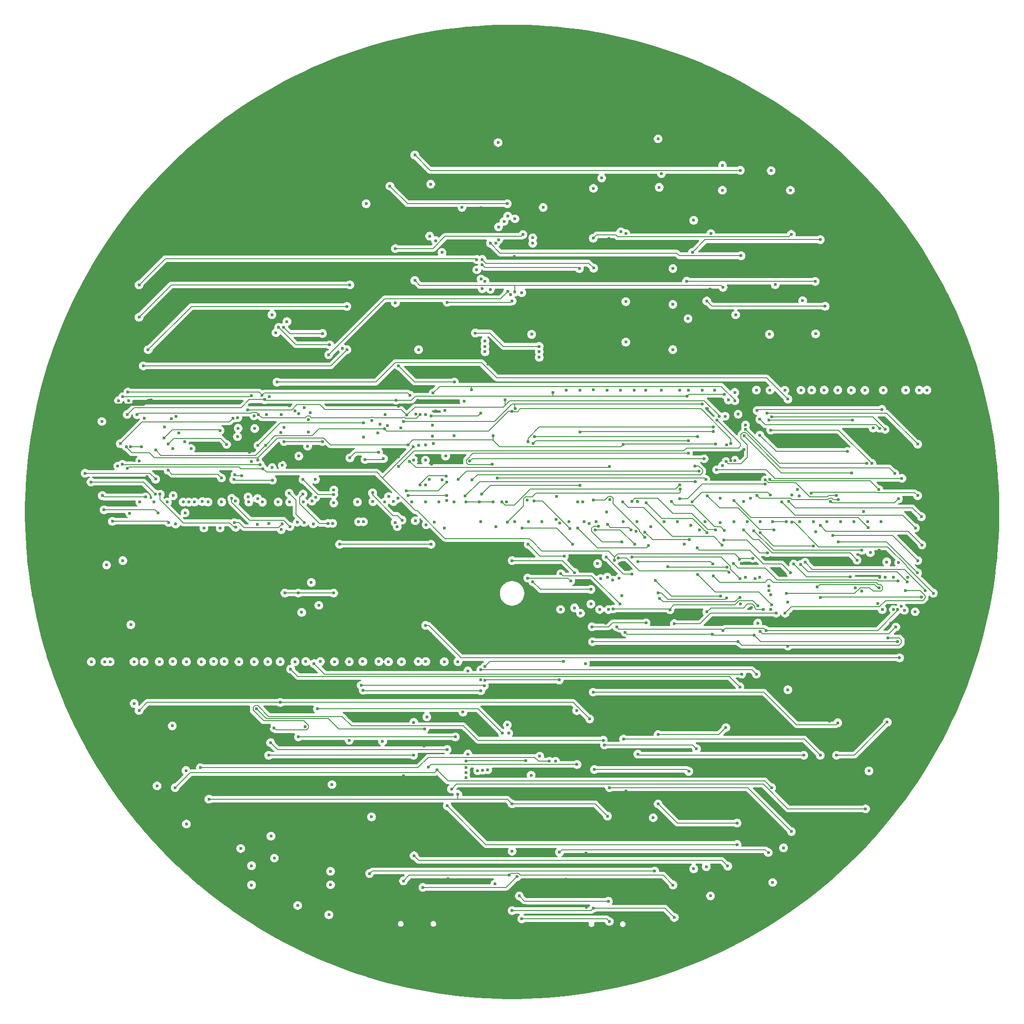
<source format=gbr>
%TF.GenerationSoftware,KiCad,Pcbnew,9.0.0*%
%TF.CreationDate,2025-04-03T19:14:32+05:30*%
%TF.ProjectId,12i(overall),31326928-6f76-4657-9261-6c6c292e6b69,rev?*%
%TF.SameCoordinates,Original*%
%TF.FileFunction,Copper,L2,Inr*%
%TF.FilePolarity,Positive*%
%FSLAX46Y46*%
G04 Gerber Fmt 4.6, Leading zero omitted, Abs format (unit mm)*
G04 Created by KiCad (PCBNEW 9.0.0) date 2025-04-03 19:14:32*
%MOMM*%
%LPD*%
G01*
G04 APERTURE LIST*
%TA.AperFunction,ViaPad*%
%ADD10C,0.600000*%
%TD*%
%TA.AperFunction,Conductor*%
%ADD11C,0.200000*%
%TD*%
%TA.AperFunction,Conductor*%
%ADD12C,0.400000*%
%TD*%
G04 APERTURE END LIST*
D10*
%TO.N,+5V*%
X490853000Y-251815000D03*
X413801000Y-247330000D03*
X431500000Y-248178000D03*
X391500000Y-248181000D03*
X497500000Y-227580000D03*
X399000000Y-248004000D03*
X475550000Y-252738000D03*
X429623000Y-277604000D03*
X485000000Y-227560000D03*
X465500000Y-251812000D03*
X461895430Y-286604604D03*
X417161000Y-245982000D03*
X426500000Y-248190000D03*
X480876000Y-227548000D03*
X503000000Y-251833000D03*
X470000000Y-227605000D03*
X396500000Y-248183000D03*
X437500000Y-277599000D03*
X525000000Y-227559000D03*
X493328000Y-251803000D03*
X414680000Y-277563000D03*
X395000000Y-277565000D03*
X450500000Y-251802000D03*
X406902000Y-248188000D03*
X498000000Y-251813000D03*
X439284000Y-248196000D03*
X386500000Y-248197000D03*
X510500000Y-251818000D03*
X477500000Y-227558000D03*
X495000000Y-227566000D03*
X467455000Y-250003000D03*
X375952000Y-277605000D03*
X387500000Y-277569000D03*
X407274000Y-277585000D03*
X382206000Y-277604000D03*
X518000000Y-251825000D03*
X508000000Y-251819000D03*
X500539000Y-251807000D03*
X440000000Y-277582000D03*
X434106000Y-277563000D03*
X429000000Y-247500000D03*
X412001000Y-277563000D03*
X473000000Y-251816000D03*
X427227000Y-277604000D03*
X441500000Y-248197000D03*
X432704000Y-277563000D03*
X411502000Y-248198000D03*
X463500000Y-278000000D03*
X513000000Y-251833000D03*
X410500000Y-322500000D03*
X402500000Y-277587000D03*
X500233000Y-227582000D03*
X482926000Y-252471000D03*
X444000000Y-248192000D03*
X390000000Y-277605000D03*
X421500000Y-248186000D03*
X462500000Y-227584000D03*
X404000000Y-248195000D03*
X394000000Y-248176000D03*
X510000000Y-227566000D03*
X522500000Y-227551000D03*
X420000000Y-277586000D03*
X507500000Y-227565000D03*
X421732000Y-251812000D03*
X422500000Y-277570000D03*
X482500000Y-227574000D03*
X460500000Y-251820000D03*
X512500000Y-227591000D03*
X487288000Y-227572000D03*
X470500000Y-251823000D03*
X495703000Y-251804000D03*
X417266000Y-277604000D03*
X485500000Y-251803000D03*
X401500000Y-248190000D03*
X417136000Y-248348000D03*
X505208000Y-227567000D03*
X410000000Y-277589000D03*
X396966000Y-277563000D03*
X449000000Y-248166000D03*
X503221000Y-227582000D03*
X389405000Y-248197000D03*
X381432000Y-248185000D03*
X372500000Y-277596000D03*
X460000000Y-227589000D03*
X405000000Y-277578000D03*
X478000000Y-251821000D03*
X384000000Y-248164000D03*
X392786000Y-277604000D03*
X526432000Y-227562000D03*
X455500000Y-251808000D03*
X425443000Y-277563000D03*
X467500000Y-227596000D03*
X465000000Y-227533000D03*
X399682000Y-277604000D03*
X436500000Y-248188000D03*
X480500000Y-251825000D03*
X380350000Y-277604000D03*
X505500000Y-251813000D03*
X515000000Y-227594000D03*
X518378000Y-227582000D03*
X515500000Y-251837000D03*
X472500000Y-227562000D03*
X375000000Y-277608000D03*
X491029000Y-227994000D03*
X463256000Y-251803000D03*
X458137000Y-251363000D03*
X434052000Y-248186000D03*
X453000000Y-251828000D03*
X446500000Y-248175000D03*
X474642000Y-227548000D03*
X385000000Y-277592000D03*
X488370000Y-251990000D03*
X409000000Y-248188000D03*
%TO.N,GND*%
X428825000Y-318596000D03*
X502946000Y-208910000D03*
X399100000Y-317681000D03*
X468381000Y-318635000D03*
X488450000Y-313309000D03*
X415000000Y-272382000D03*
X463729000Y-322814000D03*
X412502000Y-272377000D03*
X517633000Y-257014000D03*
X377500000Y-272399000D03*
X422977000Y-220116000D03*
X515076000Y-211972000D03*
X380380000Y-240517000D03*
X471020000Y-301453000D03*
X405539000Y-319376000D03*
X492250000Y-259539000D03*
X432785000Y-240464000D03*
X407500000Y-272440000D03*
X500321000Y-222409000D03*
X383500000Y-229382000D03*
X492763000Y-238545000D03*
X522183000Y-222389000D03*
X446395000Y-282722000D03*
X429084000Y-239891000D03*
X377215000Y-240523000D03*
X495000000Y-287521000D03*
X463602000Y-312830000D03*
X506473000Y-211028000D03*
X492500000Y-222372000D03*
X389550000Y-209585000D03*
X467250000Y-270535000D03*
X518035000Y-222409000D03*
X387589000Y-304433000D03*
X519794000Y-222409000D03*
X525000000Y-222426000D03*
X397500000Y-272397000D03*
X402500000Y-272393000D03*
X467250000Y-259449000D03*
X408729000Y-308772000D03*
X463845000Y-293249000D03*
X472248000Y-269500000D03*
X489612000Y-321825000D03*
X380299000Y-229657000D03*
X474692000Y-222385000D03*
X469050000Y-211298000D03*
X445570000Y-222730000D03*
X392500000Y-272429000D03*
X430000000Y-298624000D03*
X395000000Y-272395000D03*
X405287000Y-289586000D03*
X485351000Y-222409000D03*
X397880000Y-198728000D03*
X420000000Y-272454000D03*
X402818000Y-217527000D03*
X450402000Y-179072000D03*
X522858000Y-262018000D03*
X400684000Y-272423000D03*
X470285000Y-259503000D03*
X382750000Y-243500000D03*
X501473000Y-218955000D03*
X417500000Y-272417000D03*
X413116000Y-267205000D03*
X399100000Y-316178000D03*
X401613000Y-239000000D03*
X494643000Y-319743000D03*
X461957000Y-181000000D03*
X450434000Y-202948000D03*
X519520000Y-292481000D03*
X493394000Y-231010000D03*
X497634000Y-267964000D03*
X458596000Y-223194000D03*
X495000000Y-222416000D03*
X494083000Y-267621000D03*
X501100000Y-318202000D03*
X513144000Y-303603000D03*
X450875000Y-289245000D03*
X452561000Y-181981000D03*
X476972000Y-211210000D03*
X518520000Y-286397000D03*
X468611000Y-222429000D03*
X466398000Y-181174000D03*
X408851000Y-213412000D03*
X490391000Y-232048000D03*
X482379000Y-222420000D03*
X512500000Y-222417000D03*
X508774000Y-308990000D03*
X379950000Y-272466000D03*
X508520000Y-288580000D03*
X429106000Y-230529000D03*
X497500000Y-222433000D03*
X464106000Y-268653000D03*
X390498000Y-304384000D03*
X405250000Y-228745000D03*
X407285000Y-240598000D03*
X420000000Y-287824000D03*
X507121000Y-202481000D03*
X405045000Y-267685000D03*
X482090000Y-315821000D03*
X396275000Y-309318000D03*
X483450000Y-320770000D03*
X437500000Y-272429000D03*
X375000000Y-272459000D03*
X488902000Y-288263000D03*
X411494000Y-286358000D03*
X486418000Y-201329000D03*
X497500000Y-182894000D03*
X414427000Y-322063000D03*
X509946000Y-218947000D03*
X476244000Y-184154000D03*
X430000000Y-180000000D03*
X459272000Y-193930000D03*
X432583000Y-229476000D03*
X450900000Y-306268000D03*
X435919000Y-231362000D03*
X465000000Y-222392000D03*
X501279000Y-189178000D03*
X450900000Y-191227000D03*
X494634000Y-214715000D03*
X472783000Y-222389000D03*
X427500000Y-272466000D03*
X482731000Y-321898000D03*
X450950000Y-331323000D03*
X488721000Y-189178000D03*
X488756000Y-184154000D03*
X497486000Y-279880000D03*
X418450000Y-316231000D03*
X390000000Y-272431000D03*
X490250000Y-240499000D03*
X527500000Y-222423000D03*
X422959000Y-211834000D03*
X393400000Y-303713000D03*
X466398000Y-178828000D03*
X372500000Y-272404000D03*
X502717000Y-222409000D03*
X487031000Y-213536000D03*
X481550000Y-196271000D03*
X433602000Y-312759000D03*
X400000000Y-307836000D03*
X464752000Y-259524000D03*
X474050000Y-188693000D03*
X516612000Y-269020000D03*
X513893000Y-222445000D03*
X414462000Y-312600000D03*
X488520000Y-286393000D03*
X506910000Y-222409000D03*
X430000000Y-272417000D03*
X519750000Y-270498000D03*
X408376000Y-316157000D03*
X487368000Y-222409000D03*
X422962000Y-205132000D03*
X433845000Y-293141000D03*
X418450000Y-196306000D03*
X513520000Y-298560000D03*
X521096000Y-231103000D03*
X497519000Y-285515000D03*
X435000000Y-272433000D03*
X385000000Y-272438000D03*
X476550000Y-218682000D03*
X444302000Y-193931000D03*
X480000000Y-222378000D03*
X498391000Y-260503000D03*
X429300000Y-323200000D03*
X486446000Y-208961000D03*
X489498000Y-222389000D03*
X470374000Y-222429000D03*
X510000000Y-222393000D03*
X407729000Y-205869000D03*
X405500000Y-240500000D03*
X417500000Y-327102000D03*
X436398000Y-181178000D03*
X510173000Y-208916000D03*
X383736000Y-272574000D03*
X413731000Y-318687000D03*
X422500000Y-272373000D03*
X477272000Y-222389000D03*
X504475000Y-222409000D03*
X492684000Y-208803000D03*
X505791000Y-308022000D03*
X425000000Y-272432000D03*
X469050000Y-218684000D03*
X467858000Y-199604000D03*
X438214000Y-317584000D03*
X494750000Y-259506000D03*
X452426000Y-322500000D03*
X410000000Y-272403000D03*
X435192000Y-241174000D03*
X401595000Y-230311000D03*
X436398000Y-178828000D03*
X501418000Y-201329000D03*
X439998000Y-272424000D03*
X517715000Y-262013000D03*
X432363000Y-272404000D03*
X491566000Y-269909000D03*
X487250000Y-240549000D03*
X387500000Y-272418000D03*
X507027000Y-297639000D03*
X523418000Y-269893000D03*
X459931000Y-317654000D03*
X405000000Y-272389000D03*
X376581000Y-230106000D03*
X494622000Y-310120000D03*
X452417000Y-315190000D03*
X450209000Y-297549000D03*
X409000000Y-230500000D03*
X462308000Y-222409000D03*
X480000000Y-289549000D03*
X418450000Y-318639000D03*
X525000000Y-234989000D03*
X476550000Y-206262000D03*
X486000000Y-231000000D03*
%TO.N,Net-(D30-A)*%
X476269000Y-316160000D03*
X423735000Y-316629000D03*
%TO.N,/U_unreg*%
X434596000Y-297017000D03*
X476897000Y-181270000D03*
X461957000Y-296525000D03*
X482148000Y-207498000D03*
X476897000Y-303788000D03*
X505850000Y-207536000D03*
X491431000Y-307309000D03*
%TO.N,/boot_BC1*%
X438052000Y-304149000D03*
X491431000Y-311281000D03*
%TO.N,/SW_BC1*%
X431851000Y-294821000D03*
X489728000Y-315248000D03*
X405168000Y-294821000D03*
X431942000Y-313343000D03*
%TO.N,/SW_BC2*%
X482540000Y-297810000D03*
X465173000Y-297443000D03*
%TO.N,/boot_BC2*%
X467000000Y-292943000D03*
X483973000Y-293626000D03*
X485777000Y-315369000D03*
%TO.N,+3.3V*%
X401998000Y-315172000D03*
X483450000Y-315754000D03*
X503527000Y-211092000D03*
X491050000Y-240500000D03*
X467550000Y-262008000D03*
X384606000Y-300472000D03*
X455730000Y-193904000D03*
X486550000Y-320736000D03*
X470950000Y-198733000D03*
X470950000Y-211252000D03*
X493016000Y-262009000D03*
X379350000Y-229500000D03*
X434299000Y-287743000D03*
X520250000Y-262031000D03*
X416550000Y-316212000D03*
X505912000Y-217190000D03*
X470950000Y-218712000D03*
X465748000Y-259539000D03*
X405579000Y-309740000D03*
X489847000Y-229394000D03*
X518750000Y-262000000D03*
X381750000Y-237964000D03*
X432250000Y-232022000D03*
X500000000Y-311886000D03*
X501258000Y-190744000D03*
X477107000Y-190205000D03*
X488759000Y-186157000D03*
X497432000Y-217291000D03*
X497991000Y-318257000D03*
X408150000Y-264939000D03*
X426141000Y-292249000D03*
X483450000Y-196271000D03*
X389919000Y-297651000D03*
X375302000Y-259774000D03*
X497725000Y-187127000D03*
X431898000Y-240466000D03*
X440760000Y-193904000D03*
X479618000Y-205175000D03*
X491186000Y-213694000D03*
X411859000Y-289560000D03*
X402000000Y-318727000D03*
X489532000Y-237622000D03*
X416247000Y-324201000D03*
X488742000Y-190744000D03*
X467750000Y-267992000D03*
X379750000Y-237983000D03*
X434077000Y-237622000D03*
X410631000Y-264939000D03*
X416550000Y-318680000D03*
X482410000Y-214402000D03*
X406207000Y-313774000D03*
X498480000Y-208134000D03*
X495640000Y-262013000D03*
X404750000Y-232029000D03*
X479611000Y-211780000D03*
X449125000Y-289254000D03*
X489243000Y-232378000D03*
X479608000Y-220116000D03*
X420000000Y-292086000D03*
X447414000Y-181951000D03*
X407654000Y-241400000D03*
X495250000Y-270476000D03*
X434045000Y-240477000D03*
X435000000Y-189617000D03*
X416825000Y-300224000D03*
X417135000Y-264939000D03*
X405768000Y-213659000D03*
X387400000Y-289405000D03*
X477500000Y-187694000D03*
X520250000Y-267989000D03*
X453605000Y-217295000D03*
X465000000Y-190405000D03*
X380379000Y-285295000D03*
%TO.N,/FB_BC1*%
X436199000Y-297558000D03*
X431899000Y-288771000D03*
X387920000Y-300798000D03*
X497814000Y-300798000D03*
%TO.N,/FB_BC2*%
X407299000Y-285099000D03*
X381278000Y-286593000D03*
X467933000Y-300800000D03*
X501461000Y-308884000D03*
X464292000Y-288152000D03*
%TO.N,/VDD_SPI*%
X400000000Y-312000000D03*
X453500000Y-298500000D03*
%TO.N,Net-(C55-Pad1)*%
X470536000Y-291835000D03*
X506778000Y-294821000D03*
%TO.N,Net-(U10-LNA_IN)*%
X503732000Y-294821000D03*
X473148000Y-294622000D03*
%TO.N,Net-(J1-VBUS)*%
X485862000Y-211152000D03*
X507665000Y-212122000D03*
X479646000Y-318727000D03*
X449510000Y-316936000D03*
X429991000Y-317976000D03*
%TO.N,+1V1*%
X450500000Y-209500000D03*
X488850000Y-208628000D03*
X450519000Y-196000000D03*
X432076000Y-207366000D03*
%TO.N,/VBUS*%
X479885000Y-324703000D03*
X465000000Y-322970000D03*
X450000000Y-323456000D03*
%TO.N,/EN*%
X467575000Y-306034000D03*
X450003000Y-303786000D03*
X394146000Y-302918000D03*
X440000000Y-302000000D03*
%TO.N,LED_G20*%
X500914000Y-248054000D03*
X525392000Y-250895000D03*
%TO.N,LED_B20*%
X501565000Y-251877000D03*
X527593000Y-264966000D03*
%TO.N,LED_R20*%
X524243000Y-268392000D03*
X524278000Y-252943000D03*
X499658000Y-248156000D03*
%TO.N,LED_B10*%
X476894000Y-264939000D03*
X489482000Y-265880000D03*
%TO.N,LED_G10*%
X477192000Y-265929000D03*
X492008000Y-265754000D03*
%TO.N,LED_R10*%
X488392000Y-265528000D03*
X476432000Y-262606000D03*
%TO.N,LED_R21*%
X503135000Y-259671000D03*
X522781000Y-262882000D03*
%TO.N,LED_B21*%
X503975000Y-259258000D03*
X526123000Y-264472000D03*
%TO.N,LED_G21*%
X521679000Y-267378000D03*
X502592000Y-245843000D03*
%TO.N,LED_G01*%
X454023000Y-247962000D03*
X460650000Y-253028000D03*
%TO.N,LED_B01*%
X452983000Y-255984000D03*
X459593000Y-258166000D03*
%TO.N,LED_R01*%
X460783000Y-262731000D03*
X452865000Y-262180000D03*
%TO.N,LED_R11*%
X489118000Y-253398000D03*
X492072000Y-266958000D03*
X479332000Y-248092000D03*
%TO.N,LED_R22*%
X505126000Y-246586000D03*
X524707000Y-247010000D03*
%TO.N,LED_G22*%
X525504000Y-256090000D03*
X506752000Y-252476000D03*
%TO.N,LED_B22*%
X525460000Y-265658000D03*
X505962000Y-253628000D03*
X506778000Y-265735000D03*
%TO.N,LED_G02*%
X462064000Y-248124000D03*
X464518000Y-266973000D03*
%TO.N,LED_R12*%
X480924000Y-247590000D03*
X496600000Y-244896000D03*
X500744000Y-266615000D03*
%TO.N,LED_G12*%
X497790000Y-267094000D03*
X484155000Y-261527000D03*
%TO.N,LED_B12*%
X479885000Y-270584000D03*
X481765000Y-255975000D03*
X498629000Y-268653000D03*
%TO.N,LED_B23*%
X509057000Y-254343000D03*
X524707000Y-258963000D03*
%TO.N,LED_G23*%
X510089000Y-255511000D03*
X524677000Y-261198000D03*
%TO.N,LED_R23*%
X521146000Y-247605000D03*
X508650000Y-248084000D03*
%TO.N,LED_G03*%
X458926000Y-267970000D03*
X458217000Y-247178000D03*
%TO.N,LED_B03*%
X458753000Y-252030000D03*
X461504000Y-267678000D03*
%TO.N,LED_G13*%
X501312000Y-261228000D03*
X484080000Y-256662000D03*
%TO.N,LED_R13*%
X497571000Y-246902000D03*
X483168000Y-248131000D03*
X497652000Y-265238000D03*
%TO.N,LED_B13*%
X484508000Y-253293000D03*
X496254000Y-267933000D03*
X485860000Y-268433000D03*
%TO.N,LED_R24*%
X495125000Y-247008000D03*
X510088000Y-247731000D03*
%TO.N,LED_G24*%
X509724000Y-246961000D03*
X496633000Y-244097000D03*
%TO.N,LED_R04*%
X469839000Y-266965000D03*
X458976000Y-261369000D03*
%TO.N,LED_G04*%
X462097000Y-252987000D03*
X475086000Y-256207000D03*
%TO.N,LED_B14*%
X487105000Y-261817000D03*
X500488000Y-264994000D03*
%TO.N,LED_R14*%
X498267000Y-253297000D03*
X485986000Y-247040000D03*
%TO.N,LED_G14*%
X497330000Y-264500000D03*
X488356000Y-247484000D03*
%TO.N,LED_G25*%
X495643000Y-235851000D03*
X511780000Y-238855000D03*
%TO.N,LED_R25*%
X512585000Y-242847000D03*
X492774000Y-235998000D03*
%TO.N,LED_G05*%
X474485000Y-254646000D03*
X464925000Y-247814000D03*
%TO.N,LED_B05*%
X470213000Y-265406000D03*
X464166000Y-252177000D03*
%TO.N,LED_R05*%
X463000000Y-248191000D03*
X472832000Y-253602000D03*
%TO.N,LED_R15*%
X488988000Y-255146000D03*
X497015000Y-257554000D03*
%TO.N,LED_G26*%
X497639000Y-234922000D03*
X516288000Y-241084000D03*
%TO.N,LED_B26*%
X514750000Y-249929000D03*
X512754000Y-233084000D03*
X497281000Y-233118000D03*
%TO.N,LED_R26*%
X515324000Y-241034000D03*
X492990000Y-234794000D03*
%TO.N,LED_B06*%
X471906000Y-253294000D03*
X467565000Y-252344000D03*
%TO.N,LED_R06*%
X472570000Y-255975000D03*
X465271000Y-253296000D03*
%TO.N,LED_G16*%
X516000000Y-257500000D03*
X492657000Y-248111000D03*
%TO.N,LED_B16*%
X513553000Y-258872000D03*
X492677000Y-253326000D03*
%TO.N,LED_R16*%
X490868000Y-247912000D03*
X515624000Y-252915000D03*
%TO.N,LED_R27*%
X492990000Y-233993000D03*
X516514000Y-234555000D03*
%TO.N,LED_G27*%
X517684000Y-234592000D03*
X495638000Y-232957000D03*
%TO.N,LED_B27*%
X497813000Y-232505000D03*
X518731000Y-234788000D03*
%TO.N,LED_R07*%
X467996000Y-247759000D03*
X472082000Y-261442000D03*
X467314000Y-258308000D03*
%TO.N,LED_B17*%
X514372000Y-264570000D03*
X514446000Y-257077000D03*
X494503000Y-253452000D03*
%TO.N,LED_R17*%
X493910000Y-247508000D03*
X502887000Y-247094000D03*
X517635000Y-264005000D03*
X506193000Y-263856000D03*
%TO.N,LED_G17*%
X505499000Y-256279000D03*
X495708000Y-253803000D03*
%TO.N,LED_G08*%
X472055000Y-248045000D03*
X487521000Y-253329000D03*
%TO.N,LED_R08*%
X488706000Y-256111000D03*
X470390000Y-248178000D03*
%TO.N,LED_B08*%
X492014000Y-262314000D03*
X472119000Y-258310000D03*
%TO.N,LED_G18*%
X517568000Y-245886000D03*
X497500000Y-244000000D03*
X517409000Y-266880000D03*
%TO.N,LED_R18*%
X513232000Y-263988000D03*
X501561000Y-246904000D03*
%TO.N,LED_G09*%
X485855000Y-253859000D03*
X474691000Y-248325000D03*
%TO.N,LED_B09*%
X474481000Y-253748000D03*
X482648000Y-255138000D03*
%TO.N,LED_R09*%
X487000000Y-259582000D03*
X473146000Y-259149000D03*
X473097000Y-248113000D03*
%TO.N,LED_R19*%
X501869000Y-259623000D03*
X512325000Y-261967000D03*
%TO.N,Net-(D29-A)*%
X470038000Y-198370000D03*
X475985000Y-306331000D03*
%TO.N,Net-(D31-A)*%
X424090000Y-306182000D03*
X434818000Y-199199000D03*
%TO.N,LED_B40*%
X411488000Y-244023000D03*
X417137000Y-246782000D03*
%TO.N,LED_G40*%
X407987000Y-237034000D03*
X416938000Y-252104000D03*
X415074000Y-237034000D03*
%TO.N,LED_B52*%
X382261000Y-232716000D03*
X387574000Y-247010000D03*
%TO.N,LED_R52*%
X376368000Y-251746000D03*
X374426000Y-233339000D03*
X386756000Y-251944000D03*
%TO.N,LED_G52*%
X371324000Y-242892000D03*
X384324000Y-243964000D03*
%TO.N,LED_R29*%
X485694000Y-244010000D03*
X447257000Y-243778000D03*
%TO.N,LED_B29*%
X482492000Y-239192000D03*
X446379000Y-241233000D03*
%TO.N,LED_G29*%
X453873000Y-237407000D03*
X482499000Y-236910000D03*
%TO.N,LED_R53*%
X384750000Y-250173000D03*
X374838000Y-249616000D03*
%TO.N,LED_B53*%
X372418000Y-244487000D03*
X384266000Y-246690000D03*
%TO.N,LED_R41*%
X416085000Y-252102000D03*
X411488000Y-246707000D03*
%TO.N,LED_G41*%
X407991000Y-234469000D03*
X412338000Y-237905000D03*
%TO.N,LED_G30*%
X487030000Y-235231000D03*
X462506000Y-235318000D03*
X444393000Y-246713000D03*
X462506000Y-245090000D03*
%TO.N,LED_R30*%
X454092000Y-236156000D03*
X484164000Y-236142000D03*
X444242000Y-251806000D03*
%TO.N,LED_B30*%
X483711000Y-241520000D03*
X442648000Y-244103000D03*
%TO.N,LED_B54*%
X374505000Y-247010000D03*
X382462000Y-247262000D03*
%TO.N,LED_R42*%
X413365000Y-252222000D03*
X412445000Y-235318000D03*
%TO.N,LED_B42*%
X413143000Y-248001000D03*
X412446000Y-232966000D03*
%TO.N,LED_G42*%
X413775000Y-244022000D03*
X412771000Y-231744000D03*
%TO.N,LED_G55*%
X377351000Y-241546000D03*
X379570000Y-250236000D03*
%TO.N,LED_R31*%
X442208000Y-240655000D03*
X485377000Y-240194000D03*
%TO.N,LED_G31*%
X440079000Y-244022000D03*
X484456000Y-242522000D03*
%TO.N,LED_B31*%
X441368000Y-247087000D03*
X483750000Y-244432000D03*
%TO.N,LED_R43*%
X408949000Y-246575000D03*
X411685000Y-251960000D03*
X407421000Y-235334000D03*
%TO.N,LED_G43*%
X410434000Y-251890000D03*
X410039000Y-231393000D03*
%TO.N,LED_B43*%
X410686000Y-231934000D03*
X410708000Y-239703000D03*
%TO.N,LED_R32*%
X434741000Y-244016000D03*
X437149000Y-244089000D03*
X437550000Y-252986000D03*
%TO.N,LED_B32*%
X438000000Y-247906000D03*
X434065000Y-245047000D03*
%TO.N,LED_G32*%
X439355000Y-235925000D03*
X435471000Y-237370000D03*
%TO.N,LED_B44*%
X407471000Y-253258000D03*
X402447000Y-232286000D03*
%TO.N,LED_R44*%
X398343000Y-247507000D03*
X409077000Y-252708000D03*
%TO.N,LED_G44*%
X407652000Y-252208000D03*
X399460000Y-232651000D03*
X398834000Y-251971000D03*
%TO.N,LED_G33*%
X435670000Y-251844000D03*
X437748000Y-239720000D03*
%TO.N,LED_B45*%
X398720000Y-244022000D03*
X405863000Y-244147000D03*
%TO.N,LED_G45*%
X402579000Y-234632000D03*
X405792000Y-241836000D03*
%TO.N,LED_B46*%
X403119000Y-247540000D03*
X399530000Y-234590000D03*
%TO.N,LED_R46*%
X401982000Y-240665000D03*
X405183000Y-252142000D03*
X399424000Y-236131000D03*
%TO.N,LED_G34*%
X435307000Y-234009000D03*
X432159000Y-251627000D03*
%TO.N,LED_R34*%
X434173000Y-252349000D03*
X435357000Y-236085000D03*
%TO.N,LED_B34*%
X437855000Y-243427000D03*
X433024000Y-244982000D03*
%TO.N,LED_B47*%
X400173000Y-243288000D03*
X398952000Y-243191000D03*
%TO.N,LED_R47*%
X403092000Y-252268000D03*
X401351000Y-247266000D03*
%TO.N,LED_B35*%
X430807000Y-247010000D03*
X437980000Y-247009000D03*
%TO.N,LED_G35*%
X430491000Y-246164000D03*
X437963000Y-244541000D03*
%TO.N,LED_R48*%
X386617000Y-242331000D03*
X396462000Y-243756000D03*
%TO.N,LED_B48*%
X397411000Y-237571000D03*
X386653000Y-237460000D03*
%TO.N,LED_G48*%
X399060000Y-252840000D03*
X385164000Y-246734000D03*
%TO.N,LED_G36*%
X424190000Y-233172000D03*
X424289000Y-246474000D03*
X429740000Y-251527000D03*
%TO.N,LED_B36*%
X426622000Y-232069000D03*
X428147000Y-248104000D03*
%TO.N,LED_R36*%
X428832000Y-252730000D03*
X425668000Y-233867000D03*
%TO.N,LED_R49*%
X396219000Y-252986000D03*
X396219000Y-234994000D03*
X385899000Y-236412000D03*
%TO.N,LED_G37*%
X428463000Y-251929000D03*
X429509000Y-234488000D03*
%TO.N,LED_R37*%
X427033000Y-234130000D03*
X427252000Y-247167000D03*
%TO.N,LED_G38*%
X422596000Y-236208000D03*
X422596000Y-251807000D03*
%TO.N,LED_B38*%
X425259000Y-235444000D03*
X424353000Y-248109000D03*
%TO.N,LED_R38*%
X422917000Y-240354000D03*
X426311000Y-240165000D03*
%TO.N,LED_G50*%
X385961000Y-234325000D03*
X387487000Y-238371000D03*
%TO.N,LED_B50*%
X389681000Y-237071000D03*
X392951000Y-248104000D03*
%TO.N,LED_R50*%
X393230000Y-252986000D03*
X390854000Y-238328000D03*
%TO.N,LED_G39*%
X420123000Y-240053000D03*
X425413000Y-239034000D03*
%TO.N,LED_R51*%
X388571000Y-235486000D03*
X389750000Y-250162000D03*
%TO.N,LED_B51*%
X388085000Y-232407000D03*
X390453000Y-248198000D03*
%TO.N,LED_G51*%
X388028000Y-252231000D03*
X387254000Y-232802000D03*
%TO.N,LED_G00*%
X452735000Y-247847000D03*
X453826000Y-262863000D03*
X464538000Y-264280000D03*
%TO.N,LED_R00*%
X450004000Y-258963000D03*
X461513000Y-261170000D03*
%TO.N,LED_B00*%
X451866000Y-252986000D03*
X461178000Y-255975000D03*
%TO.N,LED_B28*%
X448129000Y-248171000D03*
X480899000Y-245032000D03*
%TO.N,LED_R28*%
X449148000Y-251907000D03*
X481004000Y-245825000D03*
%TO.N,LED_G28*%
X447016000Y-252714000D03*
X487030000Y-234391000D03*
X452959000Y-237023000D03*
%TO.N,PWM1_A*%
X479088000Y-268028000D03*
X489114000Y-228337000D03*
X428604000Y-229409000D03*
X495286000Y-267310000D03*
X468629000Y-267880000D03*
X379084000Y-232043000D03*
X404418000Y-229316000D03*
X482222000Y-228708000D03*
X457500000Y-228000000D03*
X495662000Y-272027000D03*
X520687000Y-271183000D03*
%TO.N,SD3*%
X487696000Y-242230000D03*
X521818000Y-243807000D03*
X522279000Y-268104000D03*
%TO.N,Net-(IC1-REXTR)*%
X486610000Y-198727000D03*
X491635000Y-232016000D03*
%TO.N,TF*%
X404598000Y-237729000D03*
X432762000Y-237783000D03*
X379779000Y-270794000D03*
X494746000Y-262289000D03*
X426490000Y-234724000D03*
X381318000Y-240657000D03*
X384338000Y-238628000D03*
X519018000Y-259206000D03*
X466321000Y-262276000D03*
X450000000Y-231500000D03*
X490299000Y-237395000D03*
%TO.N,LE*%
X443500000Y-205398000D03*
X469575000Y-258473000D03*
X403160000Y-240467000D03*
X470461000Y-237555000D03*
X487523000Y-237523000D03*
X489931000Y-261082000D03*
X446500000Y-236000000D03*
X430844000Y-237618000D03*
X378925000Y-237977000D03*
X497332000Y-263653000D03*
X521223000Y-259349000D03*
%TO.N,EF*%
X519241000Y-273188000D03*
X435454000Y-228097000D03*
X442500000Y-227500000D03*
X491028000Y-229513000D03*
X464800000Y-273904000D03*
X380932000Y-232080000D03*
X378290000Y-258963000D03*
X500802000Y-274701000D03*
X433060000Y-232092000D03*
X491671000Y-273904000D03*
X403287000Y-232081000D03*
%TO.N,DM*%
X446000000Y-209000000D03*
X404094000Y-242035000D03*
X494371000Y-258529000D03*
X520494000Y-242924000D03*
X468880000Y-258938000D03*
X489402000Y-240744000D03*
X379145000Y-241935000D03*
X491882000Y-258755000D03*
X431758000Y-237964000D03*
%TO.N,/SD4*%
X429108000Y-241624000D03*
X487714000Y-233104000D03*
%TO.N,PWM0_B*%
X379239000Y-227911000D03*
X431162000Y-228489000D03*
X470812000Y-272178000D03*
X450566000Y-230934000D03*
X486928000Y-272524000D03*
X430038000Y-233314000D03*
X521056000Y-273904000D03*
X494578000Y-272672000D03*
X485059000Y-230116000D03*
X403961000Y-228488000D03*
%TO.N,Net-(IC1-REXTB)*%
X518121000Y-231105000D03*
X495124000Y-231345000D03*
%TO.N,RP_SPI0_SCK*%
X444500000Y-203500000D03*
X521112000Y-262725000D03*
X467933000Y-241623000D03*
X468548000Y-262549000D03*
X378207000Y-241240000D03*
X488750000Y-241459000D03*
X465018000Y-205102000D03*
X403613000Y-241279000D03*
X490777000Y-259488000D03*
X431091000Y-240667000D03*
%TO.N,PWM0_A*%
X488139000Y-232381000D03*
X496825000Y-271853000D03*
X521050000Y-267999000D03*
X401278000Y-231185000D03*
X469271000Y-271184000D03*
X430613000Y-232187000D03*
X488850000Y-271845000D03*
X378256000Y-228782000D03*
X448674000Y-229326000D03*
X401946000Y-228584000D03*
%TO.N,Net-(IC1-REXTG)*%
X524707000Y-237523000D03*
X496961000Y-231798000D03*
%TO.N,Net-(IC2-REXTR)*%
X434077000Y-270917000D03*
X434074000Y-232035000D03*
X521381000Y-276892000D03*
%TO.N,Net-(IC2-REXTB)*%
X495000000Y-279880000D03*
X444242000Y-279083000D03*
X444242000Y-231824000D03*
X435072000Y-232330000D03*
%TO.N,SD5*%
X422596000Y-233585000D03*
X403184000Y-237751000D03*
%TO.N,Net-(IC2-REXTG)*%
X515122000Y-304708000D03*
X437627000Y-231345000D03*
X438849000Y-301057000D03*
%TO.N,/SD6*%
X377830000Y-237421000D03*
X398576000Y-232734000D03*
%TO.N,Net-(IC3-REXTB)*%
X409214000Y-278961000D03*
X491952000Y-282242000D03*
X407489000Y-232044000D03*
%TO.N,Net-(IC3-REXTG)*%
X413517000Y-277954000D03*
X492308000Y-279880000D03*
X411718000Y-230830000D03*
%TO.N,Net-(IC3-REXTR)*%
X500802000Y-229228000D03*
X500802000Y-282755000D03*
X406692000Y-226093000D03*
%TO.N,RP_SPI0_MIS0*%
X377500000Y-229500000D03*
X443500000Y-203500000D03*
X381278000Y-208164000D03*
%TO.N,Net-(IC4-REXTG)*%
X382061000Y-223104000D03*
X419582000Y-220116000D03*
%TO.N,Net-(IC4-REXTB)*%
X419582000Y-212140000D03*
X382963000Y-220116000D03*
%TO.N,Net-(IC4-REXTR)*%
X381278000Y-214140000D03*
X420123000Y-208164000D03*
%TO.N,/SD1*%
X478690000Y-260068000D03*
X489599000Y-260221000D03*
%TO.N,Net-(IC5-REXTG)*%
X483233000Y-202187000D03*
X474691000Y-270449000D03*
X506778000Y-199849000D03*
X464732000Y-271167000D03*
%TO.N,RP_SPI0_M0SI*%
X469723000Y-262223000D03*
X444500000Y-204500000D03*
X470238000Y-255486000D03*
X462401000Y-205175000D03*
X465939000Y-252620000D03*
%TO.N,Net-(IC5-REXTR)*%
X466121000Y-267975000D03*
X464945000Y-283209000D03*
X510000000Y-288845000D03*
%TO.N,Net-(IC5-REXTB)*%
X462603000Y-268653000D03*
X501434000Y-198873000D03*
X464945000Y-199582000D03*
%TO.N,Net-(IC6-REXTR)*%
X518193000Y-267984000D03*
X515743000Y-297725000D03*
%TO.N,/SD2*%
X500306000Y-268653000D03*
X522453000Y-264500000D03*
%TO.N,Net-(IC6-REXTG)*%
X519109000Y-288732000D03*
X509766000Y-294821000D03*
%TO.N,Net-(IC7-REXTR)*%
X489372000Y-289732000D03*
X476897000Y-291037000D03*
%TO.N,Net-(J1-DP1)*%
X450885000Y-317195000D03*
X433555000Y-319177000D03*
%TO.N,Net-(J2-DN1)*%
X451330000Y-320738000D03*
X467732000Y-321715000D03*
%TO.N,Net-(J2-DP1)*%
X451773000Y-324971000D03*
X467912000Y-325455000D03*
%TO.N,/SPI3_M0SI*%
X435064000Y-255975000D03*
X416391000Y-219217000D03*
X407000000Y-216000000D03*
X441500000Y-298971000D03*
X418220000Y-255975000D03*
%TO.N,/SPI3_MIS0*%
X439559000Y-291443000D03*
X408530000Y-214937000D03*
X443660000Y-297660000D03*
X410640000Y-291443000D03*
%TO.N,/SPI3_CS0*%
X418757000Y-219878000D03*
X422187000Y-281936000D03*
X444902000Y-282011000D03*
X445508000Y-297508000D03*
X406500000Y-217000000D03*
%TO.N,/SPI3_SCK*%
X407928000Y-216000000D03*
X444241000Y-282947000D03*
X415074000Y-217126000D03*
X422552000Y-282868000D03*
X444584000Y-297584000D03*
%TO.N,Net-(R1-Pad1)*%
X432076000Y-184258000D03*
X492041000Y-187076000D03*
%TO.N,QSPI_SS*%
X446000000Y-200500000D03*
X492164000Y-202816000D03*
X445000000Y-218500000D03*
%TO.N,UD_2040-*%
X429088000Y-223104000D03*
X450003000Y-312507000D03*
X439393000Y-226091000D03*
%TO.N,Net-(U4-USB_DM)*%
X453800000Y-199500000D03*
X437081000Y-202210000D03*
X432767000Y-220116000D03*
%TO.N,UD_2040+*%
X446828000Y-318539000D03*
X435895000Y-200030000D03*
%TO.N,Net-(U4-USB_DP)*%
X452000000Y-198900000D03*
X428500000Y-201500000D03*
%TO.N,Net-(U4-RUN)*%
X466500000Y-188500000D03*
X451776000Y-209624000D03*
%TO.N,Hall*%
X497188000Y-312750000D03*
X438052000Y-211398000D03*
X450004000Y-211152000D03*
X458737000Y-312688000D03*
%TO.N,Net-(Y1-OUTPUT)*%
X414406000Y-267206000D03*
X423112000Y-193222000D03*
%TO.N,Net-(U4-XOUT)*%
X449105000Y-193222000D03*
X427500000Y-190000000D03*
X449714000Y-210013000D03*
%TO.N,Net-(U4-VREG_VOUT)*%
X453800000Y-200500000D03*
X428500000Y-211500000D03*
%TO.N,/EN_BC1*%
X433894000Y-290015000D03*
X402884000Y-286275000D03*
%TO.N,/EN_BC2*%
X466799000Y-292057000D03*
X406132000Y-289791000D03*
%TO.N,/SPICS0*%
X392573000Y-297120000D03*
X445000000Y-278483000D03*
X456846000Y-295925000D03*
X459459000Y-277574000D03*
X390000000Y-307500000D03*
%TO.N,Net-(U10-GPIO45)*%
X449380000Y-290756000D03*
X405500000Y-292500000D03*
X438042000Y-293776000D03*
%TO.N,QSPI_SD2*%
X445000000Y-220500000D03*
X447512000Y-199885000D03*
%TO.N,QSPI_SCLK*%
X448500000Y-196500000D03*
X455000000Y-220500000D03*
%TO.N,QSPI_SD1*%
X447000000Y-200500000D03*
X445000000Y-219500000D03*
%TO.N,QSPI_SD0*%
X455000000Y-221500000D03*
X447500000Y-197500000D03*
%TO.N,QSPI_SD3*%
X443214000Y-217046000D03*
X455000000Y-219500000D03*
X449200000Y-195500000D03*
%TO.N,RP_SPI1_SCK*%
X445000000Y-207500000D03*
X441500000Y-297126000D03*
%TO.N,RP_SPI1_CS0*%
X444293000Y-207105000D03*
X441500000Y-298000000D03*
%TO.N,Net-(U4-XIN)*%
X449200000Y-209400000D03*
X416197000Y-221051000D03*
X413000000Y-263000000D03*
%TO.N,RP_SPI1_MIS0*%
X444500000Y-208893000D03*
X452547000Y-295834000D03*
X441500000Y-295926000D03*
%TO.N,RP_SPI1_M0SI*%
X441862000Y-279280000D03*
X440954000Y-286863000D03*
X441163000Y-229596000D03*
X441861000Y-294600000D03*
%TO.N,/SPIWP*%
X458694000Y-280959000D03*
X445000000Y-281000000D03*
X458000000Y-295925000D03*
%TO.N,/SPIQ*%
X455088000Y-295018000D03*
X444207000Y-280897000D03*
%TO.N,/XTAL_P*%
X414147000Y-286275000D03*
X448200000Y-290770000D03*
X411240000Y-268500000D03*
%TD*%
D11*
%TO.N,+5V*%
X441522000Y-248175000D02*
X446500000Y-248175000D01*
X498000000Y-251813000D02*
X500533000Y-251813000D01*
X441500000Y-248197000D02*
X441522000Y-248175000D01*
X500533000Y-251813000D02*
X500539000Y-251807000D01*
D12*
%TO.N,GND*%
X382960000Y-229382000D02*
X382118000Y-230224000D01*
X382118000Y-230224000D02*
X376699000Y-230224000D01*
X376699000Y-230224000D02*
X376581000Y-230106000D01*
X383500000Y-229382000D02*
X382960000Y-229382000D01*
D11*
%TO.N,Net-(D30-A)*%
X476269000Y-316160000D02*
X424204000Y-316160000D01*
X424204000Y-316160000D02*
X423735000Y-316629000D01*
%TO.N,/U_unreg*%
X505813000Y-207498000D02*
X505850000Y-207536000D01*
X480419000Y-307309000D02*
X476897000Y-303788000D01*
X434596000Y-297017000D02*
X435087000Y-296526000D01*
X444508000Y-296526000D02*
X444510000Y-296525000D01*
X482148000Y-207498000D02*
X505813000Y-207498000D01*
X444510000Y-296525000D02*
X461957000Y-296525000D01*
X435087000Y-296526000D02*
X444508000Y-296526000D01*
X491431000Y-307309000D02*
X480419000Y-307309000D01*
%TO.N,/boot_BC1*%
X491431000Y-311281000D02*
X445184000Y-311281000D01*
X445184000Y-311281000D02*
X438052000Y-304149000D01*
%TO.N,/SW_BC1*%
X431851000Y-294821000D02*
X405168000Y-294821000D01*
X488700000Y-314220000D02*
X489728000Y-315248000D01*
X432818000Y-314220000D02*
X488700000Y-314220000D01*
X431942000Y-313343000D02*
X432818000Y-314220000D01*
%TO.N,/SW_BC2*%
X482173000Y-297443000D02*
X465173000Y-297443000D01*
X482540000Y-297810000D02*
X482173000Y-297443000D01*
%TO.N,/boot_BC2*%
X467000000Y-292943000D02*
X483290000Y-292943000D01*
X483290000Y-292943000D02*
X483973000Y-293626000D01*
%TO.N,+3.3V*%
X408150000Y-264939000D02*
X410631000Y-264939000D01*
X379750000Y-237983000D02*
X381731000Y-237983000D01*
X381731000Y-237983000D02*
X381750000Y-237964000D01*
X417135000Y-264939000D02*
X410631000Y-264939000D01*
%TO.N,/FB_BC1*%
X497814000Y-300798000D02*
X496588000Y-299571000D01*
X438212000Y-299571000D02*
X436199000Y-297558000D01*
X435734000Y-298024000D02*
X436199000Y-297558000D01*
X496588000Y-299571000D02*
X438212000Y-299571000D01*
X390694000Y-298024000D02*
X435734000Y-298024000D01*
X387920000Y-300798000D02*
X390694000Y-298024000D01*
%TO.N,/FB_BC2*%
X501461000Y-308884000D02*
X493376000Y-300800000D01*
X382772000Y-285099000D02*
X407299000Y-285099000D01*
X381278000Y-286593000D02*
X382772000Y-285099000D01*
X461238000Y-285099000D02*
X407299000Y-285099000D01*
X464292000Y-288152000D02*
X461238000Y-285099000D01*
X493376000Y-300800000D02*
X467933000Y-300800000D01*
%TO.N,Net-(C55-Pad1)*%
X506778000Y-294821000D02*
X503792000Y-291835000D01*
X503792000Y-291835000D02*
X470536000Y-291835000D01*
%TO.N,Net-(U10-LNA_IN)*%
X503732000Y-294821000D02*
X473347000Y-294821000D01*
X473347000Y-294821000D02*
X473148000Y-294622000D01*
%TO.N,Net-(J1-VBUS)*%
X486832000Y-212122000D02*
X485862000Y-211152000D01*
X451477000Y-316936000D02*
X451134000Y-316593000D01*
X479646000Y-318727000D02*
X477855000Y-316936000D01*
X507665000Y-212122000D02*
X486832000Y-212122000D01*
X449853000Y-316593000D02*
X449510000Y-316936000D01*
X477855000Y-316936000D02*
X451477000Y-316936000D01*
X431032000Y-316936000D02*
X449510000Y-316936000D01*
X429991000Y-317976000D02*
X431032000Y-316936000D01*
X451134000Y-316593000D02*
X449853000Y-316593000D01*
%TO.N,+1V1*%
X432076000Y-207366000D02*
X433002000Y-208293000D01*
X454576000Y-208293000D02*
X451651000Y-208293000D01*
X488514000Y-208293000D02*
X454576000Y-208293000D01*
X451651000Y-208293000D02*
X450500000Y-208293000D01*
X450500000Y-208293000D02*
X450500000Y-209500000D01*
X433002000Y-208293000D02*
X450500000Y-208293000D01*
X488850000Y-208628000D02*
X488514000Y-208293000D01*
X454576000Y-208293000D02*
X451651000Y-208293000D01*
%TO.N,/VBUS*%
X478152000Y-322970000D02*
X465000000Y-322970000D01*
X465000000Y-322970000D02*
X464515000Y-323456000D01*
X464515000Y-323456000D02*
X450000000Y-323456000D01*
X479885000Y-324703000D02*
X478152000Y-322970000D01*
%TO.N,/EN*%
X467575000Y-306034000D02*
X465327000Y-303786000D01*
X450003000Y-303786000D02*
X449135000Y-302918000D01*
X440000000Y-302918000D02*
X394146000Y-302918000D01*
X465327000Y-303786000D02*
X450003000Y-303786000D01*
X449135000Y-302918000D02*
X440000000Y-302918000D01*
X440000000Y-302918000D02*
X440000000Y-302000000D01*
%TO.N,LED_G20*%
X500914000Y-248054000D02*
X502121000Y-249262000D01*
X523758000Y-249262000D02*
X525392000Y-250895000D01*
X502121000Y-249262000D02*
X523758000Y-249262000D01*
%TO.N,LED_B20*%
X501565000Y-251877000D02*
X501950000Y-251877000D01*
X519140000Y-256414000D02*
X522679000Y-259954000D01*
X522679000Y-260053000D02*
X527593000Y-264966000D01*
X506487000Y-256414000D02*
X519140000Y-256414000D01*
X501950000Y-251877000D02*
X506487000Y-256414000D01*
X522679000Y-259954000D02*
X522679000Y-260053000D01*
%TO.N,LED_R20*%
X521934000Y-250599000D02*
X502101000Y-250599000D01*
X502101000Y-250599000D02*
X499658000Y-248156000D01*
X524278000Y-252943000D02*
X521934000Y-250599000D01*
%TO.N,LED_B10*%
X477488000Y-264939000D02*
X476894000Y-264939000D01*
X478680000Y-266131000D02*
X477488000Y-264939000D01*
X489482000Y-265880000D02*
X489230000Y-266131000D01*
X489230000Y-266131000D02*
X478680000Y-266131000D01*
%TO.N,LED_G10*%
X492008000Y-265754000D02*
X491856000Y-265754000D01*
X477798000Y-266534000D02*
X477192000Y-265929000D01*
X491856000Y-265754000D02*
X491076000Y-266534000D01*
X491076000Y-266534000D02*
X477798000Y-266534000D01*
%TO.N,LED_R10*%
X488392000Y-265528000D02*
X479354000Y-265528000D01*
X479354000Y-265528000D02*
X476432000Y-262606000D01*
%TO.N,LED_R21*%
X520956000Y-261056000D02*
X522781000Y-262882000D01*
X504520000Y-261056000D02*
X520956000Y-261056000D01*
X503135000Y-259671000D02*
X504520000Y-261056000D01*
%TO.N,LED_B21*%
X526123000Y-264391000D02*
X526123000Y-264472000D01*
X503975000Y-259258000D02*
X505298000Y-260581000D01*
X522313000Y-260581000D02*
X526123000Y-264391000D01*
X505298000Y-260581000D02*
X522313000Y-260581000D01*
%TO.N,LED_G01*%
X460650000Y-253028000D02*
X455585000Y-247962000D01*
X455585000Y-247962000D02*
X454023000Y-247962000D01*
%TO.N,LED_B01*%
X452983000Y-255984000D02*
X455164000Y-258166000D01*
X455164000Y-258166000D02*
X459593000Y-258166000D01*
%TO.N,LED_R01*%
X452865000Y-262180000D02*
X460232000Y-262180000D01*
X460232000Y-262180000D02*
X460783000Y-262731000D01*
%TO.N,LED_R11*%
X487318000Y-252726000D02*
X488446000Y-252726000D01*
X483325000Y-248733000D02*
X487318000Y-252726000D01*
X479973000Y-248733000D02*
X483325000Y-248733000D01*
X479332000Y-248092000D02*
X479973000Y-248733000D01*
X488446000Y-252726000D02*
X489118000Y-253398000D01*
%TO.N,LED_R22*%
X524184000Y-246487000D02*
X524707000Y-247010000D01*
X517319000Y-246487000D02*
X524184000Y-246487000D01*
X505126000Y-246586000D02*
X505357000Y-246355000D01*
X505357000Y-246355000D02*
X517187000Y-246355000D01*
X517187000Y-246355000D02*
X517319000Y-246487000D01*
%TO.N,LED_G22*%
X507835000Y-253558000D02*
X506752000Y-252476000D01*
X522972000Y-253558000D02*
X507835000Y-253558000D01*
X525504000Y-256090000D02*
X522972000Y-253558000D01*
%TO.N,LED_B22*%
X506778000Y-265735000D02*
X506855000Y-265658000D01*
X506855000Y-265658000D02*
X525460000Y-265658000D01*
%TO.N,LED_R12*%
X482334000Y-247590000D02*
X480924000Y-247590000D01*
X496600000Y-244896000D02*
X485027000Y-244896000D01*
X485027000Y-244896000D02*
X482334000Y-247590000D01*
%TO.N,LED_G12*%
X495447000Y-264751000D02*
X497790000Y-267094000D01*
X487378000Y-264751000D02*
X495447000Y-264751000D01*
X484155000Y-261527000D02*
X487378000Y-264751000D01*
%TO.N,LED_B12*%
X486560000Y-268653000D02*
X484629000Y-270584000D01*
X484629000Y-270584000D02*
X479885000Y-270584000D01*
X498629000Y-268653000D02*
X486560000Y-268653000D01*
%TO.N,LED_B23*%
X520087000Y-254343000D02*
X509057000Y-254343000D01*
X524707000Y-258963000D02*
X520087000Y-254343000D01*
%TO.N,LED_G23*%
X510089000Y-255511000D02*
X518990000Y-255511000D01*
X518990000Y-255511000D02*
X524677000Y-261198000D01*
%TO.N,LED_R23*%
X520417000Y-248335000D02*
X508901000Y-248335000D01*
X521146000Y-247605000D02*
X520417000Y-248335000D01*
X508901000Y-248335000D02*
X508650000Y-248084000D01*
%TO.N,LED_G13*%
X499648000Y-259564000D02*
X496257000Y-259564000D01*
X484448000Y-257031000D02*
X484080000Y-256662000D01*
X501312000Y-261228000D02*
X499648000Y-259564000D01*
X496257000Y-259564000D02*
X493724000Y-257031000D01*
X493724000Y-257031000D02*
X484448000Y-257031000D01*
%TO.N,LED_R13*%
X483168000Y-248131000D02*
X484934000Y-246365000D01*
X497034000Y-246365000D02*
X497571000Y-246902000D01*
X484934000Y-246365000D02*
X497034000Y-246365000D01*
%TO.N,LED_B13*%
X493340000Y-266986000D02*
X492641000Y-267686000D01*
X492641000Y-267686000D02*
X486608000Y-267686000D01*
X494975000Y-267933000D02*
X494684000Y-267642000D01*
X494299000Y-266986000D02*
X493340000Y-266986000D01*
X494684000Y-267642000D02*
X494684000Y-267372000D01*
X486608000Y-267686000D02*
X485860000Y-268433000D01*
X494684000Y-267372000D02*
X494299000Y-266986000D01*
X496254000Y-267933000D02*
X494975000Y-267933000D01*
%TO.N,LED_R24*%
X508900000Y-247482000D02*
X508401000Y-247482000D01*
X495622000Y-247505000D02*
X495125000Y-247008000D01*
X501539000Y-247733000D02*
X501259000Y-247453000D01*
X508401000Y-247482000D02*
X508151000Y-247733000D01*
X501259000Y-247453000D02*
X497873000Y-247453000D01*
X509150000Y-247733000D02*
X508900000Y-247482000D01*
X510086000Y-247733000D02*
X509150000Y-247733000D01*
X510088000Y-247731000D02*
X510086000Y-247733000D01*
X497873000Y-247453000D02*
X497821000Y-247505000D01*
X497821000Y-247505000D02*
X495622000Y-247505000D01*
X508151000Y-247733000D02*
X501539000Y-247733000D01*
%TO.N,LED_G24*%
X496652000Y-244097000D02*
X497189000Y-244634000D01*
X502232000Y-244634000D02*
X504811000Y-247213000D01*
X497189000Y-244634000D02*
X502232000Y-244634000D01*
X496633000Y-244097000D02*
X496652000Y-244097000D01*
X508354000Y-246961000D02*
X509724000Y-246961000D01*
X508103000Y-247213000D02*
X508354000Y-246961000D01*
X504811000Y-247213000D02*
X508103000Y-247213000D01*
%TO.N,LED_R04*%
X459379000Y-261772000D02*
X464645000Y-261772000D01*
X464645000Y-261772000D02*
X469839000Y-266965000D01*
X458976000Y-261369000D02*
X459379000Y-261772000D01*
%TO.N,LED_G04*%
X465701000Y-256591000D02*
X462097000Y-252987000D01*
X475086000Y-256207000D02*
X474703000Y-256591000D01*
X474703000Y-256591000D02*
X465701000Y-256591000D01*
%TO.N,LED_B14*%
X516495000Y-264613000D02*
X517929000Y-264613000D01*
X515846000Y-263964000D02*
X516495000Y-264613000D01*
X517496000Y-263404000D02*
X517063000Y-262971000D01*
X497081000Y-262500000D02*
X496615000Y-262966000D01*
X517929000Y-264613000D02*
X518241000Y-264301000D01*
X498053000Y-262971000D02*
X497582000Y-262500000D01*
X517884000Y-263404000D02*
X517496000Y-263404000D01*
X488254000Y-262966000D02*
X487105000Y-261817000D01*
X496615000Y-262966000D02*
X488254000Y-262966000D01*
X518241000Y-263761000D02*
X517884000Y-263404000D01*
X514126000Y-263964000D02*
X515846000Y-263964000D01*
X513095000Y-264994000D02*
X514126000Y-263964000D01*
X518241000Y-264301000D02*
X518241000Y-263761000D01*
X517063000Y-262971000D02*
X498053000Y-262971000D01*
X500488000Y-264994000D02*
X513095000Y-264994000D01*
X497582000Y-262500000D02*
X497081000Y-262500000D01*
%TO.N,LED_R14*%
X495576000Y-253200000D02*
X491670000Y-249294000D01*
X488240000Y-249294000D02*
X485986000Y-247040000D01*
X498170000Y-253200000D02*
X495576000Y-253200000D01*
X498267000Y-253297000D02*
X498170000Y-253200000D01*
X491670000Y-249294000D02*
X488240000Y-249294000D01*
%TO.N,LED_G25*%
X511780000Y-238855000D02*
X498646000Y-238855000D01*
X498646000Y-238855000D02*
X495643000Y-235851000D01*
%TO.N,LED_R25*%
X499624000Y-242847000D02*
X512585000Y-242847000D01*
X492774000Y-235998000D02*
X499624000Y-242847000D01*
%TO.N,LED_G05*%
X467090000Y-247814000D02*
X464925000Y-247814000D01*
X474485000Y-254646000D02*
X473434000Y-253596000D01*
X473434000Y-253596000D02*
X473434000Y-253353000D01*
X473434000Y-253353000D02*
X468597000Y-248516000D01*
X468245000Y-247157000D02*
X467747000Y-247157000D01*
X467747000Y-247157000D02*
X467090000Y-247814000D01*
X468597000Y-248516000D02*
X468597000Y-247510000D01*
X468597000Y-247510000D02*
X468245000Y-247157000D01*
%TO.N,LED_R15*%
X493222000Y-255146000D02*
X488988000Y-255146000D01*
X497015000Y-257554000D02*
X495631000Y-257554000D01*
X495631000Y-257554000D02*
X493222000Y-255146000D01*
%TO.N,LED_G26*%
X516288000Y-241084000D02*
X510126000Y-234922000D01*
X510126000Y-234922000D02*
X497639000Y-234922000D01*
%TO.N,LED_B26*%
X497281000Y-233118000D02*
X512720000Y-233118000D01*
X512720000Y-233118000D02*
X512754000Y-233084000D01*
%TO.N,LED_R26*%
X499229000Y-241034000D02*
X492990000Y-234794000D01*
X515324000Y-241034000D02*
X499229000Y-241034000D01*
%TO.N,LED_B06*%
X471482000Y-252870000D02*
X468091000Y-252870000D01*
X471906000Y-253294000D02*
X471482000Y-252870000D01*
X468091000Y-252870000D02*
X467565000Y-252344000D01*
%TO.N,LED_R06*%
X465271000Y-253296000D02*
X469891000Y-253296000D01*
X469891000Y-253296000D02*
X472570000Y-255975000D01*
%TO.N,LED_B16*%
X497906000Y-257595000D02*
X495433000Y-255122000D01*
X494473000Y-255122000D02*
X492677000Y-253326000D01*
X495433000Y-255122000D02*
X494473000Y-255122000D01*
X513553000Y-258872000D02*
X512276000Y-257595000D01*
X512276000Y-257595000D02*
X497906000Y-257595000D01*
%TO.N,LED_R16*%
X513776000Y-251068000D02*
X515624000Y-252915000D01*
X494024000Y-251068000D02*
X513776000Y-251068000D01*
X490868000Y-247912000D02*
X494024000Y-251068000D01*
%TO.N,LED_G27*%
X496635000Y-233953000D02*
X495638000Y-232957000D01*
X517684000Y-234592000D02*
X517046000Y-233953000D01*
X517046000Y-233953000D02*
X496635000Y-233953000D01*
%TO.N,LED_B27*%
X497836000Y-232482000D02*
X497813000Y-232505000D01*
X518731000Y-234788000D02*
X516426000Y-232482000D01*
X516426000Y-232482000D02*
X497836000Y-232482000D01*
%TO.N,LED_R07*%
X470448000Y-261442000D02*
X467314000Y-258308000D01*
X472082000Y-261442000D02*
X470448000Y-261442000D01*
%TO.N,LED_B17*%
X498128000Y-257077000D02*
X494503000Y-253452000D01*
X514446000Y-257077000D02*
X498128000Y-257077000D01*
%TO.N,LED_R17*%
X506670000Y-263379000D02*
X506193000Y-263856000D01*
X516744000Y-263379000D02*
X506670000Y-263379000D01*
X517635000Y-264005000D02*
X517370000Y-264005000D01*
X517370000Y-264005000D02*
X516744000Y-263379000D01*
%TO.N,LED_G17*%
X498183000Y-256279000D02*
X495708000Y-253803000D01*
X505499000Y-256279000D02*
X498183000Y-256279000D01*
%TO.N,LED_G08*%
X476843000Y-247511000D02*
X479586000Y-250253000D01*
X487450000Y-253257000D02*
X487521000Y-253329000D01*
X486066000Y-253257000D02*
X487450000Y-253257000D01*
X479586000Y-250253000D02*
X483062000Y-250253000D01*
X472055000Y-248045000D02*
X472589000Y-247511000D01*
X483062000Y-250253000D02*
X486066000Y-253257000D01*
X472589000Y-247511000D02*
X476843000Y-247511000D01*
%TO.N,LED_R08*%
X488706000Y-256111000D02*
X487131000Y-254536000D01*
X471408000Y-249196000D02*
X470390000Y-248178000D01*
X487131000Y-254536000D02*
X479526000Y-254536000D01*
X479526000Y-254536000D02*
X474186000Y-249196000D01*
X474186000Y-249196000D02*
X471408000Y-249196000D01*
%TO.N,LED_B08*%
X492014000Y-262314000D02*
X490186000Y-260485000D01*
X490200000Y-259972000D02*
X488539000Y-258310000D01*
X490186000Y-260485000D02*
X490200000Y-260470000D01*
X488539000Y-258310000D02*
X472119000Y-258310000D01*
X490200000Y-260470000D02*
X490200000Y-259972000D01*
%TO.N,LED_G18*%
X497675000Y-244220000D02*
X515903000Y-244220000D01*
X497500000Y-244000000D02*
X497500000Y-244045000D01*
X497500000Y-244045000D02*
X497675000Y-244220000D01*
X515903000Y-244220000D02*
X517568000Y-245886000D01*
%TO.N,LED_G09*%
X483272000Y-251206000D02*
X477572000Y-251206000D01*
X485855000Y-253859000D02*
X485855000Y-253788000D01*
X485855000Y-253788000D02*
X483272000Y-251206000D01*
X477572000Y-251206000D02*
X474691000Y-248325000D01*
%TO.N,LED_B09*%
X482648000Y-255138000D02*
X475871000Y-255138000D01*
X475871000Y-255138000D02*
X474481000Y-253748000D01*
%TO.N,LED_R09*%
X486567000Y-259149000D02*
X487000000Y-259582000D01*
X473146000Y-259149000D02*
X486567000Y-259149000D01*
%TO.N,LED_R19*%
X512325000Y-261967000D02*
X504213000Y-261967000D01*
X504213000Y-261967000D02*
X501869000Y-259623000D01*
%TO.N,LED_B40*%
X411488000Y-244023000D02*
X414247000Y-246782000D01*
X414247000Y-246782000D02*
X417137000Y-246782000D01*
%TO.N,LED_G40*%
X415074000Y-237034000D02*
X407987000Y-237034000D01*
%TO.N,LED_R52*%
X376368000Y-251746000D02*
X386558000Y-251746000D01*
X386558000Y-251746000D02*
X386756000Y-251944000D01*
%TO.N,LED_G52*%
X383251000Y-242892000D02*
X384324000Y-243964000D01*
X371324000Y-242892000D02*
X383251000Y-242892000D01*
%TO.N,LED_R29*%
X485462000Y-243778000D02*
X447257000Y-243778000D01*
X485694000Y-244010000D02*
X485462000Y-243778000D01*
%TO.N,LED_B29*%
X441581000Y-240941000D02*
X441581000Y-240424000D01*
X446291000Y-241320000D02*
X441961000Y-241320000D01*
X441961000Y-241320000D02*
X441581000Y-240941000D01*
X441581000Y-240424000D02*
X442813000Y-239192000D01*
X442813000Y-239192000D02*
X482492000Y-239192000D01*
X446379000Y-241233000D02*
X446291000Y-241320000D01*
%TO.N,LED_G29*%
X454370000Y-236910000D02*
X482499000Y-236910000D01*
X453873000Y-237407000D02*
X454370000Y-236910000D01*
%TO.N,LED_R53*%
X384193000Y-249616000D02*
X384750000Y-250173000D01*
X374838000Y-249616000D02*
X384193000Y-249616000D01*
%TO.N,LED_B53*%
X384266000Y-246690000D02*
X382063000Y-244487000D01*
X382063000Y-244487000D02*
X372418000Y-244487000D01*
%TO.N,LED_R41*%
X410900000Y-248487000D02*
X414515000Y-252102000D01*
X410900000Y-247295000D02*
X410900000Y-248487000D01*
X414515000Y-252102000D02*
X416085000Y-252102000D01*
X411488000Y-246707000D02*
X410900000Y-247295000D01*
%TO.N,LED_G30*%
X446016000Y-245090000D02*
X462506000Y-245090000D01*
X444393000Y-246713000D02*
X446016000Y-245090000D01*
X487030000Y-235231000D02*
X462593000Y-235231000D01*
X462593000Y-235231000D02*
X462506000Y-235318000D01*
%TO.N,LED_R30*%
X454092000Y-236156000D02*
X454105000Y-236142000D01*
X454105000Y-236142000D02*
X484164000Y-236142000D01*
%TO.N,LED_B30*%
X484375000Y-241542000D02*
X483732000Y-241542000D01*
X485081000Y-242248000D02*
X484375000Y-241542000D01*
X485081000Y-242749000D02*
X485081000Y-242248000D01*
X443628000Y-243124000D02*
X484706000Y-243124000D01*
X442648000Y-244103000D02*
X443628000Y-243124000D01*
X483732000Y-241542000D02*
X483711000Y-241520000D01*
X484706000Y-243124000D02*
X485081000Y-242749000D01*
%TO.N,LED_B54*%
X374757000Y-247262000D02*
X382462000Y-247262000D01*
X374505000Y-247010000D02*
X374757000Y-247262000D01*
%TO.N,LED_R31*%
X485377000Y-240194000D02*
X442669000Y-240194000D01*
X442669000Y-240194000D02*
X442208000Y-240655000D01*
%TO.N,LED_G31*%
X441578000Y-242522000D02*
X484456000Y-242522000D01*
X440079000Y-244022000D02*
X441578000Y-242522000D01*
%TO.N,LED_B31*%
X441368000Y-247087000D02*
X444024000Y-244432000D01*
X444024000Y-244432000D02*
X483750000Y-244432000D01*
%TO.N,LED_R43*%
X410180000Y-247806000D02*
X410180000Y-250455000D01*
X410180000Y-250455000D02*
X411685000Y-251960000D01*
X408949000Y-246575000D02*
X410180000Y-247806000D01*
%TO.N,LED_R44*%
X398343000Y-247507000D02*
X398343000Y-248209000D01*
X401665000Y-251531000D02*
X407900000Y-251531000D01*
X407900000Y-251531000D02*
X409077000Y-252708000D01*
X398343000Y-248209000D02*
X401665000Y-251531000D01*
%TO.N,LED_G44*%
X400621000Y-252908000D02*
X406952000Y-252908000D01*
X406952000Y-252908000D02*
X407652000Y-252208000D01*
X399684000Y-251971000D02*
X400621000Y-252908000D01*
X398834000Y-251971000D02*
X399684000Y-251971000D01*
%TO.N,LED_B45*%
X405863000Y-244147000D02*
X398845000Y-244147000D01*
X398845000Y-244147000D02*
X398720000Y-244022000D01*
%TO.N,LED_B34*%
X437855000Y-243427000D02*
X437777000Y-243350000D01*
X437777000Y-243350000D02*
X434556000Y-243350000D01*
X434556000Y-243350000D02*
X433024000Y-244882000D01*
X433024000Y-244882000D02*
X433024000Y-244982000D01*
%TO.N,LED_B47*%
X399049000Y-243288000D02*
X400173000Y-243288000D01*
X398952000Y-243191000D02*
X399049000Y-243288000D01*
%TO.N,LED_B35*%
X437979000Y-247010000D02*
X437980000Y-247009000D01*
X430807000Y-247010000D02*
X437979000Y-247010000D01*
%TO.N,LED_G35*%
X437963000Y-244541000D02*
X436341000Y-246164000D01*
X436341000Y-246164000D02*
X430491000Y-246164000D01*
%TO.N,LED_R48*%
X387349000Y-243063000D02*
X386617000Y-242331000D01*
X396462000Y-243756000D02*
X395769000Y-243063000D01*
X395769000Y-243063000D02*
X387349000Y-243063000D01*
%TO.N,LED_B48*%
X386653000Y-237460000D02*
X387645000Y-236468000D01*
X396308000Y-236468000D02*
X397411000Y-237571000D01*
X387645000Y-236468000D02*
X396308000Y-236468000D01*
%TO.N,LED_G48*%
X398852000Y-252840000D02*
X399060000Y-252840000D01*
X385164000Y-247770000D02*
X389406000Y-252012000D01*
X385164000Y-246734000D02*
X385164000Y-247770000D01*
X398024000Y-252012000D02*
X398852000Y-252840000D01*
X389406000Y-252012000D02*
X398024000Y-252012000D01*
%TO.N,LED_G36*%
X429740000Y-251527000D02*
X428870000Y-250657000D01*
X424289000Y-246906000D02*
X424289000Y-246474000D01*
X428870000Y-250657000D02*
X428041000Y-250657000D01*
X428041000Y-250657000D02*
X424289000Y-246906000D01*
%TO.N,LED_R49*%
X396219000Y-234994000D02*
X396110000Y-234885000D01*
X387427000Y-234885000D02*
X385899000Y-236412000D01*
X396110000Y-234885000D02*
X387427000Y-234885000D01*
%TO.N,LED_R38*%
X426311000Y-240165000D02*
X426123000Y-240354000D01*
X426123000Y-240354000D02*
X422917000Y-240354000D01*
%TO.N,LED_G39*%
X420123000Y-240053000D02*
X421142000Y-239034000D01*
X421142000Y-239034000D02*
X425413000Y-239034000D01*
%TO.N,LED_G00*%
X455244000Y-264280000D02*
X453826000Y-262863000D01*
X464538000Y-264280000D02*
X455244000Y-264280000D01*
%TO.N,LED_R00*%
X450004000Y-258963000D02*
X459306000Y-258963000D01*
X459306000Y-258963000D02*
X461513000Y-261170000D01*
%TO.N,LED_B00*%
X458190000Y-252986000D02*
X451866000Y-252986000D01*
X461178000Y-255975000D02*
X458190000Y-252986000D01*
%TO.N,LED_B28*%
X480143000Y-245788000D02*
X453375000Y-245788000D01*
X480899000Y-245032000D02*
X480143000Y-245788000D01*
X448748000Y-248790000D02*
X448129000Y-248171000D01*
X453375000Y-245788000D02*
X450373000Y-248790000D01*
X450373000Y-248790000D02*
X448748000Y-248790000D01*
%TO.N,LED_R28*%
X454358000Y-246576000D02*
X453689000Y-247245000D01*
X453689000Y-247245000D02*
X452486000Y-247245000D01*
X452486000Y-247245000D02*
X452133000Y-247598000D01*
X480806000Y-246576000D02*
X454358000Y-246576000D01*
X481004000Y-245825000D02*
X481004000Y-246378000D01*
X481004000Y-246378000D02*
X480806000Y-246576000D01*
X452133000Y-248922000D02*
X449148000Y-251907000D01*
X452133000Y-247598000D02*
X452133000Y-248922000D01*
%TO.N,LED_G28*%
X452959000Y-236438000D02*
X455006000Y-234391000D01*
X455006000Y-234391000D02*
X487030000Y-234391000D01*
X452959000Y-237023000D02*
X452959000Y-236438000D01*
%TO.N,PWM1_A*%
X457500000Y-228708000D02*
X452774000Y-228708000D01*
X491822000Y-266356000D02*
X491470000Y-266708000D01*
X379084000Y-232043000D02*
X380348000Y-230780000D01*
X491470000Y-266710000D02*
X491021000Y-267159000D01*
X482593000Y-228337000D02*
X489114000Y-228337000D01*
X482222000Y-228708000D02*
X482593000Y-228337000D01*
X447727000Y-228708000D02*
X432164000Y-228708000D01*
X457500000Y-228708000D02*
X457500000Y-228000000D01*
X482222000Y-228708000D02*
X457500000Y-228708000D01*
X401591000Y-229316000D02*
X404418000Y-229316000D01*
X404418000Y-229316000D02*
X404511000Y-229409000D01*
X479088000Y-267880000D02*
X468629000Y-267880000D01*
X452774000Y-228708000D02*
X447727000Y-228708000D01*
X479088000Y-267880000D02*
X479088000Y-268028000D01*
X404511000Y-229409000D02*
X428604000Y-229409000D01*
X380348000Y-230780000D02*
X400128000Y-230780000D01*
X494332000Y-266356000D02*
X491822000Y-266356000D01*
X495286000Y-267310000D02*
X494332000Y-266356000D01*
X491470000Y-266708000D02*
X491470000Y-266710000D01*
X400128000Y-230780000D02*
X401591000Y-229316000D01*
X479809000Y-267159000D02*
X479088000Y-267880000D01*
X491021000Y-267159000D02*
X479809000Y-267159000D01*
X520687000Y-271183000D02*
X519398000Y-272472000D01*
X447727000Y-228708000D02*
X452774000Y-228708000D01*
X519398000Y-272472000D02*
X496106000Y-272472000D01*
X431463000Y-229409000D02*
X428604000Y-229409000D01*
X432164000Y-228708000D02*
X431463000Y-229409000D01*
X496106000Y-272472000D02*
X495662000Y-272027000D01*
%TO.N,SD3*%
X496810000Y-242230000D02*
X487696000Y-242230000D01*
X498387000Y-243807000D02*
X496810000Y-242230000D01*
X521818000Y-243807000D02*
X498387000Y-243807000D01*
%TO.N,TF*%
X406327000Y-236000000D02*
X413159000Y-236000000D01*
X484759000Y-231000000D02*
X451500000Y-231000000D01*
X414434000Y-234724000D02*
X426490000Y-234724000D01*
X385336000Y-239625000D02*
X384338000Y-238628000D01*
X445647000Y-235139000D02*
X449286000Y-231500000D01*
X404598000Y-237729000D02*
X406327000Y-236000000D01*
X451500000Y-231000000D02*
X450965000Y-231535000D01*
X490299000Y-237395000D02*
X490299000Y-236540000D01*
X450965000Y-231535000D02*
X450036000Y-231535000D01*
X413159000Y-236000000D02*
X414434000Y-234724000D01*
X404597000Y-237729000D02*
X402701000Y-239625000D01*
X426905000Y-235139000D02*
X445647000Y-235139000D01*
X490299000Y-236540000D02*
X484759000Y-231000000D01*
X449286000Y-231500000D02*
X450000000Y-231500000D01*
X426490000Y-234724000D02*
X426905000Y-235139000D01*
X450036000Y-231535000D02*
X450000000Y-231500000D01*
X404598000Y-237729000D02*
X404597000Y-237729000D01*
X402701000Y-239625000D02*
X385336000Y-239625000D01*
%TO.N,LE*%
X447684000Y-238009000D02*
X470007000Y-238009000D01*
X383163000Y-239119000D02*
X384095000Y-240051000D01*
X415292000Y-236401000D02*
X416508000Y-237618000D01*
X473443000Y-260823000D02*
X471094000Y-258473000D01*
X431693000Y-236768000D02*
X446444000Y-236768000D01*
X406809000Y-236401000D02*
X415292000Y-236401000D01*
X489931000Y-261082000D02*
X489672000Y-260823000D01*
X379971000Y-239119000D02*
X383163000Y-239119000D01*
X403160000Y-240051000D02*
X406809000Y-236401000D01*
X416508000Y-237618000D02*
X430844000Y-237618000D01*
X446444000Y-236768000D02*
X447684000Y-238009000D01*
X471094000Y-258473000D02*
X469575000Y-258473000D01*
X378925000Y-237977000D02*
X378925000Y-238073000D01*
X430844000Y-237618000D02*
X431693000Y-236768000D01*
X384095000Y-240051000D02*
X403160000Y-240051000D01*
X446500000Y-236712000D02*
X446500000Y-236000000D01*
X403160000Y-240467000D02*
X403160000Y-240051000D01*
X489672000Y-260823000D02*
X473443000Y-260823000D01*
X470007000Y-238009000D02*
X470461000Y-237555000D01*
X378925000Y-238073000D02*
X379971000Y-239119000D01*
X446444000Y-236768000D02*
X446500000Y-236712000D01*
X470493000Y-237523000D02*
X470461000Y-237555000D01*
X487523000Y-237523000D02*
X470493000Y-237523000D01*
%TO.N,EF*%
X402077000Y-231684000D02*
X402889000Y-231684000D01*
X450517000Y-226868000D02*
X450362000Y-226868000D01*
X429930000Y-232571000D02*
X430146000Y-232571000D01*
X464800000Y-273904000D02*
X491671000Y-273904000D01*
X411879000Y-232682000D02*
X412196000Y-232364000D01*
X412196000Y-232364000D02*
X412695000Y-232364000D01*
X403888000Y-232682000D02*
X411879000Y-232682000D01*
X519241000Y-273188000D02*
X521308000Y-273188000D01*
X430146000Y-232571000D02*
X430364000Y-232789000D01*
X430364000Y-232789000D02*
X432363000Y-232789000D01*
X424550000Y-232682000D02*
X429819000Y-232682000D01*
X450517000Y-226868000D02*
X450362000Y-226868000D01*
X380932000Y-232080000D02*
X380932000Y-232079000D01*
X381206000Y-231805000D02*
X401955000Y-231805000D01*
X412695000Y-232364000D02*
X413012000Y-232682000D01*
X445077000Y-226868000D02*
X442500000Y-226868000D01*
X500802000Y-274547000D02*
X492314000Y-274547000D01*
X521308000Y-273188000D02*
X521703000Y-273583000D01*
X380932000Y-232079000D02*
X381206000Y-231805000D01*
X492314000Y-274547000D02*
X491671000Y-273904000D01*
X491028000Y-229513000D02*
X491028000Y-229376000D01*
X429819000Y-232682000D02*
X429930000Y-232571000D01*
X401955000Y-231805000D02*
X402077000Y-231684000D01*
X403287000Y-232081000D02*
X403888000Y-232682000D01*
X424439000Y-232571000D02*
X424550000Y-232682000D01*
X402889000Y-231684000D02*
X403287000Y-232081000D01*
X521703000Y-273583000D02*
X521703000Y-274141000D01*
X445077000Y-226868000D02*
X449647000Y-226868000D01*
X442500000Y-226868000D02*
X436683000Y-226868000D01*
X450362000Y-226868000D02*
X449647000Y-226868000D01*
X521297000Y-274547000D02*
X500802000Y-274547000D01*
X413012000Y-232682000D02*
X423830000Y-232682000D01*
X488520000Y-226868000D02*
X450517000Y-226868000D01*
X423941000Y-232571000D02*
X424439000Y-232571000D01*
X432363000Y-232789000D02*
X433060000Y-232092000D01*
X521703000Y-274141000D02*
X521297000Y-274547000D01*
X449647000Y-226868000D02*
X445077000Y-226868000D01*
X500802000Y-274547000D02*
X500802000Y-274701000D01*
X423830000Y-232682000D02*
X423941000Y-232571000D01*
X442500000Y-226868000D02*
X442500000Y-227500000D01*
X436683000Y-226868000D02*
X435454000Y-228097000D01*
X491028000Y-229376000D02*
X488520000Y-226868000D01*
%TO.N,DM*%
X431758000Y-238082000D02*
X431758000Y-237964000D01*
X432542000Y-249786000D02*
X432180000Y-249786000D01*
X453583000Y-255271000D02*
X453556000Y-255244000D01*
X400023000Y-242035000D02*
X399718000Y-241730000D01*
X489768000Y-241110000D02*
X492180000Y-241110000D01*
X493376000Y-235749000D02*
X493376000Y-235820000D01*
X426117000Y-243723000D02*
X431758000Y-238082000D01*
X499440000Y-241883000D02*
X519454000Y-241883000D01*
X493363000Y-239928000D02*
X493363000Y-237639000D01*
X437659000Y-254903000D02*
X432542000Y-249786000D01*
X453556000Y-255244000D02*
X453583000Y-255271000D01*
X519454000Y-241883000D02*
X520494000Y-242924000D01*
X453215000Y-254903000D02*
X437659000Y-254903000D01*
X492180000Y-241110000D02*
X493363000Y-239928000D01*
X467775000Y-257212000D02*
X455524000Y-257212000D01*
X491061000Y-257709000D02*
X491882000Y-258529000D01*
X493376000Y-235820000D02*
X499440000Y-241883000D01*
X492173000Y-235749000D02*
X492525000Y-235396000D01*
X379351000Y-241730000D02*
X379145000Y-241935000D01*
X468880000Y-258938000D02*
X468880000Y-258317000D01*
X493024000Y-235396000D02*
X493376000Y-235749000D01*
X453556000Y-255244000D02*
X453215000Y-254903000D01*
X469488000Y-257709000D02*
X491061000Y-257709000D01*
X425082000Y-242687000D02*
X404747000Y-242687000D01*
X491882000Y-258529000D02*
X494371000Y-258529000D01*
X491882000Y-258529000D02*
X491882000Y-258755000D01*
X492173000Y-236448000D02*
X492173000Y-235749000D01*
X492525000Y-235396000D02*
X493024000Y-235396000D01*
X404094000Y-242035000D02*
X400023000Y-242035000D01*
X404747000Y-242687000D02*
X404094000Y-242035000D01*
X455524000Y-257212000D02*
X453583000Y-255271000D01*
X468880000Y-258317000D02*
X467775000Y-257212000D01*
X399718000Y-241730000D02*
X379351000Y-241730000D01*
X493363000Y-237639000D02*
X492173000Y-236448000D01*
X468880000Y-258317000D02*
X469488000Y-257709000D01*
X426117000Y-243723000D02*
X425082000Y-242687000D01*
X432180000Y-249786000D02*
X426117000Y-243723000D01*
X489402000Y-240744000D02*
X489768000Y-241110000D01*
%TO.N,/SD4*%
X429108000Y-241624000D02*
X431945000Y-238787000D01*
X492077000Y-237420000D02*
X487761000Y-233105000D01*
X487714000Y-233105000D02*
X487714000Y-233104000D01*
X481594000Y-238787000D02*
X482156000Y-238225000D01*
X491710000Y-238225000D02*
X492077000Y-237859000D01*
X482156000Y-238225000D02*
X491710000Y-238225000D01*
X431945000Y-238787000D02*
X481594000Y-238787000D01*
X487761000Y-233105000D02*
X487714000Y-233105000D01*
X492077000Y-237859000D02*
X492077000Y-237420000D01*
%TO.N,PWM0_B*%
X486928000Y-272524000D02*
X487076000Y-272672000D01*
X471158000Y-272524000D02*
X486928000Y-272524000D01*
X495810000Y-273904000D02*
X521056000Y-273904000D01*
X450004000Y-230116000D02*
X446806000Y-233314000D01*
X450500000Y-230116000D02*
X450004000Y-230116000D01*
X430788000Y-228115000D02*
X404334000Y-228115000D01*
X450500000Y-230869000D02*
X450566000Y-230934000D01*
X431162000Y-228489000D02*
X430788000Y-228115000D01*
X446806000Y-233314000D02*
X430038000Y-233314000D01*
X470812000Y-272178000D02*
X471158000Y-272524000D01*
X403961000Y-228488000D02*
X403384000Y-227911000D01*
X404334000Y-228115000D02*
X403961000Y-228488000D01*
X487076000Y-272672000D02*
X494578000Y-272672000D01*
X403384000Y-227911000D02*
X379239000Y-227911000D01*
X485059000Y-230116000D02*
X450500000Y-230116000D01*
X450500000Y-230116000D02*
X450500000Y-230869000D01*
X494578000Y-272672000D02*
X495810000Y-273904000D01*
%TO.N,Net-(IC1-REXTB)*%
X518121000Y-231105000D02*
X495364000Y-231105000D01*
X495364000Y-231105000D02*
X495124000Y-231345000D01*
%TO.N,RP_SPI0_SCK*%
X454840000Y-241834000D02*
X455792000Y-241834000D01*
X457250000Y-241834000D02*
X455792000Y-241834000D01*
X467722000Y-241834000D02*
X467933000Y-241623000D01*
X498872000Y-262570000D02*
X496649000Y-260346000D01*
X464092000Y-204176000D02*
X465018000Y-205102000D01*
X432258000Y-241834000D02*
X454618000Y-241834000D01*
X454618000Y-241834000D02*
X454840000Y-241834000D01*
X431091000Y-240667000D02*
X432258000Y-241834000D01*
X378245000Y-241279000D02*
X403613000Y-241279000D01*
X455792000Y-241834000D02*
X457250000Y-241834000D01*
X445176000Y-204176000D02*
X464092000Y-204176000D01*
X521112000Y-262725000D02*
X517507000Y-262725000D01*
X378207000Y-241240000D02*
X378245000Y-241279000D01*
X457250000Y-241834000D02*
X467722000Y-241834000D01*
X444500000Y-203500000D02*
X445176000Y-204176000D01*
X517352000Y-262570000D02*
X498872000Y-262570000D01*
X517507000Y-262725000D02*
X517352000Y-262570000D01*
X496649000Y-260346000D02*
X491635000Y-260346000D01*
X491635000Y-260346000D02*
X490777000Y-259488000D01*
X454618000Y-241834000D02*
X454840000Y-241834000D01*
%TO.N,PWM0_A*%
X496825000Y-271853000D02*
X496398000Y-271425000D01*
X453081000Y-229493000D02*
X451952000Y-229493000D01*
X401749000Y-228782000D02*
X378256000Y-228782000D01*
X448782000Y-230282000D02*
X448674000Y-230174000D01*
X410352000Y-230228000D02*
X409396000Y-231185000D01*
X450782000Y-229493000D02*
X450359000Y-229493000D01*
X450359000Y-229493000D02*
X450085000Y-229493000D01*
X453081000Y-229493000D02*
X451952000Y-229493000D01*
X488581000Y-271576000D02*
X469663000Y-271576000D01*
X409396000Y-231185000D02*
X401278000Y-231185000D01*
X469663000Y-271576000D02*
X469271000Y-271184000D01*
X449571000Y-229493000D02*
X448782000Y-230282000D01*
X430613000Y-232187000D02*
X429569000Y-231143000D01*
X488139000Y-232381000D02*
X488139000Y-232247000D01*
X521050000Y-267999000D02*
X521050000Y-268155000D01*
X496398000Y-271425000D02*
X489269000Y-271425000D01*
X517352000Y-271853000D02*
X496825000Y-271853000D01*
X451156000Y-229493000D02*
X450782000Y-229493000D01*
X414596000Y-230228000D02*
X410352000Y-230228000D01*
X432087000Y-230713000D02*
X430613000Y-232187000D01*
X448782000Y-230282000D02*
X448351000Y-230713000D01*
X451952000Y-229493000D02*
X451156000Y-229493000D01*
X448351000Y-230713000D02*
X432087000Y-230713000D01*
X448674000Y-230174000D02*
X448674000Y-229326000D01*
X521050000Y-268155000D02*
X517352000Y-271853000D01*
X415511000Y-231143000D02*
X414596000Y-230228000D01*
X489269000Y-271425000D02*
X488850000Y-271845000D01*
X451156000Y-229493000D02*
X450782000Y-229493000D01*
X429569000Y-231143000D02*
X415511000Y-231143000D01*
X485384000Y-229493000D02*
X453081000Y-229493000D01*
X401946000Y-228584000D02*
X401749000Y-228782000D01*
X450359000Y-229493000D02*
X450085000Y-229493000D01*
X488139000Y-232247000D02*
X485384000Y-229493000D01*
X488850000Y-271845000D02*
X488581000Y-271576000D01*
X450085000Y-229493000D02*
X449571000Y-229493000D01*
%TO.N,Net-(IC1-REXTG)*%
X496961000Y-231798000D02*
X518981000Y-231798000D01*
X518981000Y-231798000D02*
X524707000Y-237523000D01*
%TO.N,Net-(IC2-REXTR)*%
X521381000Y-276892000D02*
X440601000Y-276892000D01*
X434626000Y-270917000D02*
X434077000Y-270917000D01*
X440601000Y-276892000D02*
X434626000Y-270917000D01*
%TO.N,Net-(IC2-REXTB)*%
X494203000Y-279083000D02*
X444242000Y-279083000D01*
X495000000Y-279880000D02*
X494203000Y-279083000D01*
X444242000Y-231824000D02*
X443736000Y-232330000D01*
X443736000Y-232330000D02*
X435072000Y-232330000D01*
%TO.N,SD5*%
X407349000Y-233585000D02*
X403184000Y-237751000D01*
X422596000Y-233585000D02*
X407349000Y-233585000D01*
%TO.N,Net-(IC2-REXTG)*%
X439730000Y-300176000D02*
X438849000Y-301057000D01*
X515122000Y-304708000D02*
X500802000Y-304708000D01*
X496270000Y-300176000D02*
X439730000Y-300176000D01*
X500802000Y-304708000D02*
X496270000Y-300176000D01*
%TO.N,/SD6*%
X397900000Y-233410000D02*
X381842000Y-233410000D01*
X398576000Y-232734000D02*
X397900000Y-233410000D01*
X381842000Y-233410000D02*
X377830000Y-237421000D01*
%TO.N,Net-(IC3-REXTB)*%
X410551000Y-280297000D02*
X409214000Y-278961000D01*
X490007000Y-280297000D02*
X410551000Y-280297000D01*
X491952000Y-282242000D02*
X490007000Y-280297000D01*
%TO.N,Net-(IC3-REXTG)*%
X415443000Y-279880000D02*
X492308000Y-279880000D01*
X413517000Y-277954000D02*
X415443000Y-279880000D01*
%TO.N,Net-(IC3-REXTR)*%
X444359000Y-222503000D02*
X447191000Y-225335000D01*
X428488000Y-222503000D02*
X444359000Y-222503000D01*
X406692000Y-226093000D02*
X424898000Y-226093000D01*
X424898000Y-226093000D02*
X428488000Y-222503000D01*
X447191000Y-225335000D02*
X496908000Y-225335000D01*
X496908000Y-225335000D02*
X500802000Y-229228000D01*
%TO.N,RP_SPI0_MIS0*%
X443337000Y-203337000D02*
X386105000Y-203337000D01*
X386105000Y-203337000D02*
X381278000Y-208164000D01*
X443500000Y-203500000D02*
X443337000Y-203337000D01*
%TO.N,Net-(IC4-REXTG)*%
X416594000Y-223104000D02*
X419582000Y-220116000D01*
X382061000Y-223104000D02*
X416594000Y-223104000D01*
%TO.N,Net-(IC4-REXTB)*%
X419582000Y-212140000D02*
X390939000Y-212140000D01*
X390939000Y-212140000D02*
X382963000Y-220116000D01*
%TO.N,Net-(IC4-REXTR)*%
X420123000Y-208164000D02*
X387254000Y-208164000D01*
X387254000Y-208164000D02*
X381278000Y-214140000D01*
%TO.N,/SD1*%
X489599000Y-260221000D02*
X478843000Y-260221000D01*
X478843000Y-260221000D02*
X478690000Y-260068000D01*
%TO.N,Net-(IC5-REXTG)*%
X483233000Y-202187000D02*
X485571000Y-199849000D01*
X485571000Y-199849000D02*
X506778000Y-199849000D01*
X468502000Y-270449000D02*
X474691000Y-270449000D01*
X464732000Y-271167000D02*
X467784000Y-271167000D01*
X467784000Y-271167000D02*
X468502000Y-270449000D01*
%TO.N,RP_SPI0_M0SI*%
X464667000Y-253558000D02*
X466595000Y-255486000D01*
X466595000Y-255486000D02*
X470238000Y-255486000D01*
X462401000Y-205175000D02*
X462226000Y-205000000D01*
X465060000Y-252620000D02*
X464667000Y-253013000D01*
X445000000Y-205000000D02*
X444500000Y-204500000D01*
X462226000Y-205000000D02*
X445000000Y-205000000D01*
X464667000Y-253013000D02*
X464667000Y-253558000D01*
X465939000Y-252620000D02*
X465060000Y-252620000D01*
%TO.N,Net-(IC5-REXTR)*%
X502378000Y-289196000D02*
X509649000Y-289196000D01*
X464945000Y-283209000D02*
X496391000Y-283209000D01*
X496391000Y-283209000D02*
X502378000Y-289196000D01*
X509649000Y-289196000D02*
X510000000Y-288845000D01*
%TO.N,Net-(IC5-REXTB)*%
X465556000Y-198971000D02*
X469119000Y-198971000D01*
X464945000Y-199582000D02*
X465556000Y-198971000D01*
X469483000Y-199335000D02*
X500973000Y-199335000D01*
X469119000Y-198971000D02*
X469483000Y-199335000D01*
X500973000Y-199335000D02*
X501434000Y-198873000D01*
%TO.N,/SD2*%
X525647000Y-266328000D02*
X526117000Y-265858000D01*
X526117000Y-265463000D02*
X525154000Y-264500000D01*
X518813000Y-266328000D02*
X525647000Y-266328000D01*
X517652000Y-267489000D02*
X518813000Y-266328000D01*
X501471000Y-267489000D02*
X517652000Y-267489000D01*
X526117000Y-265858000D02*
X526117000Y-265463000D01*
X525154000Y-264500000D02*
X522453000Y-264500000D01*
X500306000Y-268653000D02*
X501471000Y-267489000D01*
%TO.N,Net-(IC6-REXTG)*%
X513019000Y-294821000D02*
X509766000Y-294821000D01*
X519109000Y-288732000D02*
X513019000Y-294821000D01*
%TO.N,Net-(IC7-REXTR)*%
X489372000Y-289732000D02*
X488067000Y-291037000D01*
X488067000Y-291037000D02*
X476897000Y-291037000D01*
%TO.N,Net-(J1-DP1)*%
X448903000Y-319177000D02*
X450885000Y-317195000D01*
X433555000Y-319177000D02*
X448903000Y-319177000D01*
%TO.N,Net-(J2-DN1)*%
X452307000Y-321715000D02*
X467732000Y-321715000D01*
X451330000Y-320738000D02*
X452307000Y-321715000D01*
%TO.N,Net-(J2-DP1)*%
X467912000Y-325455000D02*
X467429000Y-324971000D01*
X467429000Y-324971000D02*
X451773000Y-324971000D01*
%TO.N,/SPI3_M0SI*%
X407000000Y-216000000D02*
X410217000Y-219217000D01*
X410217000Y-219217000D02*
X416391000Y-219217000D01*
X418220000Y-255975000D02*
X435064000Y-255975000D01*
%TO.N,/SPI3_MIS0*%
X410640000Y-291443000D02*
X439559000Y-291443000D01*
%TO.N,/SPI3_CS0*%
X444827000Y-281936000D02*
X444902000Y-282011000D01*
X422187000Y-281936000D02*
X444827000Y-281936000D01*
%TO.N,/SPI3_SCK*%
X444241000Y-282947000D02*
X422631000Y-282947000D01*
X415074000Y-217126000D02*
X409054000Y-217126000D01*
X409054000Y-217126000D02*
X407928000Y-216000000D01*
X422631000Y-282947000D02*
X422552000Y-282868000D01*
%TO.N,Net-(R1-Pad1)*%
X434894000Y-187076000D02*
X432076000Y-184258000D01*
X492041000Y-187076000D02*
X434894000Y-187076000D01*
%TO.N,QSPI_SS*%
X447814000Y-202314000D02*
X480316000Y-202314000D01*
X446000000Y-200500000D02*
X447814000Y-202314000D01*
X480316000Y-202314000D02*
X480818000Y-202816000D01*
X480818000Y-202816000D02*
X492164000Y-202816000D01*
%TO.N,UD_2040-*%
X432074000Y-226091000D02*
X439393000Y-226091000D01*
X429088000Y-223104000D02*
X432074000Y-226091000D01*
%TO.N,Net-(U4-USB_DP)*%
X451648000Y-199252000D02*
X437629000Y-199252000D01*
X435380000Y-201500000D02*
X428500000Y-201500000D01*
X452000000Y-198900000D02*
X451648000Y-199252000D01*
X437629000Y-199252000D02*
X435380000Y-201500000D01*
%TO.N,Hall*%
X497188000Y-312750000D02*
X496665000Y-312228000D01*
X459198000Y-312228000D02*
X458737000Y-312688000D01*
X496665000Y-312228000D02*
X459198000Y-312228000D01*
X438052000Y-211398000D02*
X449758000Y-211398000D01*
X449758000Y-211398000D02*
X450004000Y-211152000D01*
%TO.N,Net-(U4-XOUT)*%
X430722000Y-193222000D02*
X427500000Y-190000000D01*
X449105000Y-193222000D02*
X430722000Y-193222000D01*
%TO.N,/EN_BC1*%
X418041000Y-290015000D02*
X416103000Y-288076000D01*
X404685000Y-288076000D02*
X402884000Y-286275000D01*
X416103000Y-288076000D02*
X404685000Y-288076000D01*
X433894000Y-290015000D02*
X418041000Y-290015000D01*
%TO.N,/EN_BC2*%
X403133000Y-285673000D02*
X402635000Y-285673000D01*
X412464000Y-289826000D02*
X412108000Y-290182000D01*
X443684000Y-292057000D02*
X441039000Y-289413000D01*
X402282000Y-286026000D02*
X402282000Y-286524000D01*
X402282000Y-286524000D02*
X404236000Y-288478000D01*
X405134000Y-287674000D02*
X403133000Y-285673000D01*
X418683000Y-287674000D02*
X405134000Y-287674000D01*
X412108000Y-290182000D02*
X406523000Y-290182000D01*
X411651000Y-288478000D02*
X412464000Y-289291000D01*
X406523000Y-290182000D02*
X406132000Y-289791000D01*
X441039000Y-289413000D02*
X420421000Y-289413000D01*
X412464000Y-289291000D02*
X412464000Y-289826000D01*
X404236000Y-288478000D02*
X411651000Y-288478000D01*
X466799000Y-292057000D02*
X443684000Y-292057000D01*
X402635000Y-285673000D02*
X402282000Y-286026000D01*
X420421000Y-289413000D02*
X418683000Y-287674000D01*
%TO.N,/SPICS0*%
X445909000Y-277574000D02*
X445000000Y-278483000D01*
X456846000Y-295925000D02*
X454854000Y-295925000D01*
X454161000Y-295232000D02*
X434539000Y-295232000D01*
X432651000Y-297120000D02*
X392573000Y-297120000D01*
X459459000Y-277574000D02*
X445909000Y-277574000D01*
X454854000Y-295925000D02*
X454161000Y-295232000D01*
X434539000Y-295232000D02*
X432651000Y-297120000D01*
%TO.N,Net-(U10-GPIO45)*%
X406776000Y-293776000D02*
X405500000Y-292500000D01*
X438042000Y-293776000D02*
X406776000Y-293776000D01*
%TO.N,QSPI_SD3*%
X445945000Y-217046000D02*
X443214000Y-217046000D01*
X448398000Y-219500000D02*
X445945000Y-217046000D01*
X455000000Y-219500000D02*
X448398000Y-219500000D01*
%TO.N,Net-(U4-XIN)*%
X449200000Y-209400000D02*
X447845000Y-210755000D01*
X426494000Y-210755000D02*
X416197000Y-221051000D01*
X447845000Y-210755000D02*
X426494000Y-210755000D01*
%TO.N,RP_SPI1_MIS0*%
X452547000Y-295834000D02*
X441592000Y-295834000D01*
X441592000Y-295834000D02*
X441500000Y-295926000D01*
%TO.N,/SPIWP*%
X445041000Y-280959000D02*
X458694000Y-280959000D01*
X445000000Y-281000000D02*
X445041000Y-280959000D01*
%TO.N,/XTAL_P*%
X443691000Y-286261000D02*
X414161000Y-286261000D01*
X448200000Y-290770000D02*
X443691000Y-286261000D01*
X414161000Y-286261000D02*
X414147000Y-286275000D01*
%TD*%
%TA.AperFunction,Conductor*%
%TO.N,GND*%
G36*
X433835661Y-286881185D02*
G01*
X433881416Y-286933989D01*
X433891360Y-287003147D01*
X433862335Y-287066703D01*
X433837513Y-287088602D01*
X433788711Y-287121210D01*
X433788707Y-287121213D01*
X433677213Y-287232707D01*
X433677210Y-287232711D01*
X433589609Y-287363814D01*
X433589602Y-287363827D01*
X433529264Y-287509498D01*
X433529261Y-287509510D01*
X433498500Y-287664153D01*
X433498500Y-287821846D01*
X433529261Y-287976489D01*
X433529264Y-287976501D01*
X433589602Y-288122172D01*
X433589609Y-288122185D01*
X433677210Y-288253288D01*
X433677213Y-288253292D01*
X433788707Y-288364786D01*
X433788711Y-288364789D01*
X433919814Y-288452390D01*
X433919827Y-288452397D01*
X434065498Y-288512735D01*
X434065503Y-288512737D01*
X434220153Y-288543499D01*
X434220156Y-288543500D01*
X434220158Y-288543500D01*
X434377844Y-288543500D01*
X434377845Y-288543499D01*
X434532497Y-288512737D01*
X434678179Y-288452394D01*
X434809289Y-288364789D01*
X434920789Y-288253289D01*
X435008394Y-288122179D01*
X435013351Y-288110213D01*
X435058478Y-288001264D01*
X435068737Y-287976497D01*
X435099500Y-287821842D01*
X435099500Y-287664158D01*
X435099500Y-287664155D01*
X435099499Y-287664153D01*
X435093250Y-287632737D01*
X435068737Y-287509503D01*
X435025494Y-287405104D01*
X435008397Y-287363827D01*
X435008390Y-287363814D01*
X434920789Y-287232711D01*
X434920786Y-287232707D01*
X434809292Y-287121213D01*
X434809288Y-287121210D01*
X434760487Y-287088602D01*
X434715682Y-287034990D01*
X434706975Y-286965665D01*
X434737130Y-286902637D01*
X434796573Y-286865918D01*
X434829378Y-286861500D01*
X440035755Y-286861500D01*
X440102794Y-286881185D01*
X440148549Y-286933989D01*
X440157372Y-286961309D01*
X440184261Y-287096489D01*
X440184264Y-287096501D01*
X440244602Y-287242172D01*
X440244609Y-287242185D01*
X440332210Y-287373288D01*
X440332213Y-287373292D01*
X440443707Y-287484786D01*
X440443711Y-287484789D01*
X440574814Y-287572390D01*
X440574827Y-287572397D01*
X440720498Y-287632735D01*
X440720503Y-287632737D01*
X440875153Y-287663499D01*
X440875156Y-287663500D01*
X440875158Y-287663500D01*
X441032844Y-287663500D01*
X441032845Y-287663499D01*
X441187497Y-287632737D01*
X441333179Y-287572394D01*
X441464289Y-287484789D01*
X441575789Y-287373289D01*
X441663394Y-287242179D01*
X441723737Y-287096497D01*
X441748250Y-286973263D01*
X441750628Y-286961309D01*
X441783013Y-286899398D01*
X441843728Y-286864824D01*
X441872245Y-286861500D01*
X443390903Y-286861500D01*
X443457942Y-286881185D01*
X443478584Y-286897819D01*
X447365425Y-290784660D01*
X447398910Y-290845983D01*
X447399361Y-290848149D01*
X447430261Y-291003491D01*
X447430264Y-291003501D01*
X447490602Y-291149172D01*
X447490609Y-291149185D01*
X447567065Y-291263609D01*
X447587943Y-291330287D01*
X447569458Y-291397667D01*
X447517480Y-291444357D01*
X447463963Y-291456500D01*
X443984018Y-291456500D01*
X443916979Y-291436815D01*
X443896353Y-291420198D01*
X443873813Y-291397667D01*
X441465567Y-288990331D01*
X441465567Y-288990330D01*
X441465565Y-288990329D01*
X441465552Y-288990316D01*
X441407716Y-288932480D01*
X441407667Y-288932451D01*
X441407630Y-288932414D01*
X441406046Y-288931500D01*
X441339498Y-288893094D01*
X441339484Y-288893080D01*
X441339482Y-288893085D01*
X441270784Y-288853423D01*
X441270782Y-288853422D01*
X441270780Y-288853421D01*
X441270684Y-288853381D01*
X441270681Y-288853380D01*
X441270679Y-288853379D01*
X441192871Y-288832546D01*
X441118057Y-288812500D01*
X441118004Y-288812500D01*
X441117948Y-288812485D01*
X441117944Y-288812485D01*
X441052516Y-288812497D01*
X441036159Y-288812500D01*
X432823500Y-288812500D01*
X432756461Y-288792815D01*
X432710706Y-288740011D01*
X432701582Y-288698071D01*
X432700097Y-288698218D01*
X432699500Y-288692163D01*
X432699500Y-288692158D01*
X432668737Y-288537503D01*
X432646685Y-288484264D01*
X432608397Y-288391827D01*
X432608390Y-288391814D01*
X432520789Y-288260711D01*
X432520786Y-288260707D01*
X432409292Y-288149213D01*
X432409288Y-288149210D01*
X432278185Y-288061609D01*
X432278172Y-288061602D01*
X432132501Y-288001264D01*
X432132489Y-288001261D01*
X431977845Y-287970500D01*
X431977842Y-287970500D01*
X431820158Y-287970500D01*
X431820155Y-287970500D01*
X431665510Y-288001261D01*
X431665498Y-288001264D01*
X431519827Y-288061602D01*
X431519814Y-288061609D01*
X431388711Y-288149210D01*
X431388707Y-288149213D01*
X431277213Y-288260707D01*
X431277210Y-288260711D01*
X431189609Y-288391814D01*
X431189602Y-288391827D01*
X431129264Y-288537498D01*
X431129261Y-288537510D01*
X431098500Y-288692153D01*
X431097903Y-288698218D01*
X431095709Y-288698002D01*
X431078815Y-288755539D01*
X431026011Y-288801294D01*
X430974500Y-288812500D01*
X420721219Y-288812500D01*
X420654180Y-288792815D01*
X420633513Y-288776156D01*
X420323349Y-288465814D01*
X419163565Y-287305362D01*
X419163520Y-287305284D01*
X419105747Y-287247511D01*
X419051854Y-287193587D01*
X419051853Y-287193586D01*
X419051848Y-287193581D01*
X419051711Y-287193476D01*
X418982388Y-287153453D01*
X418982356Y-287153435D01*
X418914945Y-287114489D01*
X418914791Y-287114425D01*
X418880642Y-287105274D01*
X418820983Y-287068908D01*
X418790455Y-287006061D01*
X418798751Y-286936685D01*
X418843237Y-286882808D01*
X418909789Y-286861535D01*
X418912738Y-286861500D01*
X433768622Y-286861500D01*
X433835661Y-286881185D01*
G37*
%TD.AperFunction*%
%TA.AperFunction,Conductor*%
G36*
X406786273Y-285719185D02*
G01*
X406788125Y-285720398D01*
X406919814Y-285808390D01*
X406919827Y-285808397D01*
X407065498Y-285868735D01*
X407065503Y-285868737D01*
X407201663Y-285895821D01*
X407220153Y-285899499D01*
X407220156Y-285899500D01*
X407220158Y-285899500D01*
X407377844Y-285899500D01*
X407377845Y-285899499D01*
X407532497Y-285868737D01*
X407678179Y-285808394D01*
X407678185Y-285808390D01*
X407809875Y-285720398D01*
X407876553Y-285699520D01*
X407878766Y-285699500D01*
X413336795Y-285699500D01*
X413403834Y-285719185D01*
X413449589Y-285771989D01*
X413459533Y-285841147D01*
X413439898Y-285892389D01*
X413437611Y-285895811D01*
X413437602Y-285895827D01*
X413377264Y-286041498D01*
X413377261Y-286041510D01*
X413346500Y-286196153D01*
X413346500Y-286353846D01*
X413377261Y-286508489D01*
X413377264Y-286508501D01*
X413437602Y-286654172D01*
X413437609Y-286654185D01*
X413525210Y-286785288D01*
X413525213Y-286785292D01*
X413601740Y-286861819D01*
X413635225Y-286923142D01*
X413630241Y-286992834D01*
X413588369Y-287048767D01*
X413522905Y-287073184D01*
X413514059Y-287073500D01*
X405434097Y-287073500D01*
X405367058Y-287053815D01*
X405346416Y-287037181D01*
X404220416Y-285911181D01*
X404186931Y-285849858D01*
X404191915Y-285780166D01*
X404233787Y-285724233D01*
X404299251Y-285699816D01*
X404308097Y-285699500D01*
X406719234Y-285699500D01*
X406786273Y-285719185D01*
G37*
%TD.AperFunction*%
%TA.AperFunction,Conductor*%
G36*
X520880194Y-266948185D02*
G01*
X520925949Y-267000989D01*
X520935893Y-267070147D01*
X520927716Y-267099952D01*
X520906932Y-267150130D01*
X520905716Y-267149626D01*
X520871109Y-267202405D01*
X520821943Y-267226196D01*
X520822337Y-267227493D01*
X520816509Y-267229261D01*
X520816505Y-267229262D01*
X520816503Y-267229263D01*
X520746616Y-267258211D01*
X520709523Y-267273575D01*
X520640053Y-267281043D01*
X520614619Y-267273574D01*
X520483501Y-267219264D01*
X520483489Y-267219261D01*
X520328845Y-267188500D01*
X520328842Y-267188500D01*
X520171158Y-267188500D01*
X520171155Y-267188500D01*
X520016510Y-267219261D01*
X520016498Y-267219264D01*
X519870827Y-267279602D01*
X519870814Y-267279609D01*
X519739711Y-267367210D01*
X519739707Y-267367213D01*
X519628213Y-267478707D01*
X519628210Y-267478711D01*
X519540609Y-267609814D01*
X519540602Y-267609827D01*
X519480264Y-267755498D01*
X519480261Y-267755510D01*
X519449500Y-267910153D01*
X519449500Y-268067846D01*
X519480261Y-268222489D01*
X519480264Y-268222501D01*
X519540602Y-268368172D01*
X519540609Y-268368185D01*
X519628209Y-268499287D01*
X519628210Y-268499288D01*
X519628211Y-268499289D01*
X519654661Y-268525739D01*
X519688146Y-268587060D01*
X519683162Y-268656752D01*
X519654661Y-268701101D01*
X517139584Y-271216181D01*
X517078261Y-271249666D01*
X517051903Y-271252500D01*
X497404766Y-271252500D01*
X497337727Y-271232815D01*
X497335875Y-271231602D01*
X497204185Y-271143609D01*
X497204172Y-271143602D01*
X497058501Y-271083264D01*
X497058491Y-271083261D01*
X496904399Y-271052610D01*
X496887642Y-271043844D01*
X496869164Y-271039825D01*
X496844127Y-271021082D01*
X496842488Y-271020225D01*
X496840910Y-271018674D01*
X496822825Y-271000589D01*
X496822752Y-271000457D01*
X496822723Y-271000487D01*
X496767278Y-270944912D01*
X496767277Y-270944911D01*
X496767274Y-270944908D01*
X496766842Y-270944576D01*
X496766720Y-270944482D01*
X496736982Y-270927313D01*
X496698419Y-270905049D01*
X496630439Y-270865695D01*
X496630096Y-270865602D01*
X496629787Y-270865424D01*
X496629784Y-270865423D01*
X496554049Y-270845130D01*
X496553800Y-270845063D01*
X496477751Y-270824589D01*
X496477619Y-270824572D01*
X496477080Y-270824500D01*
X496477057Y-270824500D01*
X496399131Y-270824500D01*
X496398894Y-270824499D01*
X496319645Y-270824407D01*
X496319643Y-270824407D01*
X496312442Y-270824399D01*
X496310886Y-270824500D01*
X496147956Y-270824500D01*
X496080917Y-270804815D01*
X496035162Y-270752011D01*
X496025218Y-270682853D01*
X496026339Y-270676308D01*
X496050500Y-270554844D01*
X496050500Y-270397155D01*
X496050499Y-270397153D01*
X496047584Y-270382500D01*
X496019737Y-270242503D01*
X495990622Y-270172213D01*
X495959397Y-270096827D01*
X495959390Y-270096814D01*
X495871789Y-269965711D01*
X495871786Y-269965707D01*
X495760292Y-269854213D01*
X495760288Y-269854210D01*
X495629185Y-269766609D01*
X495629172Y-269766602D01*
X495483501Y-269706264D01*
X495483489Y-269706261D01*
X495328845Y-269675500D01*
X495328842Y-269675500D01*
X495171158Y-269675500D01*
X495171155Y-269675500D01*
X495016510Y-269706261D01*
X495016498Y-269706264D01*
X494870827Y-269766602D01*
X494870814Y-269766609D01*
X494739711Y-269854210D01*
X494739707Y-269854213D01*
X494628213Y-269965707D01*
X494628210Y-269965711D01*
X494540609Y-270096814D01*
X494540602Y-270096827D01*
X494480264Y-270242498D01*
X494480261Y-270242510D01*
X494449500Y-270397153D01*
X494449500Y-270397158D01*
X494449500Y-270554842D01*
X494449500Y-270554844D01*
X494449499Y-270554844D01*
X494473661Y-270676308D01*
X494467434Y-270745900D01*
X494424571Y-270801077D01*
X494358681Y-270824322D01*
X494352044Y-270824500D01*
X489347694Y-270824500D01*
X489347342Y-270824406D01*
X489268285Y-270824500D01*
X489189924Y-270824500D01*
X489189637Y-270824538D01*
X489189638Y-270824539D01*
X489189224Y-270824594D01*
X489113197Y-270845063D01*
X489113054Y-270845102D01*
X489037211Y-270865424D01*
X489036846Y-270865575D01*
X489036845Y-270865575D01*
X489036562Y-270865691D01*
X488968779Y-270904933D01*
X488968654Y-270905005D01*
X488900281Y-270944480D01*
X488899926Y-270944752D01*
X488899899Y-270944774D01*
X488899721Y-270944910D01*
X488875720Y-270968968D01*
X488814437Y-271002525D01*
X488755843Y-271001165D01*
X488715785Y-270990431D01*
X488660057Y-270975499D01*
X488501943Y-270975499D01*
X488494347Y-270975499D01*
X488494331Y-270975500D01*
X485386096Y-270975500D01*
X485319057Y-270955815D01*
X485273302Y-270903011D01*
X485263358Y-270833853D01*
X485292383Y-270770297D01*
X485298415Y-270763819D01*
X485965408Y-270096827D01*
X486772416Y-269289819D01*
X486833739Y-269256334D01*
X486860097Y-269253500D01*
X498049234Y-269253500D01*
X498116273Y-269273185D01*
X498118125Y-269274398D01*
X498249814Y-269362390D01*
X498249827Y-269362397D01*
X498395498Y-269422735D01*
X498395503Y-269422737D01*
X498550153Y-269453499D01*
X498550156Y-269453500D01*
X498550158Y-269453500D01*
X498707844Y-269453500D01*
X498707845Y-269453499D01*
X498862497Y-269422737D01*
X499008179Y-269362394D01*
X499139289Y-269274789D01*
X499250789Y-269163289D01*
X499338394Y-269032179D01*
X499338397Y-269032172D01*
X499352939Y-268997065D01*
X499396779Y-268942661D01*
X499463073Y-268920596D01*
X499530773Y-268937875D01*
X499578384Y-268989012D01*
X499582061Y-268997065D01*
X499596602Y-269032172D01*
X499596609Y-269032185D01*
X499684210Y-269163288D01*
X499684213Y-269163292D01*
X499795707Y-269274786D01*
X499795711Y-269274789D01*
X499926814Y-269362390D01*
X499926827Y-269362397D01*
X500072498Y-269422735D01*
X500072503Y-269422737D01*
X500227153Y-269453499D01*
X500227156Y-269453500D01*
X500227158Y-269453500D01*
X500384844Y-269453500D01*
X500384845Y-269453499D01*
X500539497Y-269422737D01*
X500685179Y-269362394D01*
X500816289Y-269274789D01*
X500927789Y-269163289D01*
X501015394Y-269032179D01*
X501024462Y-269010288D01*
X501052213Y-268943289D01*
X501075737Y-268886497D01*
X501106500Y-268731842D01*
X501106550Y-268731591D01*
X501138935Y-268669680D01*
X501140524Y-268668063D01*
X501142088Y-268666501D01*
X501273088Y-268535613D01*
X501683273Y-268125781D01*
X501744610Y-268092322D01*
X501770916Y-268089500D01*
X517296039Y-268089500D01*
X517363078Y-268109185D01*
X517408833Y-268161989D01*
X517417655Y-268189304D01*
X517420479Y-268203501D01*
X517423263Y-268217497D01*
X517423263Y-268217498D01*
X517483602Y-268363172D01*
X517483609Y-268363185D01*
X517571210Y-268494288D01*
X517571213Y-268494292D01*
X517682707Y-268605786D01*
X517682711Y-268605789D01*
X517813814Y-268693390D01*
X517813827Y-268693397D01*
X517925706Y-268739738D01*
X517959503Y-268753737D01*
X518114153Y-268784499D01*
X518114156Y-268784500D01*
X518114158Y-268784500D01*
X518271844Y-268784500D01*
X518271845Y-268784499D01*
X518426497Y-268753737D01*
X518572179Y-268693394D01*
X518703289Y-268605789D01*
X518814789Y-268494289D01*
X518902394Y-268363179D01*
X518904140Y-268358965D01*
X518935657Y-268282874D01*
X518962737Y-268217497D01*
X518993500Y-268062842D01*
X518993500Y-267905158D01*
X518993500Y-267905155D01*
X518993499Y-267905153D01*
X518985017Y-267862513D01*
X518962737Y-267750503D01*
X518959520Y-267742737D01*
X518902397Y-267604827D01*
X518902390Y-267604814D01*
X518814789Y-267473711D01*
X518814786Y-267473707D01*
X518753337Y-267412258D01*
X518719852Y-267350935D01*
X518724836Y-267281243D01*
X518753332Y-267236901D01*
X519025418Y-266964816D01*
X519086739Y-266931334D01*
X519113097Y-266928500D01*
X520813155Y-266928500D01*
X520880194Y-266948185D01*
G37*
%TD.AperFunction*%
%TA.AperFunction,Conductor*%
G36*
X493987453Y-267594708D02*
G01*
X494016088Y-267600165D01*
X494020588Y-267604437D01*
X494026538Y-267606185D01*
X494045616Y-267628202D01*
X494066756Y-267648275D01*
X494070010Y-267656354D01*
X494072293Y-267658989D01*
X494073727Y-267665584D01*
X494079942Y-267681013D01*
X494083499Y-267695541D01*
X494083499Y-267721057D01*
X494124423Y-267873785D01*
X494129134Y-267881945D01*
X494133313Y-267899013D01*
X494130135Y-267968810D01*
X494089726Y-268025809D01*
X494024916Y-268051914D01*
X494012870Y-268052500D01*
X493422713Y-268052500D01*
X493355674Y-268032815D01*
X493309919Y-267980011D01*
X493299975Y-267910853D01*
X493329000Y-267847297D01*
X493334969Y-267840881D01*
X493552658Y-267622881D01*
X493613957Y-267589353D01*
X493640402Y-267586500D01*
X493959499Y-267586500D01*
X493987453Y-267594708D01*
G37*
%TD.AperFunction*%
%TA.AperFunction,Conductor*%
G36*
X517918088Y-261676185D02*
G01*
X517963843Y-261728989D01*
X517973787Y-261798147D01*
X517972666Y-261804691D01*
X517949500Y-261921153D01*
X517949500Y-262000500D01*
X517946949Y-262009185D01*
X517948238Y-262018147D01*
X517937259Y-262042187D01*
X517929815Y-262067539D01*
X517922974Y-262073466D01*
X517919213Y-262081703D01*
X517896978Y-262095992D01*
X517877011Y-262113294D01*
X517866496Y-262115581D01*
X517860435Y-262119477D01*
X517825500Y-262124500D01*
X517807098Y-262124500D01*
X517740059Y-262104815D01*
X517727163Y-262094423D01*
X517727161Y-262094426D01*
X517720718Y-262089482D01*
X517720716Y-262089480D01*
X517621635Y-262032276D01*
X517583785Y-262010423D01*
X517431057Y-261969499D01*
X517272943Y-261969499D01*
X517265347Y-261969499D01*
X517265331Y-261969500D01*
X513243444Y-261969500D01*
X513212984Y-261960556D01*
X513182084Y-261953254D01*
X513179698Y-261950782D01*
X513176405Y-261949815D01*
X513155619Y-261925827D01*
X513133568Y-261902974D01*
X513132023Y-261898596D01*
X513130650Y-261897011D01*
X513121827Y-261869691D01*
X513108898Y-261804691D01*
X513115125Y-261735099D01*
X513157989Y-261679922D01*
X513223879Y-261656678D01*
X513230515Y-261656500D01*
X517851049Y-261656500D01*
X517918088Y-261676185D01*
G37*
%TD.AperFunction*%
%TA.AperFunction,Conductor*%
G36*
X499414942Y-260184185D02*
G01*
X499435584Y-260200819D01*
X500477425Y-261242660D01*
X500510910Y-261303983D01*
X500511361Y-261306149D01*
X500542261Y-261461491D01*
X500542264Y-261461501D01*
X500602602Y-261607172D01*
X500602609Y-261607185D01*
X500690210Y-261738288D01*
X500690213Y-261738292D01*
X500709740Y-261757819D01*
X500743225Y-261819142D01*
X500738241Y-261888834D01*
X500696369Y-261944767D01*
X500630905Y-261969184D01*
X500622059Y-261969500D01*
X499172193Y-261969500D01*
X499105154Y-261949815D01*
X499084492Y-261933161D01*
X497528193Y-260376161D01*
X497494722Y-260314831D01*
X497499722Y-260245140D01*
X497541606Y-260189216D01*
X497607076Y-260164814D01*
X497615894Y-260164500D01*
X499347903Y-260164500D01*
X499414942Y-260184185D01*
G37*
%TD.AperFunction*%
%TA.AperFunction,Conductor*%
G36*
X466534248Y-257832185D02*
G01*
X466580003Y-257884989D01*
X466589947Y-257954147D01*
X466581770Y-257983953D01*
X466544263Y-258074502D01*
X466544261Y-258074510D01*
X466513500Y-258229153D01*
X466513500Y-258386846D01*
X466544261Y-258541489D01*
X466544264Y-258541501D01*
X466604602Y-258687172D01*
X466604609Y-258687185D01*
X466692210Y-258818288D01*
X466692213Y-258818292D01*
X466803707Y-258929786D01*
X466803711Y-258929789D01*
X466934814Y-259017390D01*
X466934827Y-259017397D01*
X467048809Y-259064609D01*
X467080503Y-259077737D01*
X467145147Y-259090595D01*
X467235849Y-259108638D01*
X467297760Y-259141023D01*
X467299339Y-259142574D01*
X469443502Y-261286737D01*
X469476987Y-261348060D01*
X469472003Y-261417752D01*
X469430131Y-261473685D01*
X469403275Y-261488979D01*
X469343820Y-261513606D01*
X469343814Y-261513609D01*
X469212711Y-261601210D01*
X469212707Y-261601213D01*
X469101213Y-261712707D01*
X469101210Y-261712711D01*
X469053613Y-261783945D01*
X469000000Y-261828750D01*
X468930675Y-261837457D01*
X468903059Y-261829615D01*
X468781501Y-261779264D01*
X468781489Y-261779261D01*
X468626845Y-261748500D01*
X468626842Y-261748500D01*
X468469158Y-261748500D01*
X468420967Y-261758085D01*
X468351376Y-261751856D01*
X468296199Y-261708992D01*
X468282217Y-261683920D01*
X468262023Y-261635168D01*
X468259394Y-261628821D01*
X468259392Y-261628818D01*
X468259390Y-261628814D01*
X468171789Y-261497711D01*
X468171786Y-261497707D01*
X468060292Y-261386213D01*
X468060288Y-261386210D01*
X467929185Y-261298609D01*
X467929172Y-261298602D01*
X467783501Y-261238264D01*
X467783489Y-261238261D01*
X467628845Y-261207500D01*
X467628842Y-261207500D01*
X467471158Y-261207500D01*
X467471155Y-261207500D01*
X467316510Y-261238261D01*
X467316498Y-261238264D01*
X467170827Y-261298602D01*
X467170814Y-261298609D01*
X467039711Y-261386210D01*
X467039707Y-261386213D01*
X466928213Y-261497707D01*
X466894892Y-261547576D01*
X466841279Y-261592380D01*
X466771954Y-261601087D01*
X466722900Y-261581787D01*
X466700183Y-261566608D01*
X466700172Y-261566602D01*
X466554501Y-261506264D01*
X466554489Y-261506261D01*
X466399845Y-261475500D01*
X466399842Y-261475500D01*
X466242158Y-261475500D01*
X466242155Y-261475500D01*
X466087510Y-261506261D01*
X466087498Y-261506264D01*
X465941827Y-261566602D01*
X465941814Y-261566609D01*
X465810711Y-261654210D01*
X465810707Y-261654213D01*
X465699213Y-261765707D01*
X465699204Y-261765718D01*
X465698560Y-261766683D01*
X465698092Y-261767073D01*
X465695347Y-261770419D01*
X465694712Y-261769898D01*
X465644943Y-261811483D01*
X465575618Y-261820183D01*
X465512593Y-261790022D01*
X465507792Y-261785472D01*
X465489389Y-261767073D01*
X465070833Y-261348597D01*
X465013716Y-261291480D01*
X465013689Y-261291464D01*
X465013670Y-261291445D01*
X465013669Y-261291444D01*
X464986932Y-261276011D01*
X464945786Y-261252261D01*
X464945778Y-261252253D01*
X464945777Y-261252256D01*
X464876786Y-261212424D01*
X464876731Y-261212401D01*
X464797702Y-261191233D01*
X464797702Y-261191232D01*
X464797693Y-261191230D01*
X464797691Y-261191230D01*
X464795714Y-261190700D01*
X464794225Y-261190301D01*
X464724057Y-261171500D01*
X464724030Y-261171500D01*
X464724000Y-261171492D01*
X464723970Y-261171492D01*
X464723967Y-261171491D01*
X464639672Y-261171500D01*
X462431245Y-261171500D01*
X462364206Y-261151815D01*
X462318451Y-261099011D01*
X462309628Y-261071691D01*
X462288308Y-260964510D01*
X462282737Y-260936503D01*
X462282735Y-260936498D01*
X462222397Y-260790827D01*
X462222390Y-260790814D01*
X462134789Y-260659711D01*
X462134786Y-260659707D01*
X462023292Y-260548213D01*
X462023288Y-260548210D01*
X461892185Y-260460609D01*
X461892172Y-260460602D01*
X461746501Y-260400264D01*
X461746491Y-260400261D01*
X461591149Y-260369361D01*
X461529238Y-260336976D01*
X461527660Y-260335425D01*
X460652388Y-259460153D01*
X464947500Y-259460153D01*
X464947500Y-259617846D01*
X464978261Y-259772489D01*
X464978264Y-259772501D01*
X465038602Y-259918172D01*
X465038609Y-259918185D01*
X465126210Y-260049288D01*
X465126213Y-260049292D01*
X465237707Y-260160786D01*
X465237711Y-260160789D01*
X465368814Y-260248390D01*
X465368827Y-260248397D01*
X465514498Y-260308735D01*
X465514503Y-260308737D01*
X465633434Y-260332394D01*
X465669153Y-260339499D01*
X465669156Y-260339500D01*
X465669158Y-260339500D01*
X465826844Y-260339500D01*
X465826845Y-260339499D01*
X465981497Y-260308737D01*
X466127179Y-260248394D01*
X466258289Y-260160789D01*
X466369789Y-260049289D01*
X466457394Y-259918179D01*
X466460137Y-259911558D01*
X466481787Y-259859289D01*
X466517737Y-259772497D01*
X466548500Y-259617842D01*
X466548500Y-259460158D01*
X466548500Y-259460155D01*
X466548499Y-259460153D01*
X466535505Y-259394827D01*
X466517737Y-259305503D01*
X466514935Y-259298738D01*
X466457397Y-259159827D01*
X466457390Y-259159814D01*
X466369789Y-259028711D01*
X466369786Y-259028707D01*
X466258292Y-258917213D01*
X466258288Y-258917210D01*
X466127185Y-258829609D01*
X466127172Y-258829602D01*
X465981501Y-258769264D01*
X465981489Y-258769261D01*
X465826845Y-258738500D01*
X465826842Y-258738500D01*
X465669158Y-258738500D01*
X465669155Y-258738500D01*
X465514510Y-258769261D01*
X465514498Y-258769264D01*
X465368827Y-258829602D01*
X465368814Y-258829609D01*
X465237711Y-258917210D01*
X465237707Y-258917213D01*
X465126213Y-259028707D01*
X465126210Y-259028711D01*
X465038609Y-259159814D01*
X465038602Y-259159827D01*
X464978264Y-259305498D01*
X464978261Y-259305510D01*
X464947500Y-259460153D01*
X460652388Y-259460153D01*
X460129338Y-258937103D01*
X460095853Y-258875780D01*
X460100837Y-258806088D01*
X460129338Y-258761741D01*
X460214786Y-258676292D01*
X460214789Y-258676289D01*
X460302394Y-258545179D01*
X460303918Y-258541501D01*
X460337750Y-258459822D01*
X460362737Y-258399497D01*
X460393500Y-258244842D01*
X460393500Y-258087158D01*
X460393500Y-258087155D01*
X460393499Y-258087153D01*
X460368345Y-257960691D01*
X460374572Y-257891099D01*
X460417435Y-257835922D01*
X460483325Y-257812678D01*
X460489962Y-257812500D01*
X466467209Y-257812500D01*
X466534248Y-257832185D01*
G37*
%TD.AperFunction*%
%TA.AperFunction,Conductor*%
G36*
X470860850Y-259093185D02*
G01*
X470881508Y-259109835D01*
X471974024Y-260202815D01*
X472200949Y-260429837D01*
X472234421Y-260491168D01*
X472229422Y-260560858D01*
X472187538Y-260616783D01*
X472122069Y-260641186D01*
X472113249Y-260641500D01*
X472003155Y-260641500D01*
X471848510Y-260672261D01*
X471848498Y-260672264D01*
X471702827Y-260732602D01*
X471702814Y-260732609D01*
X471571125Y-260820602D01*
X471504447Y-260841480D01*
X471502234Y-260841500D01*
X470748097Y-260841500D01*
X470681058Y-260821815D01*
X470660416Y-260805181D01*
X469490337Y-259635102D01*
X469456852Y-259573779D01*
X469461836Y-259504087D01*
X469476977Y-259475541D01*
X469482991Y-259467085D01*
X469501789Y-259448289D01*
X469585668Y-259322754D01*
X469586699Y-259321306D01*
X469612782Y-259300774D01*
X469638249Y-259279491D01*
X469640858Y-259278674D01*
X469641600Y-259278090D01*
X469643219Y-259277934D01*
X469663547Y-259271569D01*
X469808497Y-259242737D01*
X469923060Y-259195284D01*
X469954172Y-259182397D01*
X469954172Y-259182396D01*
X469954179Y-259182394D01*
X469959022Y-259179158D01*
X470085875Y-259094398D01*
X470152553Y-259073520D01*
X470154766Y-259073500D01*
X470793811Y-259073500D01*
X470860850Y-259093185D01*
G37*
%TD.AperFunction*%
%TA.AperFunction,Conductor*%
G36*
X518906881Y-257034185D02*
G01*
X518927534Y-257050830D01*
X520574823Y-258698583D01*
X520608299Y-258759910D01*
X520603305Y-258829601D01*
X520590231Y-258855141D01*
X520513612Y-258969809D01*
X520513602Y-258969827D01*
X520453264Y-259115498D01*
X520453261Y-259115510D01*
X520422500Y-259270153D01*
X520422500Y-259427846D01*
X520453261Y-259582489D01*
X520453264Y-259582501D01*
X520513602Y-259728172D01*
X520513609Y-259728185D01*
X520553315Y-259787609D01*
X520574193Y-259854287D01*
X520555708Y-259921667D01*
X520503729Y-259968357D01*
X520450213Y-259980500D01*
X519674941Y-259980500D01*
X519607902Y-259960815D01*
X519562147Y-259908011D01*
X519552203Y-259838853D01*
X519581228Y-259775297D01*
X519587260Y-259768819D01*
X519639786Y-259716292D01*
X519639789Y-259716289D01*
X519727394Y-259585179D01*
X519727718Y-259584398D01*
X519752430Y-259524737D01*
X519787737Y-259439497D01*
X519818500Y-259284842D01*
X519818500Y-259127158D01*
X519818500Y-259127155D01*
X519818499Y-259127153D01*
X519812061Y-259094789D01*
X519787737Y-258972503D01*
X519784008Y-258963500D01*
X519727397Y-258826827D01*
X519727390Y-258826814D01*
X519639789Y-258695711D01*
X519639786Y-258695707D01*
X519528292Y-258584213D01*
X519528288Y-258584210D01*
X519397185Y-258496609D01*
X519397172Y-258496602D01*
X519251501Y-258436264D01*
X519251489Y-258436261D01*
X519096845Y-258405500D01*
X519096842Y-258405500D01*
X518939158Y-258405500D01*
X518939155Y-258405500D01*
X518784510Y-258436261D01*
X518784498Y-258436264D01*
X518638827Y-258496602D01*
X518638814Y-258496609D01*
X518507711Y-258584210D01*
X518507707Y-258584213D01*
X518396213Y-258695707D01*
X518396210Y-258695711D01*
X518308609Y-258826814D01*
X518308602Y-258826827D01*
X518248264Y-258972498D01*
X518248261Y-258972510D01*
X518217500Y-259127153D01*
X518217500Y-259284846D01*
X518248261Y-259439489D01*
X518248264Y-259439501D01*
X518308602Y-259585172D01*
X518308609Y-259585185D01*
X518396210Y-259716288D01*
X518396213Y-259716292D01*
X518448740Y-259768819D01*
X518482225Y-259830142D01*
X518477241Y-259899834D01*
X518435369Y-259955767D01*
X518369905Y-259980184D01*
X518361059Y-259980500D01*
X505598098Y-259980500D01*
X505531059Y-259960815D01*
X505510417Y-259944181D01*
X504809573Y-259243337D01*
X504776088Y-259182014D01*
X504775637Y-259179847D01*
X504765155Y-259127153D01*
X504744737Y-259024503D01*
X504736354Y-259004264D01*
X504684397Y-258878827D01*
X504684390Y-258878814D01*
X504596789Y-258747711D01*
X504596786Y-258747707D01*
X504485292Y-258636213D01*
X504485288Y-258636210D01*
X504354185Y-258548609D01*
X504354172Y-258548602D01*
X504208501Y-258488264D01*
X504208489Y-258488261D01*
X504053845Y-258457500D01*
X504053842Y-258457500D01*
X503896158Y-258457500D01*
X503896155Y-258457500D01*
X503741510Y-258488261D01*
X503741498Y-258488264D01*
X503595827Y-258548602D01*
X503595814Y-258548609D01*
X503464711Y-258636210D01*
X503464707Y-258636213D01*
X503353212Y-258747708D01*
X503330399Y-258781852D01*
X503307988Y-258815391D01*
X503254378Y-258860196D01*
X503204887Y-258870500D01*
X503056155Y-258870500D01*
X502901510Y-258901261D01*
X502901498Y-258901264D01*
X502755827Y-258961602D01*
X502755814Y-258961609D01*
X502624714Y-259049208D01*
X502624708Y-259049213D01*
X502613678Y-259060243D01*
X502552354Y-259093726D01*
X502482663Y-259088739D01*
X502438319Y-259060240D01*
X502379292Y-259001213D01*
X502379288Y-259001210D01*
X502248185Y-258913609D01*
X502248172Y-258913602D01*
X502102501Y-258853264D01*
X502102489Y-258853261D01*
X501947845Y-258822500D01*
X501947842Y-258822500D01*
X501790158Y-258822500D01*
X501790155Y-258822500D01*
X501635510Y-258853261D01*
X501635498Y-258853264D01*
X501489827Y-258913602D01*
X501489814Y-258913609D01*
X501358711Y-259001210D01*
X501358707Y-259001213D01*
X501247213Y-259112707D01*
X501247210Y-259112711D01*
X501159609Y-259243814D01*
X501159602Y-259243827D01*
X501099264Y-259389498D01*
X501099261Y-259389510D01*
X501068500Y-259544153D01*
X501068500Y-259701846D01*
X501096372Y-259841967D01*
X501090145Y-259911558D01*
X501047282Y-259966736D01*
X500981392Y-259989980D01*
X500913395Y-259973912D01*
X500887074Y-259953839D01*
X500135590Y-259202355D01*
X500135588Y-259202352D01*
X500016717Y-259083481D01*
X500016709Y-259083475D01*
X499928550Y-259032577D01*
X499928549Y-259032577D01*
X499879785Y-259004423D01*
X499727057Y-258963499D01*
X499568943Y-258963499D01*
X499561347Y-258963499D01*
X499561331Y-258963500D01*
X496557097Y-258963500D01*
X496490058Y-258943815D01*
X496469416Y-258927181D01*
X495908416Y-258366181D01*
X495874931Y-258304858D01*
X495879915Y-258235166D01*
X495921787Y-258179233D01*
X495987251Y-258154816D01*
X495996097Y-258154500D01*
X496435234Y-258154500D01*
X496502273Y-258174185D01*
X496504125Y-258175398D01*
X496635814Y-258263390D01*
X496635827Y-258263397D01*
X496747887Y-258309813D01*
X496781503Y-258323737D01*
X496936153Y-258354499D01*
X496936156Y-258354500D01*
X496936158Y-258354500D01*
X497093844Y-258354500D01*
X497093845Y-258354499D01*
X497248497Y-258323737D01*
X497394179Y-258263394D01*
X497525289Y-258175789D01*
X497525960Y-258175117D01*
X497526397Y-258174878D01*
X497529993Y-258171928D01*
X497530552Y-258172609D01*
X497587278Y-258141627D01*
X497656970Y-258146605D01*
X497671527Y-258153464D01*
X497674210Y-258154574D01*
X497674215Y-258154577D01*
X497826943Y-258195500D01*
X511975903Y-258195500D01*
X512042942Y-258215185D01*
X512063584Y-258231819D01*
X512718425Y-258886660D01*
X512751910Y-258947983D01*
X512752361Y-258950149D01*
X512783261Y-259105491D01*
X512783264Y-259105501D01*
X512843602Y-259251172D01*
X512843609Y-259251185D01*
X512931210Y-259382288D01*
X512931213Y-259382292D01*
X513042707Y-259493786D01*
X513042711Y-259493789D01*
X513173814Y-259581390D01*
X513173827Y-259581397D01*
X513319498Y-259641735D01*
X513319503Y-259641737D01*
X513435619Y-259664834D01*
X513474153Y-259672499D01*
X513474156Y-259672500D01*
X513474158Y-259672500D01*
X513631844Y-259672500D01*
X513631845Y-259672499D01*
X513786497Y-259641737D01*
X513927855Y-259583185D01*
X513932172Y-259581397D01*
X513932172Y-259581396D01*
X513932179Y-259581394D01*
X514063289Y-259493789D01*
X514174789Y-259382289D01*
X514262394Y-259251179D01*
X514322737Y-259105497D01*
X514353500Y-258950842D01*
X514353500Y-258793158D01*
X514353500Y-258793155D01*
X514353499Y-258793153D01*
X514348747Y-258769263D01*
X514322737Y-258638503D01*
X514322735Y-258638498D01*
X514262397Y-258492827D01*
X514262390Y-258492814D01*
X514174789Y-258361711D01*
X514174786Y-258361707D01*
X514063292Y-258250213D01*
X514063288Y-258250210D01*
X513932185Y-258162609D01*
X513932172Y-258162602D01*
X513786501Y-258102264D01*
X513786489Y-258102261D01*
X513631151Y-258071362D01*
X513614394Y-258062597D01*
X513595915Y-258058577D01*
X513570873Y-258039831D01*
X513569240Y-258038977D01*
X513567764Y-258037528D01*
X513419415Y-257889179D01*
X513385932Y-257827858D01*
X513390916Y-257758166D01*
X513432788Y-257702233D01*
X513498252Y-257677816D01*
X513507098Y-257677500D01*
X513866234Y-257677500D01*
X513933273Y-257697185D01*
X513935125Y-257698398D01*
X514066814Y-257786390D01*
X514066827Y-257786397D01*
X514177371Y-257832185D01*
X514212503Y-257846737D01*
X514367153Y-257877499D01*
X514367156Y-257877500D01*
X514367158Y-257877500D01*
X514524844Y-257877500D01*
X514524845Y-257877499D01*
X514679497Y-257846737D01*
X514825179Y-257786394D01*
X514956289Y-257698789D01*
X515015010Y-257640067D01*
X515076331Y-257606584D01*
X515146023Y-257611568D01*
X515201957Y-257653439D01*
X515224307Y-257703557D01*
X515230261Y-257733492D01*
X515230264Y-257733501D01*
X515290602Y-257879172D01*
X515290609Y-257879185D01*
X515378210Y-258010288D01*
X515378213Y-258010292D01*
X515489707Y-258121786D01*
X515489711Y-258121789D01*
X515620814Y-258209390D01*
X515620827Y-258209397D01*
X515766498Y-258269735D01*
X515766503Y-258269737D01*
X515921153Y-258300499D01*
X515921156Y-258300500D01*
X515921158Y-258300500D01*
X516078844Y-258300500D01*
X516078845Y-258300499D01*
X516233497Y-258269737D01*
X516379179Y-258209394D01*
X516510289Y-258121789D01*
X516621789Y-258010289D01*
X516709394Y-257879179D01*
X516710090Y-257877500D01*
X516747825Y-257786397D01*
X516769737Y-257733497D01*
X516800500Y-257578842D01*
X516800500Y-257421158D01*
X516800500Y-257421155D01*
X516800499Y-257421153D01*
X516769738Y-257266510D01*
X516769737Y-257266503D01*
X516736371Y-257185951D01*
X516728903Y-257116483D01*
X516760178Y-257054004D01*
X516820267Y-257018352D01*
X516850933Y-257014500D01*
X518839842Y-257014500D01*
X518906881Y-257034185D01*
G37*
%TD.AperFunction*%
%TA.AperFunction,Conductor*%
G36*
X493858273Y-259149185D02*
G01*
X493860125Y-259150398D01*
X493991814Y-259238390D01*
X493991827Y-259238397D01*
X494137498Y-259298735D01*
X494137503Y-259298737D01*
X494292153Y-259329499D01*
X494292156Y-259329500D01*
X494292158Y-259329500D01*
X494449844Y-259329500D01*
X494449845Y-259329499D01*
X494604497Y-259298737D01*
X494719330Y-259251172D01*
X494750172Y-259238397D01*
X494750172Y-259238396D01*
X494750179Y-259238394D01*
X494864575Y-259161956D01*
X494931248Y-259141080D01*
X494998629Y-259159564D01*
X495021144Y-259177379D01*
X495377584Y-259533819D01*
X495411069Y-259595142D01*
X495406085Y-259664834D01*
X495364213Y-259720767D01*
X495298749Y-259745184D01*
X495289903Y-259745500D01*
X492205918Y-259745500D01*
X492138879Y-259725815D01*
X492093124Y-259673011D01*
X492083180Y-259603853D01*
X492112205Y-259540297D01*
X492158466Y-259506939D01*
X492261172Y-259464397D01*
X492261172Y-259464396D01*
X492261179Y-259464394D01*
X492392289Y-259376789D01*
X492503789Y-259265289D01*
X492549752Y-259196501D01*
X492557698Y-259184609D01*
X492611310Y-259139804D01*
X492660800Y-259129500D01*
X493791234Y-259129500D01*
X493858273Y-259149185D01*
G37*
%TD.AperFunction*%
%TA.AperFunction,Conductor*%
G36*
X385765993Y-242350185D02*
G01*
X385811748Y-242402989D01*
X385820571Y-242430309D01*
X385847261Y-242564489D01*
X385847264Y-242564501D01*
X385907602Y-242710172D01*
X385907609Y-242710185D01*
X385995210Y-242841288D01*
X385995213Y-242841292D01*
X386106707Y-242952786D01*
X386106711Y-242952789D01*
X386237814Y-243040390D01*
X386237827Y-243040397D01*
X386383498Y-243100735D01*
X386383503Y-243100737D01*
X386448147Y-243113595D01*
X386538849Y-243131638D01*
X386600760Y-243164023D01*
X386602339Y-243165574D01*
X386864139Y-243427374D01*
X386864149Y-243427385D01*
X386868479Y-243431715D01*
X386868480Y-243431716D01*
X386980284Y-243543520D01*
X386980286Y-243543521D01*
X386980290Y-243543524D01*
X387080531Y-243601397D01*
X387117216Y-243622577D01*
X387229019Y-243652534D01*
X387269942Y-243663500D01*
X387269943Y-243663500D01*
X395468903Y-243663500D01*
X395498343Y-243672144D01*
X395528330Y-243678668D01*
X395533345Y-243682422D01*
X395535942Y-243683185D01*
X395556584Y-243699819D01*
X395627425Y-243770660D01*
X395660910Y-243831983D01*
X395661361Y-243834149D01*
X395692261Y-243989491D01*
X395692264Y-243989501D01*
X395752602Y-244135172D01*
X395752609Y-244135185D01*
X395840210Y-244266288D01*
X395840213Y-244266292D01*
X395951707Y-244377786D01*
X395951711Y-244377789D01*
X396082814Y-244465390D01*
X396082827Y-244465397D01*
X396205954Y-244516397D01*
X396228503Y-244525737D01*
X396383153Y-244556499D01*
X396383156Y-244556500D01*
X396383158Y-244556500D01*
X396540844Y-244556500D01*
X396540845Y-244556499D01*
X396695497Y-244525737D01*
X396834441Y-244468185D01*
X396841172Y-244465397D01*
X396841172Y-244465396D01*
X396841179Y-244465394D01*
X396972289Y-244377789D01*
X397083789Y-244266289D01*
X397171394Y-244135179D01*
X397175465Y-244125352D01*
X397209730Y-244042626D01*
X397231737Y-243989497D01*
X397262500Y-243834842D01*
X397262500Y-243677158D01*
X397262500Y-243677155D01*
X397262499Y-243677153D01*
X397255670Y-243642821D01*
X397231737Y-243522503D01*
X397225625Y-243507747D01*
X397171397Y-243376827D01*
X397171390Y-243376814D01*
X397083789Y-243245711D01*
X397083786Y-243245707D01*
X396972292Y-243134213D01*
X396972288Y-243134210D01*
X396841185Y-243046609D01*
X396841172Y-243046602D01*
X396695501Y-242986264D01*
X396695491Y-242986261D01*
X396540149Y-242955361D01*
X396478238Y-242922976D01*
X396476660Y-242921425D01*
X396259316Y-242704081D01*
X396249521Y-242694286D01*
X396249520Y-242694284D01*
X396137716Y-242582480D01*
X396091278Y-242555669D01*
X396081962Y-242547441D01*
X396069706Y-242527968D01*
X396053833Y-242511321D01*
X396051450Y-242498961D01*
X396044746Y-242488308D01*
X396044963Y-242465306D01*
X396040609Y-242442714D01*
X396045287Y-242431026D01*
X396045407Y-242418441D01*
X396058026Y-242399206D01*
X396066577Y-242377849D01*
X396076829Y-242370548D01*
X396083735Y-242360023D01*
X396104751Y-242350664D01*
X396123491Y-242337320D01*
X396141533Y-242334286D01*
X396147563Y-242331601D01*
X396152759Y-242332398D01*
X396164048Y-242330500D01*
X398390194Y-242330500D01*
X398457233Y-242350185D01*
X398502988Y-242402989D01*
X398512932Y-242472147D01*
X398483907Y-242535703D01*
X398459084Y-242557603D01*
X398441708Y-242569212D01*
X398330213Y-242680707D01*
X398330210Y-242680711D01*
X398242609Y-242811814D01*
X398242602Y-242811827D01*
X398182264Y-242957498D01*
X398182261Y-242957510D01*
X398151500Y-243112153D01*
X398151500Y-243269846D01*
X398169856Y-243362128D01*
X398163629Y-243431720D01*
X398135922Y-243473998D01*
X398098213Y-243511708D01*
X398098208Y-243511714D01*
X398010609Y-243642814D01*
X398010602Y-243642827D01*
X397950264Y-243788498D01*
X397950261Y-243788510D01*
X397919500Y-243943153D01*
X397919500Y-244100846D01*
X397950261Y-244255489D01*
X397950264Y-244255501D01*
X398010602Y-244401172D01*
X398010609Y-244401185D01*
X398098210Y-244532288D01*
X398098213Y-244532292D01*
X398209707Y-244643786D01*
X398209711Y-244643789D01*
X398340814Y-244731390D01*
X398340827Y-244731397D01*
X398480723Y-244789343D01*
X398486503Y-244791737D01*
X398632692Y-244820816D01*
X398641153Y-244822499D01*
X398641156Y-244822500D01*
X398641158Y-244822500D01*
X398798844Y-244822500D01*
X398798845Y-244822499D01*
X398953497Y-244791737D01*
X399012771Y-244767185D01*
X399037508Y-244756939D01*
X399084960Y-244747500D01*
X405283234Y-244747500D01*
X405350273Y-244767185D01*
X405352125Y-244768398D01*
X405483814Y-244856390D01*
X405483827Y-244856397D01*
X405628849Y-244916466D01*
X405629503Y-244916737D01*
X405784153Y-244947499D01*
X405784156Y-244947500D01*
X405784158Y-244947500D01*
X405941844Y-244947500D01*
X405941845Y-244947499D01*
X406096497Y-244916737D01*
X406242179Y-244856394D01*
X406373289Y-244768789D01*
X406484789Y-244657289D01*
X406572281Y-244526348D01*
X406572390Y-244526185D01*
X406572390Y-244526184D01*
X406572394Y-244526179D01*
X406632737Y-244380497D01*
X406663500Y-244225842D01*
X406663500Y-244068158D01*
X406663500Y-244068155D01*
X406663499Y-244068153D01*
X406657481Y-244037898D01*
X406632737Y-243913503D01*
X406621281Y-243885846D01*
X406572397Y-243767827D01*
X406572390Y-243767814D01*
X406484789Y-243636711D01*
X406484786Y-243636707D01*
X406373292Y-243525213D01*
X406373288Y-243525210D01*
X406357412Y-243514602D01*
X406312607Y-243460990D01*
X406303900Y-243391665D01*
X406334054Y-243328638D01*
X406393497Y-243291918D01*
X406426303Y-243287500D01*
X410792059Y-243287500D01*
X410859098Y-243307185D01*
X410904853Y-243359989D01*
X410914797Y-243429147D01*
X410885772Y-243492703D01*
X410879740Y-243499181D01*
X410866213Y-243512707D01*
X410866210Y-243512711D01*
X410778609Y-243643814D01*
X410778602Y-243643827D01*
X410718264Y-243789498D01*
X410718261Y-243789510D01*
X410687500Y-243944153D01*
X410687500Y-244101846D01*
X410718261Y-244256489D01*
X410718264Y-244256501D01*
X410778602Y-244402172D01*
X410778609Y-244402185D01*
X410866210Y-244533288D01*
X410866213Y-244533292D01*
X410977707Y-244644786D01*
X410977711Y-244644789D01*
X411108814Y-244732390D01*
X411108827Y-244732397D01*
X411237603Y-244785737D01*
X411254503Y-244792737D01*
X411319147Y-244805595D01*
X411409849Y-244823638D01*
X411471760Y-244856023D01*
X411473339Y-244857574D01*
X413219662Y-246603897D01*
X413253147Y-246665220D01*
X413248163Y-246734912D01*
X413219662Y-246779259D01*
X413179213Y-246819707D01*
X413179210Y-246819711D01*
X413091609Y-246950814D01*
X413091602Y-246950827D01*
X413031264Y-247096498D01*
X413031262Y-247096506D01*
X413024532Y-247130337D01*
X412992145Y-247192248D01*
X412931428Y-247226820D01*
X412927111Y-247227759D01*
X412909512Y-247231260D01*
X412909498Y-247231264D01*
X412763827Y-247291602D01*
X412763814Y-247291609D01*
X412632711Y-247379210D01*
X412632707Y-247379213D01*
X412521213Y-247490707D01*
X412521210Y-247490711D01*
X412433609Y-247621814D01*
X412433602Y-247621827D01*
X412386974Y-247734400D01*
X412343133Y-247788804D01*
X412276839Y-247810869D01*
X412209140Y-247793590D01*
X412169311Y-247755839D01*
X412123789Y-247687711D01*
X412123786Y-247687707D01*
X412012292Y-247576213D01*
X412012286Y-247576208D01*
X411974445Y-247550923D01*
X411929641Y-247497311D01*
X411920934Y-247427985D01*
X411951089Y-247364958D01*
X411974448Y-247344719D01*
X411981195Y-247340211D01*
X411998289Y-247328789D01*
X412109789Y-247217289D01*
X412197394Y-247086179D01*
X412197762Y-247085292D01*
X412222226Y-247026229D01*
X412257737Y-246940497D01*
X412288500Y-246785842D01*
X412288500Y-246628158D01*
X412288500Y-246628155D01*
X412288499Y-246628153D01*
X412275010Y-246560339D01*
X412257737Y-246473503D01*
X412250925Y-246457057D01*
X412197397Y-246327827D01*
X412197390Y-246327814D01*
X412109789Y-246196711D01*
X412109786Y-246196707D01*
X411998292Y-246085213D01*
X411998288Y-246085210D01*
X411867185Y-245997609D01*
X411867172Y-245997602D01*
X411721501Y-245937264D01*
X411721489Y-245937261D01*
X411566845Y-245906500D01*
X411566842Y-245906500D01*
X411409158Y-245906500D01*
X411409155Y-245906500D01*
X411254510Y-245937261D01*
X411254498Y-245937264D01*
X411108827Y-245997602D01*
X411108814Y-245997609D01*
X410977711Y-246085210D01*
X410977707Y-246085213D01*
X410866213Y-246196707D01*
X410866210Y-246196711D01*
X410778609Y-246327814D01*
X410778602Y-246327827D01*
X410718264Y-246473498D01*
X410718261Y-246473508D01*
X410687362Y-246628847D01*
X410678596Y-246645604D01*
X410674577Y-246664081D01*
X410655832Y-246689122D01*
X410654977Y-246690758D01*
X410653427Y-246692336D01*
X410608502Y-246737261D01*
X410531285Y-246814478D01*
X410531284Y-246814479D01*
X410524218Y-246821546D01*
X410524215Y-246821547D01*
X410524214Y-246821548D01*
X410524215Y-246821549D01*
X410419477Y-246926287D01*
X410401467Y-246957483D01*
X410350900Y-247005698D01*
X410282293Y-247018922D01*
X410217429Y-246992954D01*
X410206399Y-246983164D01*
X409783574Y-246560339D01*
X409750089Y-246499016D01*
X409749638Y-246496849D01*
X409725918Y-246377606D01*
X409718737Y-246341503D01*
X409701797Y-246300606D01*
X409658397Y-246195827D01*
X409658390Y-246195814D01*
X409570789Y-246064711D01*
X409570786Y-246064707D01*
X409459292Y-245953213D01*
X409459288Y-245953210D01*
X409328185Y-245865609D01*
X409328172Y-245865602D01*
X409182501Y-245805264D01*
X409182489Y-245805261D01*
X409027845Y-245774500D01*
X409027842Y-245774500D01*
X408870158Y-245774500D01*
X408870155Y-245774500D01*
X408715510Y-245805261D01*
X408715498Y-245805264D01*
X408569827Y-245865602D01*
X408569814Y-245865609D01*
X408438711Y-245953210D01*
X408438707Y-245953213D01*
X408327213Y-246064707D01*
X408327210Y-246064711D01*
X408239609Y-246195814D01*
X408239602Y-246195827D01*
X408179264Y-246341498D01*
X408179261Y-246341510D01*
X408148500Y-246496153D01*
X408148500Y-246653846D01*
X408179261Y-246808489D01*
X408179264Y-246808501D01*
X408239602Y-246954172D01*
X408239609Y-246954185D01*
X408327210Y-247085288D01*
X408327213Y-247085292D01*
X408438707Y-247196786D01*
X408438711Y-247196789D01*
X408569814Y-247284390D01*
X408575191Y-247287264D01*
X408574144Y-247289221D01*
X408620795Y-247326803D01*
X408642870Y-247393093D01*
X408625602Y-247460796D01*
X408587842Y-247500641D01*
X408489707Y-247566213D01*
X408378213Y-247677707D01*
X408378210Y-247677711D01*
X408290609Y-247808814D01*
X408290602Y-247808827D01*
X408230264Y-247954498D01*
X408230261Y-247954510D01*
X408199500Y-248109153D01*
X408199500Y-248266846D01*
X408230261Y-248421489D01*
X408230264Y-248421501D01*
X408290602Y-248567172D01*
X408290609Y-248567185D01*
X408378210Y-248698288D01*
X408378213Y-248698292D01*
X408489707Y-248809786D01*
X408489711Y-248809789D01*
X408620814Y-248897390D01*
X408620827Y-248897397D01*
X408763850Y-248956638D01*
X408766503Y-248957737D01*
X408921153Y-248988499D01*
X408921156Y-248988500D01*
X408921158Y-248988500D01*
X409078844Y-248988500D01*
X409078845Y-248988499D01*
X409233497Y-248957737D01*
X409349955Y-248909499D01*
X409379172Y-248897397D01*
X409379172Y-248897396D01*
X409379179Y-248897394D01*
X409384655Y-248893735D01*
X409386609Y-248892430D01*
X409453286Y-248871552D01*
X409520666Y-248890036D01*
X409567357Y-248942015D01*
X409579500Y-248995532D01*
X409579500Y-250368330D01*
X409579499Y-250368348D01*
X409579499Y-250534054D01*
X409579498Y-250534054D01*
X409620422Y-250686783D01*
X409647406Y-250733521D01*
X409699477Y-250823712D01*
X409699481Y-250823717D01*
X409818349Y-250942585D01*
X409818355Y-250942590D01*
X409948910Y-251073145D01*
X409982395Y-251134468D01*
X409977411Y-251204160D01*
X409935539Y-251260093D01*
X409930122Y-251263927D01*
X409923709Y-251268211D01*
X409812213Y-251379707D01*
X409812210Y-251379711D01*
X409724609Y-251510814D01*
X409724602Y-251510827D01*
X409664264Y-251656498D01*
X409664261Y-251656510D01*
X409633500Y-251811153D01*
X409633500Y-251886504D01*
X409613815Y-251953543D01*
X409561011Y-251999298D01*
X409491853Y-252009242D01*
X409462366Y-251999588D01*
X409461808Y-252000937D01*
X409310501Y-251938264D01*
X409310491Y-251938261D01*
X409155149Y-251907361D01*
X409093238Y-251874976D01*
X409091660Y-251873425D01*
X408387590Y-251169355D01*
X408387588Y-251169352D01*
X408268717Y-251050481D01*
X408268716Y-251050480D01*
X408181904Y-251000360D01*
X408181904Y-251000359D01*
X408181900Y-251000358D01*
X408131785Y-250971423D01*
X407979057Y-250930499D01*
X407820943Y-250930499D01*
X407813347Y-250930499D01*
X407813331Y-250930500D01*
X401965097Y-250930500D01*
X401898058Y-250910815D01*
X401877416Y-250894181D01*
X399643973Y-248660738D01*
X399610488Y-248599415D01*
X399615472Y-248529723D01*
X399628546Y-248504175D01*
X399709394Y-248383179D01*
X399717424Y-248363794D01*
X399727072Y-248340500D01*
X399769737Y-248237497D01*
X399800500Y-248082842D01*
X399800500Y-247925158D01*
X399800500Y-247925155D01*
X399800499Y-247925153D01*
X399798732Y-247916272D01*
X399769737Y-247770503D01*
X399760995Y-247749397D01*
X399709397Y-247624827D01*
X399709390Y-247624814D01*
X399621789Y-247493711D01*
X399621786Y-247493707D01*
X399510292Y-247382213D01*
X399510288Y-247382210D01*
X399379185Y-247294609D01*
X399379173Y-247294603D01*
X399233501Y-247234264D01*
X399233490Y-247234261D01*
X399149185Y-247217491D01*
X399091189Y-247187153D01*
X400550500Y-247187153D01*
X400550500Y-247344846D01*
X400581261Y-247499489D01*
X400581264Y-247499501D01*
X400641602Y-247645172D01*
X400641609Y-247645185D01*
X400729213Y-247776293D01*
X400732371Y-247780141D01*
X400759682Y-247844452D01*
X400751076Y-247906253D01*
X400731092Y-247954503D01*
X400730262Y-247956506D01*
X400730260Y-247956511D01*
X400699500Y-248111153D01*
X400699500Y-248268846D01*
X400730261Y-248423489D01*
X400730264Y-248423501D01*
X400790602Y-248569172D01*
X400790609Y-248569185D01*
X400878210Y-248700288D01*
X400878213Y-248700292D01*
X400989707Y-248811786D01*
X400989711Y-248811789D01*
X401120814Y-248899390D01*
X401120827Y-248899397D01*
X401261677Y-248957738D01*
X401266503Y-248959737D01*
X401413733Y-248989023D01*
X401421153Y-248990499D01*
X401421156Y-248990500D01*
X401421158Y-248990500D01*
X401578844Y-248990500D01*
X401578845Y-248990499D01*
X401733497Y-248959737D01*
X401862289Y-248906390D01*
X401879172Y-248899397D01*
X401879172Y-248899396D01*
X401879179Y-248899394D01*
X402010289Y-248811789D01*
X402121789Y-248700289D01*
X402208726Y-248570179D01*
X402209390Y-248569185D01*
X402209390Y-248569184D01*
X402209394Y-248569179D01*
X402210223Y-248567179D01*
X402232843Y-248512567D01*
X402269737Y-248423497D01*
X402300500Y-248268842D01*
X402300500Y-248152941D01*
X402320185Y-248085902D01*
X402372989Y-248040147D01*
X402442147Y-248030203D01*
X402505703Y-248059228D01*
X402512181Y-248065260D01*
X402608707Y-248161786D01*
X402608711Y-248161789D01*
X402739814Y-248249390D01*
X402739827Y-248249397D01*
X402884286Y-248309233D01*
X402885503Y-248309737D01*
X403014675Y-248335431D01*
X403040153Y-248340499D01*
X403040156Y-248340500D01*
X403111605Y-248340500D01*
X403178644Y-248360185D01*
X403224399Y-248412989D01*
X403230261Y-248428492D01*
X403290602Y-248574172D01*
X403290609Y-248574185D01*
X403378210Y-248705288D01*
X403378213Y-248705292D01*
X403489707Y-248816786D01*
X403489711Y-248816789D01*
X403620814Y-248904390D01*
X403620827Y-248904397D01*
X403765931Y-248964500D01*
X403766503Y-248964737D01*
X403921153Y-248995499D01*
X403921156Y-248995500D01*
X403921158Y-248995500D01*
X404078844Y-248995500D01*
X404078845Y-248995499D01*
X404233497Y-248964737D01*
X404346166Y-248918067D01*
X404379172Y-248904397D01*
X404379172Y-248904396D01*
X404379179Y-248904394D01*
X404510289Y-248816789D01*
X404621789Y-248705289D01*
X404708726Y-248575179D01*
X404709390Y-248574185D01*
X404709390Y-248574184D01*
X404709394Y-248574179D01*
X404712294Y-248567179D01*
X404738177Y-248504689D01*
X404769737Y-248428497D01*
X404800500Y-248273842D01*
X404800500Y-248116158D01*
X404799704Y-248112158D01*
X404799106Y-248109153D01*
X406101500Y-248109153D01*
X406101500Y-248266846D01*
X406132261Y-248421489D01*
X406132264Y-248421501D01*
X406192602Y-248567172D01*
X406192609Y-248567185D01*
X406280210Y-248698288D01*
X406280213Y-248698292D01*
X406391707Y-248809786D01*
X406391711Y-248809789D01*
X406522814Y-248897390D01*
X406522827Y-248897397D01*
X406665850Y-248956638D01*
X406668503Y-248957737D01*
X406823153Y-248988499D01*
X406823156Y-248988500D01*
X406823158Y-248988500D01*
X406980844Y-248988500D01*
X406980845Y-248988499D01*
X407135497Y-248957737D01*
X407251955Y-248909499D01*
X407281172Y-248897397D01*
X407281172Y-248897396D01*
X407281179Y-248897394D01*
X407412289Y-248809789D01*
X407523789Y-248698289D01*
X407611394Y-248567179D01*
X407612223Y-248565179D01*
X407640802Y-248496181D01*
X407671737Y-248421497D01*
X407702500Y-248266842D01*
X407702500Y-248109158D01*
X407702500Y-248109155D01*
X407702499Y-248109153D01*
X407690790Y-248050289D01*
X407671737Y-247954503D01*
X407671735Y-247954498D01*
X407611397Y-247808827D01*
X407611390Y-247808814D01*
X407523789Y-247677711D01*
X407523786Y-247677707D01*
X407412292Y-247566213D01*
X407412288Y-247566210D01*
X407281185Y-247478609D01*
X407281172Y-247478602D01*
X407135501Y-247418264D01*
X407135489Y-247418261D01*
X406980845Y-247387500D01*
X406980842Y-247387500D01*
X406823158Y-247387500D01*
X406823155Y-247387500D01*
X406668510Y-247418261D01*
X406668498Y-247418264D01*
X406522827Y-247478602D01*
X406522814Y-247478609D01*
X406391711Y-247566210D01*
X406391707Y-247566213D01*
X406280213Y-247677707D01*
X406280210Y-247677711D01*
X406192609Y-247808814D01*
X406192602Y-247808827D01*
X406132264Y-247954498D01*
X406132261Y-247954510D01*
X406101500Y-248109153D01*
X404799106Y-248109153D01*
X404785231Y-248039397D01*
X404769737Y-247961503D01*
X404767666Y-247956503D01*
X404709397Y-247815827D01*
X404709390Y-247815814D01*
X404621789Y-247684711D01*
X404621786Y-247684707D01*
X404510292Y-247573213D01*
X404510288Y-247573210D01*
X404379185Y-247485609D01*
X404379172Y-247485602D01*
X404233501Y-247425264D01*
X404233489Y-247425261D01*
X404078845Y-247394500D01*
X404078842Y-247394500D01*
X404007395Y-247394500D01*
X403940356Y-247374815D01*
X403894601Y-247322011D01*
X403888744Y-247306521D01*
X403888083Y-247304926D01*
X403856120Y-247227759D01*
X403828397Y-247160827D01*
X403828390Y-247160814D01*
X403740789Y-247029711D01*
X403740786Y-247029707D01*
X403629292Y-246918213D01*
X403629288Y-246918210D01*
X403498185Y-246830609D01*
X403498172Y-246830602D01*
X403352501Y-246770264D01*
X403352489Y-246770261D01*
X403197845Y-246739500D01*
X403197842Y-246739500D01*
X403040158Y-246739500D01*
X403040155Y-246739500D01*
X402885510Y-246770261D01*
X402885498Y-246770264D01*
X402739827Y-246830602D01*
X402739814Y-246830609D01*
X402608711Y-246918210D01*
X402608707Y-246918213D01*
X402497213Y-247029707D01*
X402497210Y-247029711D01*
X402409609Y-247160814D01*
X402409604Y-247160824D01*
X402388127Y-247212675D01*
X402344286Y-247267078D01*
X402277992Y-247289143D01*
X402210292Y-247271864D01*
X402162682Y-247220726D01*
X402151949Y-247189413D01*
X402132955Y-247093929D01*
X402120737Y-247032503D01*
X402112698Y-247013095D01*
X402060397Y-246886827D01*
X402060390Y-246886814D01*
X401972789Y-246755711D01*
X401972786Y-246755707D01*
X401861292Y-246644213D01*
X401861288Y-246644210D01*
X401730185Y-246556609D01*
X401730172Y-246556602D01*
X401584501Y-246496264D01*
X401584489Y-246496261D01*
X401429845Y-246465500D01*
X401429842Y-246465500D01*
X401272158Y-246465500D01*
X401272155Y-246465500D01*
X401117510Y-246496261D01*
X401117498Y-246496264D01*
X400971827Y-246556602D01*
X400971814Y-246556609D01*
X400840711Y-246644210D01*
X400840707Y-246644213D01*
X400729213Y-246755707D01*
X400729210Y-246755711D01*
X400641609Y-246886814D01*
X400641602Y-246886827D01*
X400581264Y-247032498D01*
X400581261Y-247032510D01*
X400550500Y-247187153D01*
X399091189Y-247187153D01*
X399087274Y-247185105D01*
X399058815Y-247143324D01*
X399058376Y-247142263D01*
X399052394Y-247127821D01*
X399051848Y-247127004D01*
X398964789Y-246996710D01*
X398853292Y-246885213D01*
X398853288Y-246885210D01*
X398722185Y-246797609D01*
X398722172Y-246797602D01*
X398576501Y-246737264D01*
X398576489Y-246737261D01*
X398421845Y-246706500D01*
X398421842Y-246706500D01*
X398264158Y-246706500D01*
X398264155Y-246706500D01*
X398109510Y-246737261D01*
X398109498Y-246737264D01*
X397963827Y-246797602D01*
X397963814Y-246797609D01*
X397832711Y-246885210D01*
X397832707Y-246885213D01*
X397721213Y-246996707D01*
X397721210Y-246996711D01*
X397633609Y-247127814D01*
X397633602Y-247127827D01*
X397573264Y-247273498D01*
X397573261Y-247273510D01*
X397542500Y-247428153D01*
X397542500Y-247585846D01*
X397573261Y-247740489D01*
X397573264Y-247740501D01*
X397633602Y-247886172D01*
X397633609Y-247886185D01*
X397721602Y-248017874D01*
X397727252Y-248035920D01*
X397737477Y-248051830D01*
X397741928Y-248082789D01*
X397742480Y-248084551D01*
X397742500Y-248086765D01*
X397742500Y-248122330D01*
X397742499Y-248122348D01*
X397742499Y-248288054D01*
X397742498Y-248288054D01*
X397747977Y-248308500D01*
X397783423Y-248440785D01*
X397810786Y-248488179D01*
X397810786Y-248488180D01*
X397862475Y-248577709D01*
X397862481Y-248577717D01*
X397981349Y-248696585D01*
X397981355Y-248696590D01*
X401180139Y-251895374D01*
X401180149Y-251895385D01*
X401184479Y-251899715D01*
X401184480Y-251899716D01*
X401296284Y-252011520D01*
X401296286Y-252011521D01*
X401296290Y-252011524D01*
X401408162Y-252076113D01*
X401456378Y-252126679D01*
X401469602Y-252195286D01*
X401443634Y-252260151D01*
X401386720Y-252300680D01*
X401346163Y-252307500D01*
X400921097Y-252307500D01*
X400854058Y-252287815D01*
X400833416Y-252271181D01*
X400171590Y-251609355D01*
X400171588Y-251609352D01*
X400052717Y-251490481D01*
X400052716Y-251490480D01*
X399961443Y-251437784D01*
X399915785Y-251411423D01*
X399763057Y-251370499D01*
X399604943Y-251370499D01*
X399597347Y-251370499D01*
X399597331Y-251370500D01*
X399413766Y-251370500D01*
X399346727Y-251350815D01*
X399344875Y-251349602D01*
X399213185Y-251261609D01*
X399213172Y-251261602D01*
X399067501Y-251201264D01*
X399067489Y-251201261D01*
X398912845Y-251170500D01*
X398912842Y-251170500D01*
X398755158Y-251170500D01*
X398755155Y-251170500D01*
X398600510Y-251201261D01*
X398600498Y-251201264D01*
X398454827Y-251261602D01*
X398454814Y-251261609D01*
X398323714Y-251349208D01*
X398323708Y-251349212D01*
X398278576Y-251394344D01*
X398217253Y-251427828D01*
X398158804Y-251426436D01*
X398103057Y-251411499D01*
X397944943Y-251411499D01*
X397937347Y-251411499D01*
X397937331Y-251411500D01*
X389706097Y-251411500D01*
X389639058Y-251391815D01*
X389618416Y-251375181D01*
X389374275Y-251131040D01*
X389340790Y-251069717D01*
X389345774Y-251000025D01*
X389387646Y-250944092D01*
X389453110Y-250919675D01*
X389509408Y-250928798D01*
X389516503Y-250931737D01*
X389671153Y-250962499D01*
X389671156Y-250962500D01*
X389671158Y-250962500D01*
X389828844Y-250962500D01*
X389828845Y-250962499D01*
X389983497Y-250931737D01*
X390129179Y-250871394D01*
X390260289Y-250783789D01*
X390371789Y-250672289D01*
X390459394Y-250541179D01*
X390519737Y-250395497D01*
X390550500Y-250240842D01*
X390550500Y-250083158D01*
X390550500Y-250083155D01*
X390550499Y-250083153D01*
X390542576Y-250043320D01*
X390519737Y-249928503D01*
X390509080Y-249902775D01*
X390459397Y-249782827D01*
X390459390Y-249782814D01*
X390371789Y-249651711D01*
X390371786Y-249651707D01*
X390260292Y-249540213D01*
X390260288Y-249540210D01*
X390129185Y-249452609D01*
X390129172Y-249452602D01*
X389983501Y-249392264D01*
X389983489Y-249392261D01*
X389828845Y-249361500D01*
X389828842Y-249361500D01*
X389671158Y-249361500D01*
X389671155Y-249361500D01*
X389516510Y-249392261D01*
X389516498Y-249392264D01*
X389370827Y-249452602D01*
X389370814Y-249452609D01*
X389239711Y-249540210D01*
X389239707Y-249540213D01*
X389128213Y-249651707D01*
X389128210Y-249651711D01*
X389040609Y-249782814D01*
X389040602Y-249782827D01*
X388980264Y-249928498D01*
X388980261Y-249928510D01*
X388949500Y-250083153D01*
X388949500Y-250240846D01*
X388980261Y-250395489D01*
X388980263Y-250395496D01*
X388983202Y-250402592D01*
X388990669Y-250472061D01*
X388959394Y-250534540D01*
X388899304Y-250570192D01*
X388829479Y-250567697D01*
X388780959Y-250537724D01*
X387123837Y-248880602D01*
X387090352Y-248819279D01*
X387095336Y-248749587D01*
X387118958Y-248712838D01*
X387117928Y-248711993D01*
X387121790Y-248707288D01*
X387209394Y-248576179D01*
X387210223Y-248574179D01*
X387236272Y-248511289D01*
X387269737Y-248430497D01*
X387300500Y-248275842D01*
X387300500Y-248118158D01*
X387300499Y-248118153D01*
X388604500Y-248118153D01*
X388604500Y-248275846D01*
X388635261Y-248430489D01*
X388635264Y-248430501D01*
X388695602Y-248576172D01*
X388695609Y-248576185D01*
X388783210Y-248707288D01*
X388783213Y-248707292D01*
X388894707Y-248818786D01*
X388894711Y-248818789D01*
X389025814Y-248906390D01*
X389025827Y-248906397D01*
X389166677Y-248964738D01*
X389171503Y-248966737D01*
X389316264Y-248995532D01*
X389326153Y-248997499D01*
X389326156Y-248997500D01*
X389326158Y-248997500D01*
X389483844Y-248997500D01*
X389483845Y-248997499D01*
X389638497Y-248966737D01*
X389772248Y-248911336D01*
X389784172Y-248906397D01*
X389784172Y-248906396D01*
X389784179Y-248906394D01*
X389784184Y-248906390D01*
X389784187Y-248906389D01*
X389836997Y-248871102D01*
X389859359Y-248856159D01*
X389926036Y-248835281D01*
X389993417Y-248853765D01*
X389997142Y-248856159D01*
X390073814Y-248907390D01*
X390073827Y-248907397D01*
X390214677Y-248965738D01*
X390219503Y-248967737D01*
X390364204Y-248996520D01*
X390374153Y-248998499D01*
X390374156Y-248998500D01*
X390374158Y-248998500D01*
X390531844Y-248998500D01*
X390531845Y-248998499D01*
X390686497Y-248967737D01*
X390832179Y-248907394D01*
X390920331Y-248848492D01*
X390987007Y-248827615D01*
X391054387Y-248846099D01*
X391058081Y-248848472D01*
X391120821Y-248890394D01*
X391120823Y-248890395D01*
X391120827Y-248890397D01*
X391252020Y-248944738D01*
X391266503Y-248950737D01*
X391421153Y-248981499D01*
X391421156Y-248981500D01*
X391421158Y-248981500D01*
X391578844Y-248981500D01*
X391578845Y-248981499D01*
X391733497Y-248950737D01*
X391852632Y-248901390D01*
X391879172Y-248890397D01*
X391879172Y-248890396D01*
X391879179Y-248890394D01*
X392010289Y-248802789D01*
X392121789Y-248691289D01*
X392133832Y-248673265D01*
X392151769Y-248646422D01*
X392205381Y-248601616D01*
X392274706Y-248592909D01*
X392337733Y-248623063D01*
X392342552Y-248627631D01*
X392440707Y-248725786D01*
X392440711Y-248725789D01*
X392571814Y-248813390D01*
X392571827Y-248813397D01*
X392697351Y-248865390D01*
X392717503Y-248873737D01*
X392846489Y-248899394D01*
X392872153Y-248904499D01*
X392872156Y-248904500D01*
X392872158Y-248904500D01*
X393029844Y-248904500D01*
X393029845Y-248904499D01*
X393184497Y-248873737D01*
X393330179Y-248813394D01*
X393352732Y-248798324D01*
X393419403Y-248777446D01*
X393486784Y-248795928D01*
X393490503Y-248798318D01*
X393620821Y-248885394D01*
X393620823Y-248885395D01*
X393620827Y-248885397D01*
X393757517Y-248942015D01*
X393766503Y-248945737D01*
X393910415Y-248974363D01*
X393921153Y-248976499D01*
X393921156Y-248976500D01*
X393921158Y-248976500D01*
X394078844Y-248976500D01*
X394078845Y-248976499D01*
X394233497Y-248945737D01*
X394350218Y-248897390D01*
X394379172Y-248885397D01*
X394379172Y-248885396D01*
X394379179Y-248885394D01*
X394510289Y-248797789D01*
X394621789Y-248686289D01*
X394709394Y-248555179D01*
X394711879Y-248549181D01*
X394730307Y-248504689D01*
X394769737Y-248409497D01*
X394800500Y-248254842D01*
X394800500Y-248104153D01*
X395699500Y-248104153D01*
X395699500Y-248261846D01*
X395730261Y-248416489D01*
X395730264Y-248416501D01*
X395790602Y-248562172D01*
X395790609Y-248562185D01*
X395878210Y-248693288D01*
X395878213Y-248693292D01*
X395989707Y-248804786D01*
X395989711Y-248804789D01*
X396120814Y-248892390D01*
X396120827Y-248892397D01*
X396261677Y-248950738D01*
X396266503Y-248952737D01*
X396421153Y-248983499D01*
X396421156Y-248983500D01*
X396421158Y-248983500D01*
X396578844Y-248983500D01*
X396578845Y-248983499D01*
X396733497Y-248952737D01*
X396867108Y-248897394D01*
X396879172Y-248892397D01*
X396879172Y-248892396D01*
X396879179Y-248892394D01*
X397010289Y-248804789D01*
X397121789Y-248693289D01*
X397209394Y-248562179D01*
X397210223Y-248560179D01*
X397228346Y-248516425D01*
X397269737Y-248416497D01*
X397300500Y-248261842D01*
X397300500Y-248104158D01*
X397300500Y-248104155D01*
X397300499Y-248104153D01*
X397269738Y-247949506D01*
X397269735Y-247949498D01*
X397209397Y-247803827D01*
X397209390Y-247803814D01*
X397121789Y-247672711D01*
X397121786Y-247672707D01*
X397010292Y-247561213D01*
X397010288Y-247561210D01*
X396879185Y-247473609D01*
X396879172Y-247473602D01*
X396733501Y-247413264D01*
X396733489Y-247413261D01*
X396578845Y-247382500D01*
X396578842Y-247382500D01*
X396421158Y-247382500D01*
X396421155Y-247382500D01*
X396266510Y-247413261D01*
X396266498Y-247413264D01*
X396120827Y-247473602D01*
X396120814Y-247473609D01*
X395989711Y-247561210D01*
X395989707Y-247561213D01*
X395878213Y-247672707D01*
X395878210Y-247672711D01*
X395790609Y-247803814D01*
X395790602Y-247803827D01*
X395730264Y-247949498D01*
X395730262Y-247949506D01*
X395699500Y-248104153D01*
X394800500Y-248104153D01*
X394800500Y-248097158D01*
X394800500Y-248097155D01*
X394800499Y-248097153D01*
X394791177Y-248050289D01*
X394769737Y-247942503D01*
X394765593Y-247932498D01*
X394709397Y-247796827D01*
X394709390Y-247796814D01*
X394621789Y-247665711D01*
X394621786Y-247665707D01*
X394510292Y-247554213D01*
X394510288Y-247554210D01*
X394379185Y-247466609D01*
X394379172Y-247466602D01*
X394233501Y-247406264D01*
X394233489Y-247406261D01*
X394078845Y-247375500D01*
X394078842Y-247375500D01*
X393921158Y-247375500D01*
X393921155Y-247375500D01*
X393766510Y-247406261D01*
X393766498Y-247406264D01*
X393620827Y-247466602D01*
X393620818Y-247466607D01*
X393598266Y-247481676D01*
X393531588Y-247502552D01*
X393464208Y-247484066D01*
X393460486Y-247481674D01*
X393330185Y-247394609D01*
X393330172Y-247394602D01*
X393184501Y-247334264D01*
X393184489Y-247334261D01*
X393029845Y-247303500D01*
X393029842Y-247303500D01*
X392872158Y-247303500D01*
X392872155Y-247303500D01*
X392717510Y-247334261D01*
X392717498Y-247334264D01*
X392571827Y-247394602D01*
X392571814Y-247394609D01*
X392440711Y-247482210D01*
X392440707Y-247482213D01*
X392329213Y-247593707D01*
X392329207Y-247593715D01*
X392299231Y-247638578D01*
X392245619Y-247683384D01*
X392176294Y-247692091D01*
X392113267Y-247661937D01*
X392108448Y-247657369D01*
X392010292Y-247559213D01*
X392010288Y-247559210D01*
X391879185Y-247471609D01*
X391879172Y-247471602D01*
X391733501Y-247411264D01*
X391733489Y-247411261D01*
X391578845Y-247380500D01*
X391578842Y-247380500D01*
X391421158Y-247380500D01*
X391421155Y-247380500D01*
X391266510Y-247411261D01*
X391266498Y-247411264D01*
X391120827Y-247471602D01*
X391120816Y-247471608D01*
X391032668Y-247530507D01*
X390965991Y-247551384D01*
X390898611Y-247532899D01*
X390894887Y-247530506D01*
X390832184Y-247488609D01*
X390832172Y-247488602D01*
X390686501Y-247428264D01*
X390686489Y-247428261D01*
X390531845Y-247397500D01*
X390531842Y-247397500D01*
X390374158Y-247397500D01*
X390374155Y-247397500D01*
X390219510Y-247428261D01*
X390219498Y-247428264D01*
X390073827Y-247488602D01*
X390073809Y-247488612D01*
X389998638Y-247538840D01*
X389931961Y-247559718D01*
X389864581Y-247541233D01*
X389860857Y-247538840D01*
X389784185Y-247487609D01*
X389784172Y-247487602D01*
X389638501Y-247427264D01*
X389638489Y-247427261D01*
X389483845Y-247396500D01*
X389483842Y-247396500D01*
X389326158Y-247396500D01*
X389326155Y-247396500D01*
X389171510Y-247427261D01*
X389171498Y-247427264D01*
X389025827Y-247487602D01*
X389025814Y-247487609D01*
X388894711Y-247575210D01*
X388894707Y-247575213D01*
X388783213Y-247686707D01*
X388783210Y-247686711D01*
X388695609Y-247817814D01*
X388695602Y-247817827D01*
X388635264Y-247963498D01*
X388635261Y-247963510D01*
X388604500Y-248118153D01*
X387300499Y-248118153D01*
X387269737Y-247963503D01*
X387264706Y-247951357D01*
X387262329Y-247939843D01*
X387264266Y-247916272D01*
X387261737Y-247892762D01*
X387267075Y-247882096D01*
X387268052Y-247870209D01*
X387282423Y-247851429D01*
X387293008Y-247830281D01*
X387303266Y-247824193D01*
X387310515Y-247814722D01*
X387332756Y-247806694D01*
X387353095Y-247794625D01*
X387367243Y-247794245D01*
X387376234Y-247791001D01*
X387387993Y-247793689D01*
X387407959Y-247793155D01*
X387415350Y-247794625D01*
X387495155Y-247810500D01*
X387495158Y-247810500D01*
X387652844Y-247810500D01*
X387652845Y-247810499D01*
X387807497Y-247779737D01*
X387936724Y-247726210D01*
X387953172Y-247719397D01*
X387953172Y-247719396D01*
X387953179Y-247719394D01*
X388084289Y-247631789D01*
X388195789Y-247520289D01*
X388283394Y-247389179D01*
X388283479Y-247388975D01*
X388306904Y-247332421D01*
X388343737Y-247243497D01*
X388374500Y-247088842D01*
X388374500Y-246931158D01*
X388374500Y-246931155D01*
X388374499Y-246931153D01*
X388365361Y-246885213D01*
X388343737Y-246776503D01*
X388341152Y-246770263D01*
X388283397Y-246630827D01*
X388283390Y-246630814D01*
X388195789Y-246499711D01*
X388195786Y-246499707D01*
X388084292Y-246388213D01*
X388084288Y-246388210D01*
X387953185Y-246300609D01*
X387953172Y-246300602D01*
X387807501Y-246240264D01*
X387807489Y-246240261D01*
X387652845Y-246209500D01*
X387652842Y-246209500D01*
X387495158Y-246209500D01*
X387495155Y-246209500D01*
X387340510Y-246240261D01*
X387340498Y-246240264D01*
X387194827Y-246300602D01*
X387194814Y-246300609D01*
X387063711Y-246388210D01*
X387063707Y-246388213D01*
X386952213Y-246499707D01*
X386952210Y-246499711D01*
X386864609Y-246630814D01*
X386864602Y-246630827D01*
X386804264Y-246776498D01*
X386804261Y-246776510D01*
X386773500Y-246931153D01*
X386773500Y-247088846D01*
X386804062Y-247242489D01*
X386804263Y-247243497D01*
X386804678Y-247244500D01*
X386804793Y-247244776D01*
X386804870Y-247245499D01*
X386806031Y-247249324D01*
X386805305Y-247249544D01*
X386812260Y-247314246D01*
X386780984Y-247376724D01*
X386720895Y-247412376D01*
X386666040Y-247413844D01*
X386578846Y-247396500D01*
X386578842Y-247396500D01*
X386421158Y-247396500D01*
X386421155Y-247396500D01*
X386266510Y-247427261D01*
X386266498Y-247427264D01*
X386120827Y-247487602D01*
X386120814Y-247487609D01*
X385989714Y-247575208D01*
X385985007Y-247579072D01*
X385983767Y-247577561D01*
X385978388Y-247584748D01*
X385953618Y-247593986D01*
X385930409Y-247606653D01*
X385921393Y-247606006D01*
X385912924Y-247609165D01*
X385887089Y-247603544D01*
X385860719Y-247601653D01*
X385851678Y-247595841D01*
X385844651Y-247594313D01*
X385816397Y-247573162D01*
X385800819Y-247557584D01*
X385767334Y-247496261D01*
X385764500Y-247469903D01*
X385764500Y-247313765D01*
X385784185Y-247246726D01*
X385785398Y-247244874D01*
X385786316Y-247243501D01*
X385873394Y-247113179D01*
X385874090Y-247111500D01*
X385904538Y-247037989D01*
X385933737Y-246967497D01*
X385964500Y-246812842D01*
X385964500Y-246655158D01*
X385964500Y-246655155D01*
X385964499Y-246655153D01*
X385954303Y-246603897D01*
X385933737Y-246500503D01*
X385932993Y-246498707D01*
X385873397Y-246354827D01*
X385873390Y-246354814D01*
X385785789Y-246223711D01*
X385785786Y-246223707D01*
X385674292Y-246112213D01*
X385674288Y-246112210D01*
X385543185Y-246024609D01*
X385543172Y-246024602D01*
X385397501Y-245964264D01*
X385397489Y-245964261D01*
X385242845Y-245933500D01*
X385242842Y-245933500D01*
X385085158Y-245933500D01*
X385085155Y-245933500D01*
X384930510Y-245964261D01*
X384930498Y-245964264D01*
X384800502Y-246018110D01*
X384731033Y-246025579D01*
X384684160Y-246006652D01*
X384645182Y-245980608D01*
X384645181Y-245980607D01*
X384645179Y-245980606D01*
X384645176Y-245980604D01*
X384645171Y-245980602D01*
X384499501Y-245920264D01*
X384499491Y-245920261D01*
X384344149Y-245889361D01*
X384282238Y-245856976D01*
X384280660Y-245855425D01*
X382550590Y-244125355D01*
X382550588Y-244125352D01*
X382431717Y-244006481D01*
X382431716Y-244006480D01*
X382344904Y-243956360D01*
X382344904Y-243956359D01*
X382344900Y-243956358D01*
X382294785Y-243927423D01*
X382142057Y-243886499D01*
X381983943Y-243886499D01*
X381976347Y-243886499D01*
X381976331Y-243886500D01*
X372997766Y-243886500D01*
X372930727Y-243866815D01*
X372928875Y-243865602D01*
X372797185Y-243777609D01*
X372797172Y-243777602D01*
X372684809Y-243731061D01*
X372630405Y-243687221D01*
X372608340Y-243620927D01*
X372625619Y-243553227D01*
X372676756Y-243505616D01*
X372732261Y-243492500D01*
X382951101Y-243492500D01*
X383018140Y-243512185D01*
X383038740Y-243528777D01*
X383063213Y-243553227D01*
X383489479Y-243979096D01*
X383522993Y-244040403D01*
X383523456Y-244042626D01*
X383554261Y-244197491D01*
X383554264Y-244197501D01*
X383614602Y-244343172D01*
X383614609Y-244343185D01*
X383702210Y-244474288D01*
X383702213Y-244474292D01*
X383813707Y-244585786D01*
X383813711Y-244585789D01*
X383944814Y-244673390D01*
X383944827Y-244673397D01*
X384087268Y-244732397D01*
X384090503Y-244733737D01*
X384207147Y-244756939D01*
X384245153Y-244764499D01*
X384245156Y-244764500D01*
X384245158Y-244764500D01*
X384402844Y-244764500D01*
X384402845Y-244764499D01*
X384557497Y-244733737D01*
X384703179Y-244673394D01*
X384834289Y-244585789D01*
X384945789Y-244474289D01*
X385033394Y-244343179D01*
X385093737Y-244197497D01*
X385124500Y-244042842D01*
X385124500Y-243885158D01*
X385124500Y-243885155D01*
X385124499Y-243885153D01*
X385120194Y-243863510D01*
X385093737Y-243730503D01*
X385092766Y-243728158D01*
X385033397Y-243584827D01*
X385033390Y-243584814D01*
X384945789Y-243453711D01*
X384945786Y-243453707D01*
X384834292Y-243342213D01*
X384834288Y-243342210D01*
X384703185Y-243254609D01*
X384703172Y-243254602D01*
X384557501Y-243194264D01*
X384557489Y-243194261D01*
X384401674Y-243163267D01*
X384339763Y-243130882D01*
X384338225Y-243129372D01*
X384334675Y-243125825D01*
X383750526Y-242542221D01*
X383717013Y-242480915D01*
X383721965Y-242411221D01*
X383763810Y-242355268D01*
X383829263Y-242330820D01*
X383838167Y-242330500D01*
X385698954Y-242330500D01*
X385765993Y-242350185D01*
G37*
%TD.AperFunction*%
%TA.AperFunction,Conductor*%
G36*
X492681991Y-238206109D02*
G01*
X492737868Y-238248057D01*
X492762196Y-238313554D01*
X492762500Y-238322232D01*
X492762500Y-239627723D01*
X492742815Y-239694762D01*
X492726144Y-239715441D01*
X492042599Y-240398408D01*
X491981262Y-240431867D01*
X491911572Y-240426853D01*
X491855656Y-240384958D01*
X491833339Y-240334884D01*
X491819737Y-240266503D01*
X491810352Y-240243846D01*
X491759397Y-240120827D01*
X491759390Y-240120814D01*
X491671789Y-239989711D01*
X491671786Y-239989707D01*
X491560292Y-239878213D01*
X491560288Y-239878210D01*
X491429185Y-239790609D01*
X491429172Y-239790602D01*
X491283501Y-239730264D01*
X491283489Y-239730261D01*
X491128845Y-239699500D01*
X491128842Y-239699500D01*
X490971158Y-239699500D01*
X490971155Y-239699500D01*
X490816510Y-239730261D01*
X490816498Y-239730264D01*
X490670827Y-239790602D01*
X490670814Y-239790609D01*
X490539711Y-239878210D01*
X490539707Y-239878213D01*
X490428213Y-239989707D01*
X490428210Y-239989711D01*
X490340609Y-240120814D01*
X490340604Y-240120823D01*
X490279277Y-240268882D01*
X490235436Y-240323285D01*
X490169142Y-240345350D01*
X490101443Y-240328071D01*
X490061614Y-240290319D01*
X490023792Y-240233715D01*
X490023786Y-240233707D01*
X489912292Y-240122213D01*
X489912288Y-240122210D01*
X489781185Y-240034609D01*
X489781172Y-240034602D01*
X489635501Y-239974264D01*
X489635489Y-239974261D01*
X489480845Y-239943500D01*
X489480842Y-239943500D01*
X489323158Y-239943500D01*
X489323155Y-239943500D01*
X489168510Y-239974261D01*
X489168498Y-239974264D01*
X489022827Y-240034602D01*
X489022814Y-240034609D01*
X488891711Y-240122210D01*
X488891707Y-240122213D01*
X488780213Y-240233707D01*
X488780210Y-240233711D01*
X488692609Y-240364814D01*
X488692602Y-240364827D01*
X488632264Y-240510498D01*
X488632261Y-240510507D01*
X488616172Y-240591391D01*
X488583786Y-240653302D01*
X488523070Y-240687875D01*
X488518762Y-240688812D01*
X488516516Y-240689259D01*
X488516500Y-240689263D01*
X488370827Y-240749602D01*
X488370814Y-240749609D01*
X488239711Y-240837210D01*
X488239707Y-240837213D01*
X488128213Y-240948707D01*
X488128210Y-240948711D01*
X488040609Y-241079814D01*
X488040602Y-241079827D01*
X487980264Y-241225498D01*
X487980262Y-241225507D01*
X487957601Y-241339425D01*
X487925215Y-241401335D01*
X487864499Y-241435909D01*
X487811794Y-241436850D01*
X487774842Y-241429500D01*
X487617158Y-241429500D01*
X487617155Y-241429500D01*
X487462510Y-241460261D01*
X487462498Y-241460264D01*
X487316827Y-241520602D01*
X487316814Y-241520609D01*
X487185711Y-241608210D01*
X487185707Y-241608213D01*
X487074213Y-241719707D01*
X487074210Y-241719711D01*
X486986609Y-241850814D01*
X486986602Y-241850827D01*
X486926264Y-241996498D01*
X486926261Y-241996510D01*
X486895500Y-242151153D01*
X486895500Y-242308846D01*
X486926261Y-242463489D01*
X486926264Y-242463501D01*
X486986602Y-242609172D01*
X486986609Y-242609185D01*
X487074210Y-242740288D01*
X487074213Y-242740292D01*
X487185707Y-242851786D01*
X487185711Y-242851789D01*
X487316814Y-242939390D01*
X487316827Y-242939397D01*
X487429976Y-242986264D01*
X487462503Y-242999737D01*
X487581967Y-243023500D01*
X487617153Y-243030499D01*
X487617156Y-243030500D01*
X487617158Y-243030500D01*
X487774844Y-243030500D01*
X487774845Y-243030499D01*
X487929497Y-242999737D01*
X488075179Y-242939394D01*
X488099750Y-242922976D01*
X488206875Y-242851398D01*
X488273553Y-242830520D01*
X488275766Y-242830500D01*
X496509903Y-242830500D01*
X496576942Y-242850185D01*
X496597583Y-242866818D01*
X496816672Y-243085908D01*
X496850157Y-243147230D01*
X496845173Y-243216922D01*
X496803301Y-243272855D01*
X496737837Y-243297272D01*
X496716848Y-243296992D01*
X496711848Y-243296500D01*
X496711842Y-243296500D01*
X496554158Y-243296500D01*
X496554155Y-243296500D01*
X496399510Y-243327261D01*
X496399498Y-243327264D01*
X496253827Y-243387602D01*
X496253814Y-243387609D01*
X496122711Y-243475210D01*
X496122707Y-243475213D01*
X496011213Y-243586707D01*
X496011210Y-243586711D01*
X495923609Y-243717814D01*
X495923602Y-243717827D01*
X495863264Y-243863498D01*
X495863261Y-243863510D01*
X495832500Y-244018153D01*
X495832500Y-244171500D01*
X495812815Y-244238539D01*
X495760011Y-244284294D01*
X495708500Y-244295500D01*
X486604488Y-244295500D01*
X486537449Y-244275815D01*
X486491694Y-244223011D01*
X486481750Y-244153853D01*
X486482871Y-244147309D01*
X486493306Y-244094844D01*
X486494500Y-244088842D01*
X486494500Y-243931158D01*
X486494500Y-243931155D01*
X486494499Y-243931153D01*
X486482817Y-243872423D01*
X486463737Y-243776503D01*
X486452493Y-243749357D01*
X486403397Y-243630827D01*
X486403390Y-243630814D01*
X486315789Y-243499711D01*
X486315786Y-243499707D01*
X486204292Y-243388213D01*
X486204288Y-243388210D01*
X486073185Y-243300609D01*
X486073172Y-243300602D01*
X485927501Y-243240264D01*
X485927489Y-243240261D01*
X485772845Y-243209500D01*
X485772842Y-243209500D01*
X485723303Y-243209500D01*
X485656264Y-243189815D01*
X485610509Y-243137011D01*
X485600565Y-243067853D01*
X485615916Y-243023500D01*
X485637415Y-242986261D01*
X485640577Y-242980785D01*
X485681500Y-242828057D01*
X485681500Y-242669943D01*
X485681500Y-242337060D01*
X485681501Y-242337047D01*
X485681501Y-242168944D01*
X485681192Y-242167789D01*
X485640577Y-242016216D01*
X485599376Y-241944853D01*
X485561524Y-241879290D01*
X485561518Y-241879282D01*
X484862590Y-241180355D01*
X484862574Y-241180338D01*
X484743717Y-241061481D01*
X484743709Y-241061475D01*
X484682068Y-241025887D01*
X484633852Y-240975321D01*
X484620628Y-240906714D01*
X484646596Y-240841849D01*
X484703510Y-240801320D01*
X484744067Y-240794500D01*
X484797234Y-240794500D01*
X484830331Y-240804218D01*
X484863553Y-240813725D01*
X484863996Y-240814103D01*
X484864273Y-240814185D01*
X484866125Y-240815398D01*
X484997814Y-240903390D01*
X484997827Y-240903397D01*
X485121251Y-240954520D01*
X485143503Y-240963737D01*
X485298153Y-240994499D01*
X485298156Y-240994500D01*
X485298158Y-240994500D01*
X485455844Y-240994500D01*
X485455845Y-240994499D01*
X485610497Y-240963737D01*
X485756179Y-240903394D01*
X485887289Y-240815789D01*
X485998789Y-240704289D01*
X486086394Y-240573179D01*
X486146737Y-240427497D01*
X486177500Y-240272842D01*
X486177500Y-240115158D01*
X486177500Y-240115155D01*
X486177499Y-240115153D01*
X486174050Y-240097814D01*
X486146737Y-239960503D01*
X486144752Y-239955711D01*
X486086397Y-239814827D01*
X486086390Y-239814814D01*
X485998789Y-239683711D01*
X485998786Y-239683707D01*
X485887292Y-239572213D01*
X485887288Y-239572210D01*
X485756185Y-239484609D01*
X485756172Y-239484602D01*
X485610501Y-239424264D01*
X485610489Y-239424261D01*
X485455845Y-239393500D01*
X485455842Y-239393500D01*
X485298158Y-239393500D01*
X485298155Y-239393500D01*
X485143510Y-239424261D01*
X485143498Y-239424264D01*
X484997827Y-239484602D01*
X484997814Y-239484609D01*
X484866125Y-239572602D01*
X484799447Y-239593480D01*
X484797234Y-239593500D01*
X483377727Y-239593500D01*
X483310688Y-239573815D01*
X483264933Y-239521011D01*
X483254989Y-239451853D01*
X483260570Y-239431506D01*
X483259969Y-239431324D01*
X483261731Y-239425509D01*
X483261737Y-239425497D01*
X483292500Y-239270842D01*
X483292500Y-239113158D01*
X483292500Y-239113155D01*
X483292499Y-239113153D01*
X483264759Y-238973691D01*
X483270986Y-238904100D01*
X483313849Y-238848922D01*
X483379739Y-238825678D01*
X483386376Y-238825500D01*
X491709180Y-238825500D01*
X491788238Y-238825608D01*
X491788643Y-238825500D01*
X491789057Y-238825500D01*
X491864772Y-238805211D01*
X491864948Y-238805215D01*
X491864936Y-238805168D01*
X491904842Y-238794532D01*
X491941021Y-238784892D01*
X491941034Y-238784884D01*
X491941769Y-238784580D01*
X491941784Y-238784577D01*
X492010160Y-238745099D01*
X492078060Y-238706022D01*
X492078333Y-238705748D01*
X492078667Y-238705556D01*
X492078709Y-238705523D01*
X492078716Y-238705520D01*
X492134460Y-238649774D01*
X492134615Y-238649690D01*
X492134580Y-238649655D01*
X492139986Y-238644264D01*
X492445353Y-238339729D01*
X492445716Y-238339520D01*
X492501596Y-238283639D01*
X492550938Y-238234431D01*
X492612307Y-238201030D01*
X492681991Y-238206109D01*
G37*
%TD.AperFunction*%
%TA.AperFunction,Conductor*%
G36*
X407113634Y-237048162D02*
G01*
X407169573Y-237090026D01*
X407191933Y-237140158D01*
X407217261Y-237267491D01*
X407217264Y-237267501D01*
X407277602Y-237413172D01*
X407277609Y-237413185D01*
X407365210Y-237544288D01*
X407365213Y-237544292D01*
X407476707Y-237655786D01*
X407476711Y-237655789D01*
X407607814Y-237743390D01*
X407607827Y-237743397D01*
X407753498Y-237803735D01*
X407753503Y-237803737D01*
X407872967Y-237827500D01*
X407908153Y-237834499D01*
X407908156Y-237834500D01*
X407908158Y-237834500D01*
X408065844Y-237834500D01*
X408065845Y-237834499D01*
X408220497Y-237803737D01*
X408352131Y-237749213D01*
X408366172Y-237743397D01*
X408366172Y-237743396D01*
X408366179Y-237743394D01*
X408420663Y-237706989D01*
X408497875Y-237655398D01*
X408564553Y-237634520D01*
X408566766Y-237634500D01*
X411424529Y-237634500D01*
X411491568Y-237654185D01*
X411537323Y-237706989D01*
X411547267Y-237776147D01*
X411546146Y-237782693D01*
X411537500Y-237826156D01*
X411537500Y-237983846D01*
X411568261Y-238138489D01*
X411568264Y-238138501D01*
X411628602Y-238284172D01*
X411628609Y-238284185D01*
X411716210Y-238415288D01*
X411716213Y-238415292D01*
X411827707Y-238526786D01*
X411827711Y-238526789D01*
X411958814Y-238614390D01*
X411958827Y-238614397D01*
X412104498Y-238674735D01*
X412104503Y-238674737D01*
X412259153Y-238705499D01*
X412259156Y-238705500D01*
X412259158Y-238705500D01*
X412416844Y-238705500D01*
X412416845Y-238705499D01*
X412571497Y-238674737D01*
X412717179Y-238614394D01*
X412848289Y-238526789D01*
X412959789Y-238415289D01*
X413047394Y-238284179D01*
X413048964Y-238280390D01*
X413068000Y-238234432D01*
X413107737Y-238138497D01*
X413138500Y-237983842D01*
X413138500Y-237826158D01*
X413135363Y-237810389D01*
X413129854Y-237782693D01*
X413136081Y-237713101D01*
X413178943Y-237657923D01*
X413244833Y-237634678D01*
X413251471Y-237634500D01*
X414494234Y-237634500D01*
X414561273Y-237654185D01*
X414563125Y-237655398D01*
X414694814Y-237743390D01*
X414694827Y-237743397D01*
X414840498Y-237803735D01*
X414840503Y-237803737D01*
X414959967Y-237827500D01*
X414995153Y-237834499D01*
X414995156Y-237834500D01*
X414995158Y-237834500D01*
X415152844Y-237834500D01*
X415152845Y-237834499D01*
X415307497Y-237803737D01*
X415439131Y-237749213D01*
X415453172Y-237743397D01*
X415453172Y-237743396D01*
X415453179Y-237743394D01*
X415567153Y-237667238D01*
X415633827Y-237646362D01*
X415701207Y-237664846D01*
X415723756Y-237682695D01*
X416027416Y-237986605D01*
X416027480Y-237986716D01*
X416083821Y-238043057D01*
X416083823Y-238043059D01*
X416083824Y-238043061D01*
X416139087Y-238098368D01*
X416139281Y-238098517D01*
X416139284Y-238098520D01*
X416139287Y-238098521D01*
X416139290Y-238098524D01*
X416208341Y-238138390D01*
X416208342Y-238138390D01*
X416208347Y-238138393D01*
X416275985Y-238177481D01*
X416276105Y-238177513D01*
X416276216Y-238177577D01*
X416352251Y-238197950D01*
X416428696Y-238218468D01*
X416428823Y-238218468D01*
X416428943Y-238218500D01*
X416506536Y-238218500D01*
X416506565Y-238218500D01*
X416586811Y-238218533D01*
X416586815Y-238218531D01*
X416594635Y-238218535D01*
X416595184Y-238218500D01*
X420923460Y-238218500D01*
X420990499Y-238238185D01*
X421036254Y-238290989D01*
X421046198Y-238360147D01*
X421017173Y-238423703D01*
X420958395Y-238461477D01*
X420955596Y-238462262D01*
X420932493Y-238468453D01*
X420910214Y-238474423D01*
X420910209Y-238474426D01*
X420773290Y-238553475D01*
X420773282Y-238553481D01*
X420108339Y-239218425D01*
X420047016Y-239251910D01*
X420044850Y-239252361D01*
X419889508Y-239283261D01*
X419889498Y-239283264D01*
X419743827Y-239343602D01*
X419743814Y-239343609D01*
X419612711Y-239431210D01*
X419612707Y-239431213D01*
X419501213Y-239542707D01*
X419501210Y-239542711D01*
X419413609Y-239673814D01*
X419413602Y-239673827D01*
X419353264Y-239819498D01*
X419353261Y-239819510D01*
X419322500Y-239974153D01*
X419322500Y-240131846D01*
X419353261Y-240286489D01*
X419353264Y-240286501D01*
X419413602Y-240432172D01*
X419413609Y-240432185D01*
X419501210Y-240563288D01*
X419501213Y-240563292D01*
X419612707Y-240674786D01*
X419612711Y-240674789D01*
X419743814Y-240762390D01*
X419743827Y-240762397D01*
X419888931Y-240822500D01*
X419889503Y-240822737D01*
X420042967Y-240853263D01*
X420044153Y-240853499D01*
X420044156Y-240853500D01*
X420044158Y-240853500D01*
X420201844Y-240853500D01*
X420201845Y-240853499D01*
X420356497Y-240822737D01*
X420502179Y-240762394D01*
X420633289Y-240674789D01*
X420744789Y-240563289D01*
X420832394Y-240432179D01*
X420842092Y-240408767D01*
X420865037Y-240353371D01*
X420892737Y-240286497D01*
X420916376Y-240167656D01*
X420923638Y-240131150D01*
X420956023Y-240069239D01*
X420957514Y-240067720D01*
X421354417Y-239670819D01*
X421415740Y-239637334D01*
X421442098Y-239634500D01*
X422205059Y-239634500D01*
X422272098Y-239654185D01*
X422317853Y-239706989D01*
X422327797Y-239776147D01*
X422298772Y-239839703D01*
X422296478Y-239842165D01*
X422295210Y-239843711D01*
X422207609Y-239974814D01*
X422207602Y-239974827D01*
X422147264Y-240120498D01*
X422147261Y-240120510D01*
X422116500Y-240275153D01*
X422116500Y-240432846D01*
X422147261Y-240587489D01*
X422147264Y-240587501D01*
X422207602Y-240733172D01*
X422207609Y-240733185D01*
X422295210Y-240864288D01*
X422295213Y-240864292D01*
X422406707Y-240975786D01*
X422406711Y-240975789D01*
X422537814Y-241063390D01*
X422537827Y-241063397D01*
X422683498Y-241123735D01*
X422683503Y-241123737D01*
X422800956Y-241147100D01*
X422838153Y-241154499D01*
X422838156Y-241154500D01*
X422838158Y-241154500D01*
X422995844Y-241154500D01*
X422995845Y-241154499D01*
X423150497Y-241123737D01*
X423289253Y-241066263D01*
X423296172Y-241063397D01*
X423296172Y-241063396D01*
X423296179Y-241063394D01*
X423322962Y-241045498D01*
X423427875Y-240975398D01*
X423494553Y-240954520D01*
X423496766Y-240954500D01*
X426044751Y-240954500D01*
X426045536Y-240954708D01*
X426124027Y-240954500D01*
X426164646Y-240954500D01*
X426188837Y-240956882D01*
X426210596Y-240961210D01*
X426232157Y-240965500D01*
X426232158Y-240965500D01*
X426389844Y-240965500D01*
X426389845Y-240965499D01*
X426544497Y-240934737D01*
X426690179Y-240874394D01*
X426821289Y-240786789D01*
X426932789Y-240675289D01*
X427020394Y-240544179D01*
X427025638Y-240531520D01*
X427046084Y-240482158D01*
X427080737Y-240398497D01*
X427111500Y-240243842D01*
X427111500Y-240086158D01*
X427111500Y-240086155D01*
X427111499Y-240086153D01*
X427101246Y-240034609D01*
X427080737Y-239931503D01*
X427064785Y-239892990D01*
X427020397Y-239785827D01*
X427020390Y-239785814D01*
X426932789Y-239654711D01*
X426932786Y-239654707D01*
X426821292Y-239543213D01*
X426821288Y-239543210D01*
X426690185Y-239455609D01*
X426690172Y-239455602D01*
X426544501Y-239395264D01*
X426544489Y-239395261D01*
X426389845Y-239364500D01*
X426389842Y-239364500D01*
X426314537Y-239364500D01*
X426247498Y-239344815D01*
X426201743Y-239292011D01*
X426191799Y-239222853D01*
X426192920Y-239216309D01*
X426213499Y-239112846D01*
X426213500Y-239112844D01*
X426213500Y-238955155D01*
X426213499Y-238955153D01*
X426203344Y-238904100D01*
X426182737Y-238800503D01*
X426166432Y-238761138D01*
X426122397Y-238654827D01*
X426122390Y-238654814D01*
X426034789Y-238523711D01*
X426034786Y-238523707D01*
X425941260Y-238430181D01*
X425907775Y-238368858D01*
X425912759Y-238299166D01*
X425954631Y-238243233D01*
X426020095Y-238218816D01*
X426028941Y-238218500D01*
X430264234Y-238218500D01*
X430282377Y-238223827D01*
X430301287Y-238224165D01*
X430329504Y-238237665D01*
X430331273Y-238238185D01*
X430333125Y-238239398D01*
X430458211Y-238322978D01*
X430503016Y-238376590D01*
X430511723Y-238445915D01*
X430481569Y-238508943D01*
X430477001Y-238513761D01*
X426204928Y-242785835D01*
X426143605Y-242819320D01*
X426073913Y-242814336D01*
X426029524Y-242785794D01*
X425568476Y-242324301D01*
X425568054Y-242323818D01*
X425505801Y-242261565D01*
X425450948Y-242206659D01*
X425450822Y-242206586D01*
X425450716Y-242206480D01*
X425382046Y-242166833D01*
X425314055Y-242127535D01*
X425313911Y-242127496D01*
X425313784Y-242127423D01*
X425313734Y-242127409D01*
X425313733Y-242127409D01*
X425238009Y-242107119D01*
X425238010Y-242107111D01*
X425237954Y-242107104D01*
X425161347Y-242086538D01*
X425161346Y-242086537D01*
X425161339Y-242086536D01*
X425161067Y-242086500D01*
X425161057Y-242086500D01*
X425083317Y-242086500D01*
X424995502Y-242086457D01*
X424994847Y-242086500D01*
X408390037Y-242086500D01*
X408322998Y-242066815D01*
X408277243Y-242014011D01*
X408267299Y-241944853D01*
X408286935Y-241893609D01*
X408363390Y-241779185D01*
X408363390Y-241779184D01*
X408363394Y-241779179D01*
X408423737Y-241633497D01*
X408454500Y-241478842D01*
X408454500Y-241321158D01*
X408454500Y-241321155D01*
X408454499Y-241321153D01*
X408439118Y-241243827D01*
X408423737Y-241166503D01*
X408410146Y-241133691D01*
X408363397Y-241020827D01*
X408363390Y-241020814D01*
X408275789Y-240889711D01*
X408275786Y-240889707D01*
X408164292Y-240778213D01*
X408164288Y-240778210D01*
X408033185Y-240690609D01*
X408033172Y-240690602D01*
X407887501Y-240630264D01*
X407887489Y-240630261D01*
X407732845Y-240599500D01*
X407732842Y-240599500D01*
X407575158Y-240599500D01*
X407575155Y-240599500D01*
X407420510Y-240630261D01*
X407420498Y-240630264D01*
X407274827Y-240690602D01*
X407274814Y-240690609D01*
X407143711Y-240778210D01*
X407143707Y-240778213D01*
X407032213Y-240889707D01*
X407032210Y-240889711D01*
X406944609Y-241020814D01*
X406944602Y-241020827D01*
X406884264Y-241166498D01*
X406884261Y-241166510D01*
X406853500Y-241321153D01*
X406853500Y-241478846D01*
X406884261Y-241633489D01*
X406884264Y-241633501D01*
X406944602Y-241779172D01*
X406944609Y-241779185D01*
X407021065Y-241893609D01*
X407024102Y-241903309D01*
X407030757Y-241910989D01*
X407034365Y-241936088D01*
X407041943Y-241960287D01*
X407039254Y-241970086D01*
X407040701Y-241980147D01*
X407030166Y-242003215D01*
X407023458Y-242027667D01*
X407015898Y-242034457D01*
X407011676Y-242043703D01*
X406990344Y-242057412D01*
X406971480Y-242074357D01*
X406959882Y-242076988D01*
X406952898Y-242081477D01*
X406917963Y-242086500D01*
X406709450Y-242086500D01*
X406642411Y-242066815D01*
X406596656Y-242014011D01*
X406586712Y-241944853D01*
X406587832Y-241938310D01*
X406592500Y-241914841D01*
X406592500Y-241757155D01*
X406592499Y-241757153D01*
X406580909Y-241698885D01*
X406561737Y-241602503D01*
X406556838Y-241590675D01*
X406501397Y-241456827D01*
X406501390Y-241456814D01*
X406413789Y-241325711D01*
X406413786Y-241325707D01*
X406302292Y-241214213D01*
X406302288Y-241214210D01*
X406171185Y-241126609D01*
X406171172Y-241126602D01*
X406025501Y-241066264D01*
X406025489Y-241066261D01*
X405870845Y-241035500D01*
X405870842Y-241035500D01*
X405713158Y-241035500D01*
X405713155Y-241035500D01*
X405558510Y-241066261D01*
X405558498Y-241066264D01*
X405412827Y-241126602D01*
X405412814Y-241126609D01*
X405281711Y-241214210D01*
X405281707Y-241214213D01*
X405170213Y-241325707D01*
X405170210Y-241325711D01*
X405082609Y-241456814D01*
X405082602Y-241456827D01*
X405022264Y-241602498D01*
X405020494Y-241608335D01*
X405019360Y-241607991D01*
X404989884Y-241664321D01*
X404929163Y-241698885D01*
X404859394Y-241695134D01*
X404802729Y-241654259D01*
X404797564Y-241647095D01*
X404715789Y-241524711D01*
X404715786Y-241524707D01*
X404604292Y-241413213D01*
X404604288Y-241413210D01*
X404468609Y-241322551D01*
X404423804Y-241268938D01*
X404413500Y-241219449D01*
X404413500Y-241200155D01*
X404413499Y-241200153D01*
X404409561Y-241180355D01*
X404382737Y-241045503D01*
X404372516Y-241020827D01*
X404322397Y-240899827D01*
X404322390Y-240899814D01*
X404234789Y-240768711D01*
X404234786Y-240768707D01*
X404123292Y-240657213D01*
X404123288Y-240657210D01*
X404015609Y-240585260D01*
X403970804Y-240531647D01*
X403960500Y-240482158D01*
X403960500Y-240388155D01*
X403960499Y-240388153D01*
X403957804Y-240374606D01*
X403929737Y-240233503D01*
X403929732Y-240233492D01*
X403927969Y-240227676D01*
X403930152Y-240227013D01*
X403923778Y-240167656D01*
X403955060Y-240105181D01*
X403958084Y-240102047D01*
X404435847Y-239624153D01*
X409907500Y-239624153D01*
X409907500Y-239781846D01*
X409938261Y-239936489D01*
X409938264Y-239936501D01*
X409998602Y-240082172D01*
X409998609Y-240082185D01*
X410086210Y-240213288D01*
X410086213Y-240213292D01*
X410197707Y-240324786D01*
X410197711Y-240324789D01*
X410328814Y-240412390D01*
X410328827Y-240412397D01*
X410474498Y-240472735D01*
X410474503Y-240472737D01*
X410626931Y-240503057D01*
X410629153Y-240503499D01*
X410629156Y-240503500D01*
X410629158Y-240503500D01*
X410786844Y-240503500D01*
X410786845Y-240503499D01*
X410941497Y-240472737D01*
X411079982Y-240415375D01*
X411087172Y-240412397D01*
X411087172Y-240412396D01*
X411087179Y-240412394D01*
X411218289Y-240324789D01*
X411329789Y-240213289D01*
X411417394Y-240082179D01*
X411477737Y-239936497D01*
X411508500Y-239781842D01*
X411508500Y-239624158D01*
X411508500Y-239624155D01*
X411508499Y-239624153D01*
X411492399Y-239543213D01*
X411477737Y-239469503D01*
X411477735Y-239469498D01*
X411417397Y-239323827D01*
X411417390Y-239323814D01*
X411329789Y-239192711D01*
X411329786Y-239192707D01*
X411218292Y-239081213D01*
X411218288Y-239081210D01*
X411087185Y-238993609D01*
X411087172Y-238993602D01*
X410941501Y-238933264D01*
X410941489Y-238933261D01*
X410786845Y-238902500D01*
X410786842Y-238902500D01*
X410629158Y-238902500D01*
X410629155Y-238902500D01*
X410474510Y-238933261D01*
X410474498Y-238933264D01*
X410328827Y-238993602D01*
X410328814Y-238993609D01*
X410197711Y-239081210D01*
X410197707Y-239081213D01*
X410086213Y-239192707D01*
X410086210Y-239192711D01*
X409998609Y-239323814D01*
X409998602Y-239323827D01*
X409938264Y-239469498D01*
X409938261Y-239469510D01*
X409907500Y-239624153D01*
X404435847Y-239624153D01*
X406982624Y-237076680D01*
X407043941Y-237043187D01*
X407113634Y-237048162D01*
G37*
%TD.AperFunction*%
%TA.AperFunction,Conductor*%
G36*
X436913900Y-239407185D02*
G01*
X436959655Y-239459989D01*
X436969599Y-239529147D01*
X436968478Y-239535691D01*
X436947500Y-239641153D01*
X436947500Y-239798846D01*
X436978261Y-239953489D01*
X436978264Y-239953501D01*
X437038602Y-240099172D01*
X437038609Y-240099185D01*
X437126210Y-240230288D01*
X437126213Y-240230292D01*
X437237707Y-240341786D01*
X437237711Y-240341789D01*
X437368814Y-240429390D01*
X437368827Y-240429397D01*
X437514498Y-240489735D01*
X437514503Y-240489737D01*
X437631750Y-240513059D01*
X437669153Y-240520499D01*
X437669156Y-240520500D01*
X437669158Y-240520500D01*
X437826844Y-240520500D01*
X437826845Y-240520499D01*
X437981497Y-240489737D01*
X438120441Y-240432185D01*
X438127172Y-240429397D01*
X438127172Y-240429396D01*
X438127179Y-240429394D01*
X438258289Y-240341789D01*
X438369789Y-240230289D01*
X438457394Y-240099179D01*
X438457957Y-240097821D01*
X438483891Y-240035210D01*
X438517737Y-239953497D01*
X438548500Y-239798842D01*
X438548500Y-239641158D01*
X438548500Y-239641155D01*
X438548499Y-239641153D01*
X438527522Y-239535691D01*
X438533749Y-239466100D01*
X438576612Y-239410922D01*
X438642502Y-239387678D01*
X438649139Y-239387500D01*
X441468903Y-239387500D01*
X441535942Y-239407185D01*
X441581697Y-239459989D01*
X441591641Y-239529147D01*
X441562616Y-239592703D01*
X441556589Y-239599175D01*
X441379617Y-239776147D01*
X441212286Y-239943478D01*
X441100481Y-240055282D01*
X441100479Y-240055285D01*
X441083736Y-240084286D01*
X441056278Y-240131846D01*
X441050361Y-240142094D01*
X441050359Y-240142096D01*
X441021425Y-240192209D01*
X441021424Y-240192210D01*
X441007680Y-240243503D01*
X440980499Y-240344943D01*
X440980499Y-240344945D01*
X440980499Y-240513046D01*
X440980500Y-240513059D01*
X440980500Y-240862343D01*
X440980396Y-240862734D01*
X440980500Y-240941499D01*
X440980500Y-241020070D01*
X440980582Y-241020684D01*
X440980582Y-241020686D01*
X440980603Y-241020846D01*
X440995796Y-241077248D01*
X440994226Y-241147100D01*
X440955140Y-241205015D01*
X440890948Y-241232604D01*
X440876064Y-241233500D01*
X434719941Y-241233500D01*
X434652902Y-241213815D01*
X434607147Y-241161011D01*
X434597203Y-241091853D01*
X434626228Y-241028297D01*
X434632260Y-241021819D01*
X434666786Y-240987292D01*
X434666789Y-240987289D01*
X434754394Y-240856179D01*
X434814737Y-240710497D01*
X434845500Y-240555842D01*
X434845500Y-240398158D01*
X434845500Y-240398155D01*
X434845499Y-240398153D01*
X434823289Y-240286497D01*
X434814737Y-240243503D01*
X434793491Y-240192210D01*
X434754397Y-240097827D01*
X434754390Y-240097814D01*
X434666789Y-239966711D01*
X434666786Y-239966707D01*
X434555292Y-239855213D01*
X434555288Y-239855210D01*
X434424185Y-239767609D01*
X434424172Y-239767602D01*
X434278501Y-239707264D01*
X434278489Y-239707261D01*
X434123845Y-239676500D01*
X434123842Y-239676500D01*
X433966158Y-239676500D01*
X433966155Y-239676500D01*
X433811510Y-239707261D01*
X433811498Y-239707264D01*
X433665827Y-239767602D01*
X433665814Y-239767609D01*
X433534711Y-239855210D01*
X433534707Y-239855213D01*
X433423213Y-239966707D01*
X433423210Y-239966711D01*
X433335609Y-240097814D01*
X433335602Y-240097827D01*
X433275264Y-240243498D01*
X433275261Y-240243510D01*
X433244500Y-240398153D01*
X433244500Y-240555846D01*
X433275261Y-240710489D01*
X433275264Y-240710501D01*
X433335602Y-240856172D01*
X433335609Y-240856185D01*
X433423210Y-240987288D01*
X433423213Y-240987292D01*
X433457740Y-241021819D01*
X433491225Y-241083142D01*
X433486241Y-241152834D01*
X433444369Y-241208767D01*
X433378905Y-241233184D01*
X433370059Y-241233500D01*
X432561941Y-241233500D01*
X432494902Y-241213815D01*
X432449147Y-241161011D01*
X432439203Y-241091853D01*
X432468228Y-241028297D01*
X432474260Y-241021819D01*
X432519786Y-240976292D01*
X432519789Y-240976289D01*
X432607394Y-240845179D01*
X432610695Y-240837211D01*
X432635940Y-240776263D01*
X432667737Y-240699497D01*
X432698500Y-240544842D01*
X432698500Y-240387158D01*
X432698500Y-240387155D01*
X432698499Y-240387153D01*
X432678477Y-240286497D01*
X432667737Y-240232503D01*
X432637714Y-240160021D01*
X432607397Y-240086827D01*
X432607390Y-240086814D01*
X432519789Y-239955711D01*
X432519786Y-239955707D01*
X432408292Y-239844213D01*
X432408288Y-239844210D01*
X432277185Y-239756609D01*
X432277172Y-239756602D01*
X432128630Y-239695075D01*
X432074226Y-239651234D01*
X432052161Y-239584940D01*
X432069440Y-239517241D01*
X432088394Y-239492840D01*
X432157418Y-239423816D01*
X432218740Y-239390334D01*
X432245097Y-239387500D01*
X436846861Y-239387500D01*
X436913900Y-239407185D01*
G37*
%TD.AperFunction*%
%TA.AperFunction,Conductor*%
G36*
X401619862Y-232425185D02*
G01*
X401665617Y-232477989D01*
X401674440Y-232505307D01*
X401677261Y-232519492D01*
X401677264Y-232519501D01*
X401737602Y-232665172D01*
X401737609Y-232665185D01*
X401825210Y-232796288D01*
X401825213Y-232796292D01*
X401936707Y-232907786D01*
X401936711Y-232907789D01*
X402067814Y-232995390D01*
X402067827Y-232995397D01*
X402190925Y-233046385D01*
X402213503Y-233055737D01*
X402348049Y-233082500D01*
X402368153Y-233086499D01*
X402368156Y-233086500D01*
X402368158Y-233086500D01*
X402525844Y-233086500D01*
X402525845Y-233086499D01*
X402680497Y-233055737D01*
X402808326Y-233002789D01*
X402826172Y-232995397D01*
X402826172Y-232995396D01*
X402826179Y-232995394D01*
X402850640Y-232979050D01*
X402957286Y-232907791D01*
X402957285Y-232907791D01*
X402957289Y-232907789D01*
X402973970Y-232891107D01*
X402980937Y-232887302D01*
X402985582Y-232880862D01*
X403011163Y-232870796D01*
X403035291Y-232857621D01*
X403044867Y-232857535D01*
X403050600Y-232855280D01*
X403085844Y-232857170D01*
X403208850Y-232881638D01*
X403270761Y-232914023D01*
X403272339Y-232915574D01*
X403403139Y-233046374D01*
X403403149Y-233046385D01*
X403407479Y-233050715D01*
X403407480Y-233050716D01*
X403519284Y-233162520D01*
X403519286Y-233162521D01*
X403519290Y-233162524D01*
X403638126Y-233231133D01*
X403656216Y-233241577D01*
X403760497Y-233269519D01*
X403760496Y-233269519D01*
X403769222Y-233271857D01*
X403808942Y-233282500D01*
X403808943Y-233282500D01*
X406502983Y-233282500D01*
X406570022Y-233302185D01*
X406615777Y-233354989D01*
X406625721Y-233424147D01*
X406596696Y-233487703D01*
X406590678Y-233494167D01*
X405800561Y-234284474D01*
X403169225Y-236916440D01*
X403107906Y-236949932D01*
X403105725Y-236950386D01*
X402950508Y-236981261D01*
X402950498Y-236981264D01*
X402804827Y-237041602D01*
X402804814Y-237041609D01*
X402673711Y-237129210D01*
X402673707Y-237129213D01*
X402562213Y-237240707D01*
X402562210Y-237240711D01*
X402474609Y-237371814D01*
X402474602Y-237371827D01*
X402414264Y-237517498D01*
X402414261Y-237517510D01*
X402383500Y-237672153D01*
X402383500Y-237829846D01*
X402414261Y-237984489D01*
X402414264Y-237984501D01*
X402474602Y-238130172D01*
X402474609Y-238130185D01*
X402562210Y-238261288D01*
X402562213Y-238261292D01*
X402673710Y-238372789D01*
X402806005Y-238461185D01*
X402850810Y-238514797D01*
X402859517Y-238584122D01*
X402829363Y-238647149D01*
X402824796Y-238651968D01*
X402488582Y-238988182D01*
X402427261Y-239021666D01*
X402400903Y-239024500D01*
X391583355Y-239024500D01*
X391516316Y-239004815D01*
X391470561Y-238952011D01*
X391460617Y-238882853D01*
X391480253Y-238831609D01*
X391563390Y-238707185D01*
X391563390Y-238707184D01*
X391563394Y-238707179D01*
X391564090Y-238705500D01*
X391587171Y-238649776D01*
X391623737Y-238561497D01*
X391654500Y-238406842D01*
X391654500Y-238249158D01*
X391654500Y-238249155D01*
X391654499Y-238249153D01*
X391650235Y-238227716D01*
X391623737Y-238094503D01*
X391618471Y-238081789D01*
X391563397Y-237948827D01*
X391563390Y-237948814D01*
X391475789Y-237817711D01*
X391475786Y-237817707D01*
X391364292Y-237706213D01*
X391364288Y-237706210D01*
X391233185Y-237618609D01*
X391233172Y-237618602D01*
X391087501Y-237558264D01*
X391087489Y-237558261D01*
X390932845Y-237527500D01*
X390932842Y-237527500D01*
X390775158Y-237527500D01*
X390775155Y-237527500D01*
X390620510Y-237558261D01*
X390620498Y-237558264D01*
X390565269Y-237581141D01*
X390495800Y-237588610D01*
X390433321Y-237557334D01*
X390397669Y-237497245D01*
X390400163Y-237427420D01*
X390403256Y-237419128D01*
X390437063Y-237337510D01*
X390450737Y-237304497D01*
X390467946Y-237217979D01*
X390477827Y-237168309D01*
X390510212Y-237106398D01*
X390570927Y-237071824D01*
X390599444Y-237068500D01*
X396007903Y-237068500D01*
X396074942Y-237088185D01*
X396095584Y-237104819D01*
X396576425Y-237585660D01*
X396609910Y-237646983D01*
X396610361Y-237649149D01*
X396641261Y-237804491D01*
X396641264Y-237804501D01*
X396701602Y-237950172D01*
X396701609Y-237950185D01*
X396789210Y-238081288D01*
X396789213Y-238081292D01*
X396900707Y-238192786D01*
X396900711Y-238192789D01*
X397031814Y-238280390D01*
X397031827Y-238280397D01*
X397161103Y-238333944D01*
X397177503Y-238340737D01*
X397318876Y-238368858D01*
X397332153Y-238371499D01*
X397332156Y-238371500D01*
X397332158Y-238371500D01*
X397489844Y-238371500D01*
X397489845Y-238371499D01*
X397644497Y-238340737D01*
X397781058Y-238284172D01*
X397790172Y-238280397D01*
X397790172Y-238280396D01*
X397790179Y-238280394D01*
X397921289Y-238192789D01*
X398032789Y-238081289D01*
X398120394Y-237950179D01*
X398120957Y-237948821D01*
X398149343Y-237880289D01*
X398180737Y-237804497D01*
X398211500Y-237649842D01*
X398211500Y-237492158D01*
X398211500Y-237492155D01*
X398211499Y-237492153D01*
X398203852Y-237453711D01*
X398180737Y-237337503D01*
X398160853Y-237289498D01*
X398120397Y-237191827D01*
X398120390Y-237191814D01*
X398032789Y-237060711D01*
X398032786Y-237060707D01*
X397921292Y-236949213D01*
X397921288Y-236949210D01*
X397790185Y-236861609D01*
X397790172Y-236861602D01*
X397644501Y-236801264D01*
X397644491Y-236801261D01*
X397489151Y-236770362D01*
X397427241Y-236737977D01*
X397425662Y-236736426D01*
X396822982Y-236133747D01*
X396795590Y-236106355D01*
X396795588Y-236106352D01*
X396741389Y-236052153D01*
X398623500Y-236052153D01*
X398623500Y-236209846D01*
X398654261Y-236364489D01*
X398654264Y-236364501D01*
X398714602Y-236510172D01*
X398714609Y-236510185D01*
X398802210Y-236641288D01*
X398802213Y-236641292D01*
X398913707Y-236752786D01*
X398913711Y-236752789D01*
X399044814Y-236840390D01*
X399044827Y-236840397D01*
X399128942Y-236875238D01*
X399190503Y-236900737D01*
X399345153Y-236931499D01*
X399345156Y-236931500D01*
X399345158Y-236931500D01*
X399502844Y-236931500D01*
X399502845Y-236931499D01*
X399657497Y-236900737D01*
X399774522Y-236852264D01*
X399803172Y-236840397D01*
X399803172Y-236840396D01*
X399803179Y-236840394D01*
X399934289Y-236752789D01*
X400045789Y-236641289D01*
X400133394Y-236510179D01*
X400193737Y-236364497D01*
X400224500Y-236209842D01*
X400224500Y-236052158D01*
X400224500Y-236052155D01*
X400224499Y-236052153D01*
X400211635Y-235987481D01*
X400193737Y-235897503D01*
X400186965Y-235881153D01*
X400133397Y-235751827D01*
X400133390Y-235751814D01*
X400045789Y-235620711D01*
X400045786Y-235620707D01*
X399934290Y-235509211D01*
X399919029Y-235499014D01*
X399874225Y-235445401D01*
X399865519Y-235376076D01*
X399895675Y-235313049D01*
X399919031Y-235292811D01*
X399999959Y-235238737D01*
X400040289Y-235211789D01*
X400151789Y-235100289D01*
X400239394Y-234969179D01*
X400250357Y-234942713D01*
X400261420Y-234916004D01*
X400299737Y-234823497D01*
X400330500Y-234668842D01*
X400330500Y-234553153D01*
X401778500Y-234553153D01*
X401778500Y-234710846D01*
X401809261Y-234865489D01*
X401809264Y-234865501D01*
X401869602Y-235011172D01*
X401869609Y-235011185D01*
X401957210Y-235142288D01*
X401957213Y-235142292D01*
X402068707Y-235253786D01*
X402068711Y-235253789D01*
X402199814Y-235341390D01*
X402199827Y-235341397D01*
X402345498Y-235401735D01*
X402345503Y-235401737D01*
X402499092Y-235432288D01*
X402500153Y-235432499D01*
X402500156Y-235432500D01*
X402500158Y-235432500D01*
X402657844Y-235432500D01*
X402657845Y-235432499D01*
X402812497Y-235401737D01*
X402925166Y-235355067D01*
X402958172Y-235341397D01*
X402958172Y-235341396D01*
X402958179Y-235341394D01*
X403089289Y-235253789D01*
X403200789Y-235142289D01*
X403288394Y-235011179D01*
X403348737Y-234865497D01*
X403379500Y-234710842D01*
X403379500Y-234553158D01*
X403379500Y-234553155D01*
X403379499Y-234553153D01*
X403348737Y-234398503D01*
X403345506Y-234390703D01*
X403288397Y-234252827D01*
X403288390Y-234252814D01*
X403200789Y-234121711D01*
X403200786Y-234121707D01*
X403089292Y-234010213D01*
X403089288Y-234010210D01*
X402958185Y-233922609D01*
X402958172Y-233922602D01*
X402812501Y-233862264D01*
X402812489Y-233862261D01*
X402657845Y-233831500D01*
X402657842Y-233831500D01*
X402500158Y-233831500D01*
X402500155Y-233831500D01*
X402345510Y-233862261D01*
X402345498Y-233862264D01*
X402199827Y-233922602D01*
X402199814Y-233922609D01*
X402068711Y-234010210D01*
X402068707Y-234010213D01*
X401957213Y-234121707D01*
X401957210Y-234121711D01*
X401869609Y-234252814D01*
X401869602Y-234252827D01*
X401809264Y-234398498D01*
X401809261Y-234398510D01*
X401778500Y-234553153D01*
X400330500Y-234553153D01*
X400330500Y-234511158D01*
X400330500Y-234511155D01*
X400330499Y-234511153D01*
X400316535Y-234440952D01*
X400299737Y-234356503D01*
X400299232Y-234355284D01*
X400239397Y-234210827D01*
X400239390Y-234210814D01*
X400151789Y-234079711D01*
X400151786Y-234079707D01*
X400040292Y-233968213D01*
X400040288Y-233968210D01*
X399909185Y-233880609D01*
X399909172Y-233880602D01*
X399763501Y-233820264D01*
X399763489Y-233820261D01*
X399608845Y-233789500D01*
X399608842Y-233789500D01*
X399451158Y-233789500D01*
X399451155Y-233789500D01*
X399296510Y-233820261D01*
X399296498Y-233820264D01*
X399150827Y-233880602D01*
X399150814Y-233880609D01*
X399019711Y-233968210D01*
X399019707Y-233968213D01*
X398908213Y-234079707D01*
X398908210Y-234079711D01*
X398820609Y-234210814D01*
X398820602Y-234210827D01*
X398760264Y-234356498D01*
X398760261Y-234356510D01*
X398729500Y-234511153D01*
X398729500Y-234668846D01*
X398760261Y-234823489D01*
X398760264Y-234823501D01*
X398820602Y-234969172D01*
X398820609Y-234969185D01*
X398908210Y-235100288D01*
X398908213Y-235100292D01*
X399019707Y-235211786D01*
X399019710Y-235211788D01*
X399019711Y-235211789D01*
X399032145Y-235220097D01*
X399034969Y-235221984D01*
X399079773Y-235275597D01*
X399088480Y-235344922D01*
X399058325Y-235407949D01*
X399034968Y-235428188D01*
X398913711Y-235509210D01*
X398913707Y-235509213D01*
X398802213Y-235620707D01*
X398802210Y-235620711D01*
X398714609Y-235751814D01*
X398714602Y-235751827D01*
X398654264Y-235897498D01*
X398654261Y-235897510D01*
X398623500Y-236052153D01*
X396741389Y-236052153D01*
X396676717Y-235987481D01*
X396676709Y-235987475D01*
X396583967Y-235933931D01*
X396583965Y-235933930D01*
X396575163Y-235928848D01*
X396526948Y-235878281D01*
X396513726Y-235809673D01*
X396539694Y-235744809D01*
X396589714Y-235706900D01*
X396598179Y-235703394D01*
X396729289Y-235615789D01*
X396840789Y-235504289D01*
X396928394Y-235373179D01*
X396988737Y-235227497D01*
X397019500Y-235072842D01*
X397019500Y-234915158D01*
X397019500Y-234915155D01*
X397019499Y-234915153D01*
X397009889Y-234866842D01*
X396988737Y-234760503D01*
X396971168Y-234718087D01*
X396928397Y-234614827D01*
X396928390Y-234614814D01*
X396840789Y-234483711D01*
X396840786Y-234483707D01*
X396729292Y-234372213D01*
X396729288Y-234372210D01*
X396598185Y-234284609D01*
X396598172Y-234284602D01*
X396512366Y-234249061D01*
X396457962Y-234205220D01*
X396435897Y-234138926D01*
X396453176Y-234071227D01*
X396504313Y-234023616D01*
X396559818Y-234010500D01*
X397813331Y-234010500D01*
X397813347Y-234010501D01*
X397820943Y-234010501D01*
X397979054Y-234010501D01*
X397979057Y-234010501D01*
X398131785Y-233969577D01*
X398200060Y-233930158D01*
X398213136Y-233922609D01*
X398268709Y-233890524D01*
X398268708Y-233890524D01*
X398268716Y-233890520D01*
X398380520Y-233778716D01*
X398380520Y-233778714D01*
X398390724Y-233768511D01*
X398390727Y-233768506D01*
X398590661Y-233568572D01*
X398651983Y-233535089D01*
X398654150Y-233534638D01*
X398712085Y-233523113D01*
X398809497Y-233503737D01*
X398955179Y-233443394D01*
X399024834Y-233396851D01*
X399091507Y-233375974D01*
X399141173Y-233385392D01*
X399226503Y-233420737D01*
X399340397Y-233443392D01*
X399381153Y-233451499D01*
X399381156Y-233451500D01*
X399381158Y-233451500D01*
X399538844Y-233451500D01*
X399538845Y-233451499D01*
X399693497Y-233420737D01*
X399839179Y-233360394D01*
X399970289Y-233272789D01*
X400081789Y-233161289D01*
X400169394Y-233030179D01*
X400229737Y-232884497D01*
X400260500Y-232729842D01*
X400260500Y-232572158D01*
X400260439Y-232571853D01*
X400256827Y-232553693D01*
X400263054Y-232484101D01*
X400305916Y-232428923D01*
X400371805Y-232405678D01*
X400378444Y-232405500D01*
X401552823Y-232405500D01*
X401619862Y-232425185D01*
G37*
%TD.AperFunction*%
%TA.AperFunction,Conductor*%
G36*
X485717898Y-230691689D02*
G01*
X485762231Y-230720174D01*
X485870596Y-230828500D01*
X487289346Y-232246736D01*
X487299449Y-232265232D01*
X487313538Y-232280916D01*
X487315866Y-232295282D01*
X487322842Y-232308053D01*
X487321342Y-232329078D01*
X487324714Y-232349886D01*
X487318906Y-232363228D01*
X487317871Y-232377746D01*
X487305241Y-232394623D01*
X487296829Y-232413950D01*
X487278373Y-232430527D01*
X487276009Y-232433687D01*
X487270572Y-232437535D01*
X487220427Y-232471041D01*
X487153750Y-232491919D01*
X487086369Y-232473435D01*
X487063855Y-232455620D01*
X485542291Y-230934056D01*
X485508806Y-230872733D01*
X485513790Y-230803041D01*
X485555662Y-230747108D01*
X485561066Y-230743283D01*
X485569289Y-230737789D01*
X485586885Y-230720191D01*
X485648206Y-230686706D01*
X485717898Y-230691689D01*
G37*
%TD.AperFunction*%
%TA.AperFunction,Conductor*%
G36*
X436770284Y-231333185D02*
G01*
X436816039Y-231385989D01*
X436824666Y-231417995D01*
X436825311Y-231417867D01*
X436857822Y-231581308D01*
X436851595Y-231650900D01*
X436808732Y-231706077D01*
X436742842Y-231729322D01*
X436736205Y-231729500D01*
X435651766Y-231729500D01*
X435584727Y-231709815D01*
X435582875Y-231708602D01*
X435451185Y-231620609D01*
X435451172Y-231620602D01*
X435305501Y-231560264D01*
X435305489Y-231560261D01*
X435299738Y-231559117D01*
X435237827Y-231526733D01*
X435203253Y-231466017D01*
X435206992Y-231396247D01*
X435247858Y-231339575D01*
X435312876Y-231313994D01*
X435323929Y-231313500D01*
X436703245Y-231313500D01*
X436770284Y-231333185D01*
G37*
%TD.AperFunction*%
%TA.AperFunction,Conductor*%
G36*
X440273123Y-229314435D02*
G01*
X440294163Y-229315563D01*
X440305977Y-229324082D01*
X440319949Y-229328185D01*
X440333744Y-229344105D01*
X440350835Y-229356430D01*
X440356167Y-229369983D01*
X440365704Y-229380989D01*
X440368702Y-229401843D01*
X440376416Y-229421448D01*
X440375086Y-229446244D01*
X440375648Y-229450147D01*
X440374527Y-229456691D01*
X440362500Y-229517153D01*
X440362500Y-229674846D01*
X440393261Y-229829489D01*
X440393264Y-229829501D01*
X440439468Y-229941048D01*
X440446937Y-230010517D01*
X440415661Y-230072996D01*
X440355572Y-230108648D01*
X440324907Y-230112500D01*
X432173670Y-230112500D01*
X432173654Y-230112499D01*
X432166058Y-230112499D01*
X432007943Y-230112499D01*
X431855215Y-230153423D01*
X431772894Y-230200950D01*
X431772874Y-230200961D01*
X431718285Y-230232479D01*
X431718282Y-230232481D01*
X430700680Y-231250083D01*
X430639357Y-231283568D01*
X430569665Y-231278584D01*
X430525318Y-231250083D01*
X430056590Y-230781355D01*
X430056588Y-230781352D01*
X429937717Y-230662481D01*
X429937709Y-230662475D01*
X429844281Y-230608535D01*
X429844279Y-230608534D01*
X429800790Y-230583425D01*
X429800789Y-230583424D01*
X429788263Y-230580067D01*
X429648057Y-230542499D01*
X429489943Y-230542499D01*
X429482347Y-230542499D01*
X429482331Y-230542500D01*
X415811097Y-230542500D01*
X415744058Y-230522815D01*
X415723416Y-230506181D01*
X415438416Y-230221181D01*
X415404931Y-230159858D01*
X415409915Y-230090166D01*
X415451787Y-230034233D01*
X415517251Y-230009816D01*
X415526097Y-230009500D01*
X428024234Y-230009500D01*
X428091273Y-230029185D01*
X428093125Y-230030398D01*
X428224814Y-230118390D01*
X428224827Y-230118397D01*
X428355491Y-230172519D01*
X428370503Y-230178737D01*
X428477228Y-230199966D01*
X428525153Y-230209499D01*
X428525156Y-230209500D01*
X428525158Y-230209500D01*
X428682844Y-230209500D01*
X428682845Y-230209499D01*
X428837497Y-230178737D01*
X428983179Y-230118394D01*
X428992000Y-230112500D01*
X429114875Y-230030398D01*
X429181553Y-230009520D01*
X429183766Y-230009500D01*
X431376331Y-230009500D01*
X431376347Y-230009501D01*
X431383943Y-230009501D01*
X431542054Y-230009501D01*
X431542057Y-230009501D01*
X431694785Y-229968577D01*
X431765639Y-229927669D01*
X431831716Y-229889520D01*
X431943520Y-229777716D01*
X431943520Y-229777714D01*
X431953721Y-229767514D01*
X431953724Y-229767509D01*
X432376418Y-229344816D01*
X432437740Y-229311334D01*
X432464098Y-229308500D01*
X440252910Y-229308500D01*
X440273123Y-229314435D01*
G37*
%TD.AperFunction*%
%TA.AperFunction,Conductor*%
G36*
X403905273Y-229936185D02*
G01*
X403907125Y-229937398D01*
X404038814Y-230025390D01*
X404038827Y-230025397D01*
X404112071Y-230055735D01*
X404184503Y-230085737D01*
X404299684Y-230108648D01*
X404339153Y-230116499D01*
X404339156Y-230116500D01*
X404339158Y-230116500D01*
X404496844Y-230116500D01*
X404496845Y-230116499D01*
X404651497Y-230085737D01*
X404775840Y-230034233D01*
X404797177Y-230025395D01*
X404799526Y-230024140D01*
X404801250Y-230023707D01*
X404802808Y-230023063D01*
X404802903Y-230023293D01*
X404857976Y-230009500D01*
X409422339Y-230009500D01*
X409489378Y-230029185D01*
X409535133Y-230081989D01*
X409545077Y-230151147D01*
X409516052Y-230214703D01*
X409510066Y-230221135D01*
X409183408Y-230548135D01*
X409122102Y-230581652D01*
X409095681Y-230584500D01*
X401857766Y-230584500D01*
X401790727Y-230564815D01*
X401788875Y-230563602D01*
X401657185Y-230475609D01*
X401657176Y-230475604D01*
X401562607Y-230436433D01*
X401508204Y-230392592D01*
X401486139Y-230326298D01*
X401503418Y-230258599D01*
X401522339Y-230234232D01*
X401803532Y-229952847D01*
X401864843Y-229919343D01*
X401891242Y-229916500D01*
X403838234Y-229916500D01*
X403905273Y-229936185D01*
G37*
%TD.AperFunction*%
%TA.AperFunction,Conductor*%
G36*
X400443421Y-229402185D02*
G01*
X400489176Y-229454989D01*
X400499120Y-229524147D01*
X400470095Y-229587703D01*
X400464093Y-229594151D01*
X399915468Y-230143151D01*
X399854156Y-230176657D01*
X399827757Y-230179500D01*
X380349492Y-230179500D01*
X380269180Y-230179468D01*
X380269060Y-230179500D01*
X380268940Y-230179500D01*
X380193188Y-230199797D01*
X380193144Y-230199809D01*
X380116428Y-230220333D01*
X380116224Y-230220417D01*
X380093001Y-230233825D01*
X380025100Y-230250295D01*
X379959074Y-230227441D01*
X379915885Y-230172519D01*
X379909246Y-230102965D01*
X379941264Y-230040863D01*
X379943282Y-230038795D01*
X379971789Y-230010289D01*
X380059394Y-229879179D01*
X380119737Y-229733497D01*
X380150500Y-229578842D01*
X380150500Y-229506500D01*
X380170185Y-229439461D01*
X380222989Y-229393706D01*
X380274500Y-229382500D01*
X400376382Y-229382500D01*
X400443421Y-229402185D01*
G37*
%TD.AperFunction*%
%TA.AperFunction,Conductor*%
G36*
X450928729Y-160255317D02*
G01*
X452780771Y-160293602D01*
X452783319Y-160293681D01*
X454634099Y-160370231D01*
X454636615Y-160370360D01*
X456485596Y-160485154D01*
X456487981Y-160485327D01*
X458334173Y-160638307D01*
X458336546Y-160638528D01*
X460179147Y-160829627D01*
X460181607Y-160829907D01*
X462019920Y-161059053D01*
X462022355Y-161059382D01*
X463855428Y-161326455D01*
X463857849Y-161326832D01*
X465685057Y-161631740D01*
X465687574Y-161632186D01*
X467508025Y-161974778D01*
X467510481Y-161975267D01*
X469323503Y-162355418D01*
X469325967Y-162355961D01*
X470773783Y-162690917D01*
X471130661Y-162773482D01*
X471133152Y-162774085D01*
X472928878Y-163228824D01*
X472931357Y-163229479D01*
X474717313Y-163721237D01*
X474719689Y-163721918D01*
X476495200Y-164250510D01*
X476497499Y-164251221D01*
X478261636Y-164816373D01*
X478264014Y-164817162D01*
X480016139Y-165418667D01*
X480018402Y-165419470D01*
X481757733Y-166057062D01*
X481760051Y-166057939D01*
X483485786Y-166731322D01*
X483488059Y-166732236D01*
X485160629Y-167425037D01*
X485199502Y-167441139D01*
X485201859Y-167442144D01*
X486898274Y-168186261D01*
X486900531Y-168187280D01*
X488581144Y-168966269D01*
X488583456Y-168967369D01*
X490247715Y-169780974D01*
X490249914Y-169782078D01*
X491896971Y-170629890D01*
X491899149Y-170631040D01*
X493282823Y-171379847D01*
X493528303Y-171512694D01*
X493530545Y-171513937D01*
X495141110Y-172429061D01*
X495143325Y-172430350D01*
X496734635Y-173378565D01*
X496736823Y-173379900D01*
X498308147Y-174360769D01*
X498310307Y-174362148D01*
X499861081Y-175375319D01*
X499863212Y-175376743D01*
X501392703Y-176421740D01*
X501394803Y-176423208D01*
X502902330Y-177499561D01*
X502904401Y-177501071D01*
X504389448Y-178608415D01*
X504391486Y-178609969D01*
X505853237Y-179747696D01*
X505855243Y-179749291D01*
X507293192Y-180917003D01*
X507295165Y-180918639D01*
X508708716Y-182115856D01*
X508710566Y-182117454D01*
X509674677Y-182968850D01*
X510099117Y-183343668D01*
X510101020Y-183345384D01*
X510256226Y-183488261D01*
X511178030Y-184336842D01*
X511463865Y-184599971D01*
X511465719Y-184601713D01*
X511977301Y-185092574D01*
X512802356Y-185884210D01*
X512804187Y-185886004D01*
X514113995Y-187195812D01*
X514115789Y-187197643D01*
X515289742Y-188421155D01*
X515398273Y-188534267D01*
X515400018Y-188536124D01*
X515686442Y-188847263D01*
X516654615Y-189898979D01*
X516656331Y-189900882D01*
X516700824Y-189951265D01*
X517882538Y-191289426D01*
X517884150Y-191291291D01*
X518706498Y-192262235D01*
X519081360Y-192704834D01*
X519082996Y-192706807D01*
X520250708Y-194144756D01*
X520252303Y-194146762D01*
X521390030Y-195608513D01*
X521391584Y-195610551D01*
X522498928Y-197095598D01*
X522500438Y-197097669D01*
X523576791Y-198605196D01*
X523578259Y-198607296D01*
X524623256Y-200136787D01*
X524624680Y-200138918D01*
X525637851Y-201689692D01*
X525639230Y-201691852D01*
X526620099Y-203263176D01*
X526621434Y-203265364D01*
X527569649Y-204856674D01*
X527570938Y-204858889D01*
X528486062Y-206469454D01*
X528487305Y-206471696D01*
X529126978Y-207653707D01*
X529367687Y-208098500D01*
X529368936Y-208100807D01*
X529370127Y-208103065D01*
X530101731Y-209524360D01*
X530217897Y-209750038D01*
X530219047Y-209752329D01*
X531032629Y-211416541D01*
X531033730Y-211418855D01*
X531812701Y-213099428D01*
X531813755Y-213101764D01*
X532557855Y-214798140D01*
X532558860Y-214800497D01*
X533267742Y-216511888D01*
X533268697Y-216514263D01*
X533277064Y-216535707D01*
X533942045Y-218239909D01*
X533942952Y-218242306D01*
X534040204Y-218507606D01*
X534544204Y-219882503D
... [524627 chars truncated]
</source>
